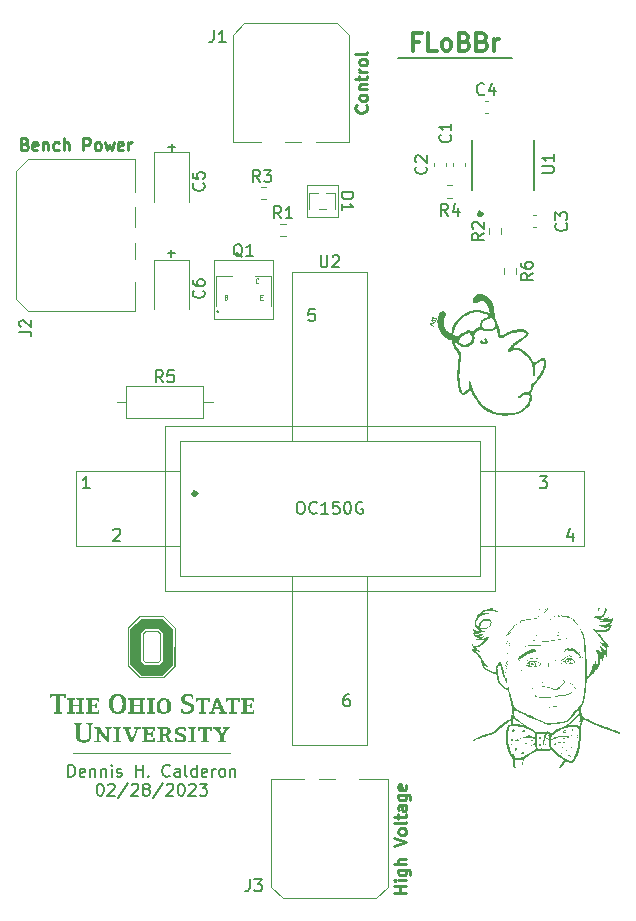
<source format=gbr>
%TF.GenerationSoftware,KiCad,Pcbnew,6.0.9-8da3e8f707~117~ubuntu20.04.1*%
%TF.CreationDate,2023-03-07T09:55:03-05:00*%
%TF.ProjectId,DCT_HV_Widget,4443545f-4856-45f5-9769-646765742e6b,rev?*%
%TF.SameCoordinates,Original*%
%TF.FileFunction,Legend,Top*%
%TF.FilePolarity,Positive*%
%FSLAX46Y46*%
G04 Gerber Fmt 4.6, Leading zero omitted, Abs format (unit mm)*
G04 Created by KiCad (PCBNEW 6.0.9-8da3e8f707~117~ubuntu20.04.1) date 2023-03-07 09:55:03*
%MOMM*%
%LPD*%
G01*
G04 APERTURE LIST*
%ADD10C,0.325000*%
%ADD11C,0.150000*%
%ADD12C,0.152400*%
%ADD13C,0.250000*%
%ADD14C,0.300000*%
%ADD15C,0.080000*%
%ADD16C,0.120000*%
%ADD17C,0.100000*%
%ADD18C,0.131623*%
%ADD19C,0.101600*%
%ADD20C,0.354000*%
G04 APERTURE END LIST*
D10*
X173242500Y-85852000D02*
G75*
G03*
X173242500Y-85852000I-162500J0D01*
G01*
D11*
X166116000Y-72644000D02*
X175768000Y-72644000D01*
D12*
X147215285Y-89204428D02*
X146634714Y-89204428D01*
X146925000Y-89494714D02*
X146925000Y-88914142D01*
D13*
X163425142Y-76654762D02*
X163472761Y-76702381D01*
X163520380Y-76845239D01*
X163520380Y-76940477D01*
X163472761Y-77083334D01*
X163377523Y-77178572D01*
X163282285Y-77226191D01*
X163091809Y-77273810D01*
X162948952Y-77273810D01*
X162758476Y-77226191D01*
X162663238Y-77178572D01*
X162568000Y-77083334D01*
X162520380Y-76940477D01*
X162520380Y-76845239D01*
X162568000Y-76702381D01*
X162615619Y-76654762D01*
X163520380Y-76083334D02*
X163472761Y-76178572D01*
X163425142Y-76226191D01*
X163329904Y-76273810D01*
X163044190Y-76273810D01*
X162948952Y-76226191D01*
X162901333Y-76178572D01*
X162853714Y-76083334D01*
X162853714Y-75940477D01*
X162901333Y-75845239D01*
X162948952Y-75797620D01*
X163044190Y-75750001D01*
X163329904Y-75750001D01*
X163425142Y-75797620D01*
X163472761Y-75845239D01*
X163520380Y-75940477D01*
X163520380Y-76083334D01*
X162853714Y-75321429D02*
X163520380Y-75321429D01*
X162948952Y-75321429D02*
X162901333Y-75273810D01*
X162853714Y-75178572D01*
X162853714Y-75035715D01*
X162901333Y-74940477D01*
X162996571Y-74892858D01*
X163520380Y-74892858D01*
X162853714Y-74559524D02*
X162853714Y-74178572D01*
X162520380Y-74416667D02*
X163377523Y-74416667D01*
X163472761Y-74369048D01*
X163520380Y-74273810D01*
X163520380Y-74178572D01*
X163520380Y-73845239D02*
X162853714Y-73845239D01*
X163044190Y-73845239D02*
X162948952Y-73797620D01*
X162901333Y-73750001D01*
X162853714Y-73654762D01*
X162853714Y-73559524D01*
X163520380Y-73083334D02*
X163472761Y-73178572D01*
X163425142Y-73226191D01*
X163329904Y-73273810D01*
X163044190Y-73273810D01*
X162948952Y-73226191D01*
X162901333Y-73178572D01*
X162853714Y-73083334D01*
X162853714Y-72940477D01*
X162901333Y-72845239D01*
X162948952Y-72797620D01*
X163044190Y-72750001D01*
X163329904Y-72750001D01*
X163425142Y-72797620D01*
X163472761Y-72845239D01*
X163520380Y-72940477D01*
X163520380Y-73083334D01*
X163520380Y-72178572D02*
X163472761Y-72273810D01*
X163377523Y-72321429D01*
X162520380Y-72321429D01*
X166822380Y-143321428D02*
X165822380Y-143321428D01*
X166298571Y-143321428D02*
X166298571Y-142750000D01*
X166822380Y-142750000D02*
X165822380Y-142750000D01*
X166822380Y-142273809D02*
X166155714Y-142273809D01*
X165822380Y-142273809D02*
X165870000Y-142321428D01*
X165917619Y-142273809D01*
X165870000Y-142226190D01*
X165822380Y-142273809D01*
X165917619Y-142273809D01*
X166155714Y-141369047D02*
X166965238Y-141369047D01*
X167060476Y-141416666D01*
X167108095Y-141464285D01*
X167155714Y-141559523D01*
X167155714Y-141702380D01*
X167108095Y-141797619D01*
X166774761Y-141369047D02*
X166822380Y-141464285D01*
X166822380Y-141654761D01*
X166774761Y-141750000D01*
X166727142Y-141797619D01*
X166631904Y-141845238D01*
X166346190Y-141845238D01*
X166250952Y-141797619D01*
X166203333Y-141750000D01*
X166155714Y-141654761D01*
X166155714Y-141464285D01*
X166203333Y-141369047D01*
X166822380Y-140892857D02*
X165822380Y-140892857D01*
X166822380Y-140464285D02*
X166298571Y-140464285D01*
X166203333Y-140511904D01*
X166155714Y-140607142D01*
X166155714Y-140750000D01*
X166203333Y-140845238D01*
X166250952Y-140892857D01*
X165822380Y-139369047D02*
X166822380Y-139035714D01*
X165822380Y-138702380D01*
X166822380Y-138226190D02*
X166774761Y-138321428D01*
X166727142Y-138369047D01*
X166631904Y-138416666D01*
X166346190Y-138416666D01*
X166250952Y-138369047D01*
X166203333Y-138321428D01*
X166155714Y-138226190D01*
X166155714Y-138083333D01*
X166203333Y-137988095D01*
X166250952Y-137940476D01*
X166346190Y-137892857D01*
X166631904Y-137892857D01*
X166727142Y-137940476D01*
X166774761Y-137988095D01*
X166822380Y-138083333D01*
X166822380Y-138226190D01*
X166822380Y-137321428D02*
X166774761Y-137416666D01*
X166679523Y-137464285D01*
X165822380Y-137464285D01*
X166155714Y-137083333D02*
X166155714Y-136702380D01*
X165822380Y-136940476D02*
X166679523Y-136940476D01*
X166774761Y-136892857D01*
X166822380Y-136797619D01*
X166822380Y-136702380D01*
X166822380Y-135940476D02*
X166298571Y-135940476D01*
X166203333Y-135988095D01*
X166155714Y-136083333D01*
X166155714Y-136273809D01*
X166203333Y-136369047D01*
X166774761Y-135940476D02*
X166822380Y-136035714D01*
X166822380Y-136273809D01*
X166774761Y-136369047D01*
X166679523Y-136416666D01*
X166584285Y-136416666D01*
X166489047Y-136369047D01*
X166441428Y-136273809D01*
X166441428Y-136035714D01*
X166393809Y-135940476D01*
X166155714Y-135035714D02*
X166965238Y-135035714D01*
X167060476Y-135083333D01*
X167108095Y-135130952D01*
X167155714Y-135226190D01*
X167155714Y-135369047D01*
X167108095Y-135464285D01*
X166774761Y-135035714D02*
X166822380Y-135130952D01*
X166822380Y-135321428D01*
X166774761Y-135416666D01*
X166727142Y-135464285D01*
X166631904Y-135511904D01*
X166346190Y-135511904D01*
X166250952Y-135464285D01*
X166203333Y-135416666D01*
X166155714Y-135321428D01*
X166155714Y-135130952D01*
X166203333Y-135035714D01*
X166774761Y-134178571D02*
X166822380Y-134273809D01*
X166822380Y-134464285D01*
X166774761Y-134559523D01*
X166679523Y-134607142D01*
X166298571Y-134607142D01*
X166203333Y-134559523D01*
X166155714Y-134464285D01*
X166155714Y-134273809D01*
X166203333Y-134178571D01*
X166298571Y-134130952D01*
X166393809Y-134130952D01*
X166489047Y-134607142D01*
X134544285Y-79938571D02*
X134687142Y-79986190D01*
X134734761Y-80033809D01*
X134782380Y-80129047D01*
X134782380Y-80271904D01*
X134734761Y-80367142D01*
X134687142Y-80414761D01*
X134591904Y-80462380D01*
X134210952Y-80462380D01*
X134210952Y-79462380D01*
X134544285Y-79462380D01*
X134639523Y-79510000D01*
X134687142Y-79557619D01*
X134734761Y-79652857D01*
X134734761Y-79748095D01*
X134687142Y-79843333D01*
X134639523Y-79890952D01*
X134544285Y-79938571D01*
X134210952Y-79938571D01*
X135591904Y-80414761D02*
X135496666Y-80462380D01*
X135306190Y-80462380D01*
X135210952Y-80414761D01*
X135163333Y-80319523D01*
X135163333Y-79938571D01*
X135210952Y-79843333D01*
X135306190Y-79795714D01*
X135496666Y-79795714D01*
X135591904Y-79843333D01*
X135639523Y-79938571D01*
X135639523Y-80033809D01*
X135163333Y-80129047D01*
X136068095Y-79795714D02*
X136068095Y-80462380D01*
X136068095Y-79890952D02*
X136115714Y-79843333D01*
X136210952Y-79795714D01*
X136353809Y-79795714D01*
X136449047Y-79843333D01*
X136496666Y-79938571D01*
X136496666Y-80462380D01*
X137401428Y-80414761D02*
X137306190Y-80462380D01*
X137115714Y-80462380D01*
X137020476Y-80414761D01*
X136972857Y-80367142D01*
X136925238Y-80271904D01*
X136925238Y-79986190D01*
X136972857Y-79890952D01*
X137020476Y-79843333D01*
X137115714Y-79795714D01*
X137306190Y-79795714D01*
X137401428Y-79843333D01*
X137830000Y-80462380D02*
X137830000Y-79462380D01*
X138258571Y-80462380D02*
X138258571Y-79938571D01*
X138210952Y-79843333D01*
X138115714Y-79795714D01*
X137972857Y-79795714D01*
X137877619Y-79843333D01*
X137830000Y-79890952D01*
X139496666Y-80462380D02*
X139496666Y-79462380D01*
X139877619Y-79462380D01*
X139972857Y-79510000D01*
X140020476Y-79557619D01*
X140068095Y-79652857D01*
X140068095Y-79795714D01*
X140020476Y-79890952D01*
X139972857Y-79938571D01*
X139877619Y-79986190D01*
X139496666Y-79986190D01*
X140639523Y-80462380D02*
X140544285Y-80414761D01*
X140496666Y-80367142D01*
X140449047Y-80271904D01*
X140449047Y-79986190D01*
X140496666Y-79890952D01*
X140544285Y-79843333D01*
X140639523Y-79795714D01*
X140782380Y-79795714D01*
X140877619Y-79843333D01*
X140925238Y-79890952D01*
X140972857Y-79986190D01*
X140972857Y-80271904D01*
X140925238Y-80367142D01*
X140877619Y-80414761D01*
X140782380Y-80462380D01*
X140639523Y-80462380D01*
X141306190Y-79795714D02*
X141496666Y-80462380D01*
X141687142Y-79986190D01*
X141877619Y-80462380D01*
X142068095Y-79795714D01*
X142830000Y-80414761D02*
X142734761Y-80462380D01*
X142544285Y-80462380D01*
X142449047Y-80414761D01*
X142401428Y-80319523D01*
X142401428Y-79938571D01*
X142449047Y-79843333D01*
X142544285Y-79795714D01*
X142734761Y-79795714D01*
X142830000Y-79843333D01*
X142877619Y-79938571D01*
X142877619Y-80033809D01*
X142401428Y-80129047D01*
X143306190Y-80462380D02*
X143306190Y-79795714D01*
X143306190Y-79986190D02*
X143353809Y-79890952D01*
X143401428Y-79843333D01*
X143496666Y-79795714D01*
X143591904Y-79795714D01*
D12*
X147240285Y-80204428D02*
X146659714Y-80204428D01*
X146950000Y-80494714D02*
X146950000Y-79914142D01*
D11*
X138216570Y-133505380D02*
X138216570Y-132505380D01*
X138454665Y-132505380D01*
X138597522Y-132553000D01*
X138692760Y-132648238D01*
X138740379Y-132743476D01*
X138787999Y-132933952D01*
X138787999Y-133076809D01*
X138740379Y-133267285D01*
X138692760Y-133362523D01*
X138597522Y-133457761D01*
X138454665Y-133505380D01*
X138216570Y-133505380D01*
X139597522Y-133457761D02*
X139502284Y-133505380D01*
X139311808Y-133505380D01*
X139216570Y-133457761D01*
X139168951Y-133362523D01*
X139168951Y-132981571D01*
X139216570Y-132886333D01*
X139311808Y-132838714D01*
X139502284Y-132838714D01*
X139597522Y-132886333D01*
X139645141Y-132981571D01*
X139645141Y-133076809D01*
X139168951Y-133172047D01*
X140073713Y-132838714D02*
X140073713Y-133505380D01*
X140073713Y-132933952D02*
X140121332Y-132886333D01*
X140216570Y-132838714D01*
X140359427Y-132838714D01*
X140454665Y-132886333D01*
X140502284Y-132981571D01*
X140502284Y-133505380D01*
X140978475Y-132838714D02*
X140978475Y-133505380D01*
X140978475Y-132933952D02*
X141026094Y-132886333D01*
X141121332Y-132838714D01*
X141264189Y-132838714D01*
X141359427Y-132886333D01*
X141407046Y-132981571D01*
X141407046Y-133505380D01*
X141883237Y-133505380D02*
X141883237Y-132838714D01*
X141883237Y-132505380D02*
X141835618Y-132553000D01*
X141883237Y-132600619D01*
X141930856Y-132553000D01*
X141883237Y-132505380D01*
X141883237Y-132600619D01*
X142311808Y-133457761D02*
X142407046Y-133505380D01*
X142597522Y-133505380D01*
X142692760Y-133457761D01*
X142740379Y-133362523D01*
X142740379Y-133314904D01*
X142692760Y-133219666D01*
X142597522Y-133172047D01*
X142454665Y-133172047D01*
X142359427Y-133124428D01*
X142311808Y-133029190D01*
X142311808Y-132981571D01*
X142359427Y-132886333D01*
X142454665Y-132838714D01*
X142597522Y-132838714D01*
X142692760Y-132886333D01*
X143930856Y-133505380D02*
X143930856Y-132505380D01*
X143930856Y-132981571D02*
X144502284Y-132981571D01*
X144502284Y-133505380D02*
X144502284Y-132505380D01*
X144978475Y-133410142D02*
X145026094Y-133457761D01*
X144978475Y-133505380D01*
X144930856Y-133457761D01*
X144978475Y-133410142D01*
X144978475Y-133505380D01*
X146787999Y-133410142D02*
X146740379Y-133457761D01*
X146597522Y-133505380D01*
X146502284Y-133505380D01*
X146359427Y-133457761D01*
X146264189Y-133362523D01*
X146216570Y-133267285D01*
X146168951Y-133076809D01*
X146168951Y-132933952D01*
X146216570Y-132743476D01*
X146264189Y-132648238D01*
X146359427Y-132553000D01*
X146502284Y-132505380D01*
X146597522Y-132505380D01*
X146740379Y-132553000D01*
X146787999Y-132600619D01*
X147645141Y-133505380D02*
X147645141Y-132981571D01*
X147597522Y-132886333D01*
X147502284Y-132838714D01*
X147311808Y-132838714D01*
X147216570Y-132886333D01*
X147645141Y-133457761D02*
X147549903Y-133505380D01*
X147311808Y-133505380D01*
X147216570Y-133457761D01*
X147168951Y-133362523D01*
X147168951Y-133267285D01*
X147216570Y-133172047D01*
X147311808Y-133124428D01*
X147549903Y-133124428D01*
X147645141Y-133076809D01*
X148264189Y-133505380D02*
X148168951Y-133457761D01*
X148121332Y-133362523D01*
X148121332Y-132505380D01*
X149073713Y-133505380D02*
X149073713Y-132505380D01*
X149073713Y-133457761D02*
X148978475Y-133505380D01*
X148787999Y-133505380D01*
X148692760Y-133457761D01*
X148645141Y-133410142D01*
X148597522Y-133314904D01*
X148597522Y-133029190D01*
X148645141Y-132933952D01*
X148692760Y-132886333D01*
X148787999Y-132838714D01*
X148978475Y-132838714D01*
X149073713Y-132886333D01*
X149930856Y-133457761D02*
X149835618Y-133505380D01*
X149645141Y-133505380D01*
X149549903Y-133457761D01*
X149502284Y-133362523D01*
X149502284Y-132981571D01*
X149549903Y-132886333D01*
X149645141Y-132838714D01*
X149835618Y-132838714D01*
X149930856Y-132886333D01*
X149978475Y-132981571D01*
X149978475Y-133076809D01*
X149502284Y-133172047D01*
X150407046Y-133505380D02*
X150407046Y-132838714D01*
X150407046Y-133029190D02*
X150454665Y-132933952D01*
X150502284Y-132886333D01*
X150597522Y-132838714D01*
X150692760Y-132838714D01*
X151168951Y-133505380D02*
X151073713Y-133457761D01*
X151026094Y-133410142D01*
X150978475Y-133314904D01*
X150978475Y-133029190D01*
X151026094Y-132933952D01*
X151073713Y-132886333D01*
X151168951Y-132838714D01*
X151311808Y-132838714D01*
X151407046Y-132886333D01*
X151454665Y-132933952D01*
X151502284Y-133029190D01*
X151502284Y-133314904D01*
X151454665Y-133410142D01*
X151407046Y-133457761D01*
X151311808Y-133505380D01*
X151168951Y-133505380D01*
X151930856Y-132838714D02*
X151930856Y-133505380D01*
X151930856Y-132933952D02*
X151978475Y-132886333D01*
X152073713Y-132838714D01*
X152216570Y-132838714D01*
X152311808Y-132886333D01*
X152359427Y-132981571D01*
X152359427Y-133505380D01*
X140859427Y-134115380D02*
X140954665Y-134115380D01*
X141049903Y-134163000D01*
X141097522Y-134210619D01*
X141145141Y-134305857D01*
X141192760Y-134496333D01*
X141192760Y-134734428D01*
X141145141Y-134924904D01*
X141097522Y-135020142D01*
X141049903Y-135067761D01*
X140954665Y-135115380D01*
X140859427Y-135115380D01*
X140764189Y-135067761D01*
X140716570Y-135020142D01*
X140668951Y-134924904D01*
X140621332Y-134734428D01*
X140621332Y-134496333D01*
X140668951Y-134305857D01*
X140716570Y-134210619D01*
X140764189Y-134163000D01*
X140859427Y-134115380D01*
X141573713Y-134210619D02*
X141621332Y-134163000D01*
X141716570Y-134115380D01*
X141954665Y-134115380D01*
X142049903Y-134163000D01*
X142097522Y-134210619D01*
X142145141Y-134305857D01*
X142145141Y-134401095D01*
X142097522Y-134543952D01*
X141526094Y-135115380D01*
X142145141Y-135115380D01*
X143287999Y-134067761D02*
X142430856Y-135353476D01*
X143573713Y-134210619D02*
X143621332Y-134163000D01*
X143716570Y-134115380D01*
X143954665Y-134115380D01*
X144049903Y-134163000D01*
X144097522Y-134210619D01*
X144145141Y-134305857D01*
X144145141Y-134401095D01*
X144097522Y-134543952D01*
X143526094Y-135115380D01*
X144145141Y-135115380D01*
X144716570Y-134543952D02*
X144621332Y-134496333D01*
X144573713Y-134448714D01*
X144526094Y-134353476D01*
X144526094Y-134305857D01*
X144573713Y-134210619D01*
X144621332Y-134163000D01*
X144716570Y-134115380D01*
X144907046Y-134115380D01*
X145002284Y-134163000D01*
X145049903Y-134210619D01*
X145097522Y-134305857D01*
X145097522Y-134353476D01*
X145049903Y-134448714D01*
X145002284Y-134496333D01*
X144907046Y-134543952D01*
X144716570Y-134543952D01*
X144621332Y-134591571D01*
X144573713Y-134639190D01*
X144526094Y-134734428D01*
X144526094Y-134924904D01*
X144573713Y-135020142D01*
X144621332Y-135067761D01*
X144716570Y-135115380D01*
X144907046Y-135115380D01*
X145002284Y-135067761D01*
X145049903Y-135020142D01*
X145097522Y-134924904D01*
X145097522Y-134734428D01*
X145049903Y-134639190D01*
X145002284Y-134591571D01*
X144907046Y-134543952D01*
X146240379Y-134067761D02*
X145383237Y-135353476D01*
X146526094Y-134210619D02*
X146573713Y-134163000D01*
X146668951Y-134115380D01*
X146907046Y-134115380D01*
X147002284Y-134163000D01*
X147049903Y-134210619D01*
X147097522Y-134305857D01*
X147097522Y-134401095D01*
X147049903Y-134543952D01*
X146478475Y-135115380D01*
X147097522Y-135115380D01*
X147716570Y-134115380D02*
X147811808Y-134115380D01*
X147907046Y-134163000D01*
X147954665Y-134210619D01*
X148002284Y-134305857D01*
X148049903Y-134496333D01*
X148049903Y-134734428D01*
X148002284Y-134924904D01*
X147954665Y-135020142D01*
X147907046Y-135067761D01*
X147811808Y-135115380D01*
X147716570Y-135115380D01*
X147621332Y-135067761D01*
X147573713Y-135020142D01*
X147526094Y-134924904D01*
X147478475Y-134734428D01*
X147478475Y-134496333D01*
X147526094Y-134305857D01*
X147573713Y-134210619D01*
X147621332Y-134163000D01*
X147716570Y-134115380D01*
X148430856Y-134210619D02*
X148478475Y-134163000D01*
X148573713Y-134115380D01*
X148811808Y-134115380D01*
X148907046Y-134163000D01*
X148954665Y-134210619D01*
X149002284Y-134305857D01*
X149002284Y-134401095D01*
X148954665Y-134543952D01*
X148383237Y-135115380D01*
X149002284Y-135115380D01*
X149335618Y-134115380D02*
X149954665Y-134115380D01*
X149621332Y-134496333D01*
X149764189Y-134496333D01*
X149859427Y-134543952D01*
X149907046Y-134591571D01*
X149954665Y-134686809D01*
X149954665Y-134924904D01*
X149907046Y-135020142D01*
X149859427Y-135067761D01*
X149764189Y-135115380D01*
X149478475Y-135115380D01*
X149383237Y-135067761D01*
X149335618Y-135020142D01*
D14*
X167906285Y-71266857D02*
X167406285Y-71266857D01*
X167406285Y-72052571D02*
X167406285Y-70552571D01*
X168120571Y-70552571D01*
X169406285Y-72052571D02*
X168692000Y-72052571D01*
X168692000Y-70552571D01*
X170120571Y-72052571D02*
X169977714Y-71981142D01*
X169906285Y-71909714D01*
X169834857Y-71766857D01*
X169834857Y-71338285D01*
X169906285Y-71195428D01*
X169977714Y-71124000D01*
X170120571Y-71052571D01*
X170334857Y-71052571D01*
X170477714Y-71124000D01*
X170549142Y-71195428D01*
X170620571Y-71338285D01*
X170620571Y-71766857D01*
X170549142Y-71909714D01*
X170477714Y-71981142D01*
X170334857Y-72052571D01*
X170120571Y-72052571D01*
X171763428Y-71266857D02*
X171977714Y-71338285D01*
X172049142Y-71409714D01*
X172120571Y-71552571D01*
X172120571Y-71766857D01*
X172049142Y-71909714D01*
X171977714Y-71981142D01*
X171834857Y-72052571D01*
X171263428Y-72052571D01*
X171263428Y-70552571D01*
X171763428Y-70552571D01*
X171906285Y-70624000D01*
X171977714Y-70695428D01*
X172049142Y-70838285D01*
X172049142Y-70981142D01*
X171977714Y-71124000D01*
X171906285Y-71195428D01*
X171763428Y-71266857D01*
X171263428Y-71266857D01*
X173263428Y-71266857D02*
X173477714Y-71338285D01*
X173549142Y-71409714D01*
X173620571Y-71552571D01*
X173620571Y-71766857D01*
X173549142Y-71909714D01*
X173477714Y-71981142D01*
X173334857Y-72052571D01*
X172763428Y-72052571D01*
X172763428Y-70552571D01*
X173263428Y-70552571D01*
X173406285Y-70624000D01*
X173477714Y-70695428D01*
X173549142Y-70838285D01*
X173549142Y-70981142D01*
X173477714Y-71124000D01*
X173406285Y-71195428D01*
X173263428Y-71266857D01*
X172763428Y-71266857D01*
X174263428Y-72052571D02*
X174263428Y-71052571D01*
X174263428Y-71338285D02*
X174334857Y-71195428D01*
X174406285Y-71124000D01*
X174549142Y-71052571D01*
X174692000Y-71052571D01*
D11*
%TO.C,C4*%
X173423333Y-75707142D02*
X173375714Y-75754761D01*
X173232857Y-75802380D01*
X173137619Y-75802380D01*
X172994761Y-75754761D01*
X172899523Y-75659523D01*
X172851904Y-75564285D01*
X172804285Y-75373809D01*
X172804285Y-75230952D01*
X172851904Y-75040476D01*
X172899523Y-74945238D01*
X172994761Y-74850000D01*
X173137619Y-74802380D01*
X173232857Y-74802380D01*
X173375714Y-74850000D01*
X173423333Y-74897619D01*
X174280476Y-75135714D02*
X174280476Y-75802380D01*
X174042380Y-74754761D02*
X173804285Y-75469047D01*
X174423333Y-75469047D01*
%TO.C,R1*%
X156233333Y-86222380D02*
X155900000Y-85746190D01*
X155661904Y-86222380D02*
X155661904Y-85222380D01*
X156042857Y-85222380D01*
X156138095Y-85270000D01*
X156185714Y-85317619D01*
X156233333Y-85412857D01*
X156233333Y-85555714D01*
X156185714Y-85650952D01*
X156138095Y-85698571D01*
X156042857Y-85746190D01*
X155661904Y-85746190D01*
X157185714Y-86222380D02*
X156614285Y-86222380D01*
X156900000Y-86222380D02*
X156900000Y-85222380D01*
X156804761Y-85365238D01*
X156709523Y-85460476D01*
X156614285Y-85508095D01*
%TO.C,R4*%
X170358333Y-86002380D02*
X170025000Y-85526190D01*
X169786904Y-86002380D02*
X169786904Y-85002380D01*
X170167857Y-85002380D01*
X170263095Y-85050000D01*
X170310714Y-85097619D01*
X170358333Y-85192857D01*
X170358333Y-85335714D01*
X170310714Y-85430952D01*
X170263095Y-85478571D01*
X170167857Y-85526190D01*
X169786904Y-85526190D01*
X171215476Y-85335714D02*
X171215476Y-86002380D01*
X170977380Y-84954761D02*
X170739285Y-85669047D01*
X171358333Y-85669047D01*
%TO.C,C6*%
X149657142Y-92354166D02*
X149704761Y-92401785D01*
X149752380Y-92544642D01*
X149752380Y-92639880D01*
X149704761Y-92782738D01*
X149609523Y-92877976D01*
X149514285Y-92925595D01*
X149323809Y-92973214D01*
X149180952Y-92973214D01*
X148990476Y-92925595D01*
X148895238Y-92877976D01*
X148800000Y-92782738D01*
X148752380Y-92639880D01*
X148752380Y-92544642D01*
X148800000Y-92401785D01*
X148847619Y-92354166D01*
X148752380Y-91497023D02*
X148752380Y-91687500D01*
X148800000Y-91782738D01*
X148847619Y-91830357D01*
X148990476Y-91925595D01*
X149180952Y-91973214D01*
X149561904Y-91973214D01*
X149657142Y-91925595D01*
X149704761Y-91877976D01*
X149752380Y-91782738D01*
X149752380Y-91592261D01*
X149704761Y-91497023D01*
X149657142Y-91449404D01*
X149561904Y-91401785D01*
X149323809Y-91401785D01*
X149228571Y-91449404D01*
X149180952Y-91497023D01*
X149133333Y-91592261D01*
X149133333Y-91782738D01*
X149180952Y-91877976D01*
X149228571Y-91925595D01*
X149323809Y-91973214D01*
%TO.C,U1*%
X178337380Y-82386904D02*
X179146904Y-82386904D01*
X179242142Y-82339285D01*
X179289761Y-82291666D01*
X179337380Y-82196428D01*
X179337380Y-82005952D01*
X179289761Y-81910714D01*
X179242142Y-81863095D01*
X179146904Y-81815476D01*
X178337380Y-81815476D01*
X179337380Y-80815476D02*
X179337380Y-81386904D01*
X179337380Y-81101190D02*
X178337380Y-81101190D01*
X178480238Y-81196428D01*
X178575476Y-81291666D01*
X178623095Y-81386904D01*
%TO.C,Q1*%
X152944761Y-89510119D02*
X152849523Y-89462500D01*
X152754285Y-89367261D01*
X152611428Y-89224404D01*
X152516190Y-89176785D01*
X152420952Y-89176785D01*
X152468571Y-89414880D02*
X152373333Y-89367261D01*
X152278095Y-89272023D01*
X152230476Y-89081547D01*
X152230476Y-88748214D01*
X152278095Y-88557738D01*
X152373333Y-88462500D01*
X152468571Y-88414880D01*
X152659047Y-88414880D01*
X152754285Y-88462500D01*
X152849523Y-88557738D01*
X152897142Y-88748214D01*
X152897142Y-89081547D01*
X152849523Y-89272023D01*
X152754285Y-89367261D01*
X152659047Y-89414880D01*
X152468571Y-89414880D01*
X153849523Y-89414880D02*
X153278095Y-89414880D01*
X153563809Y-89414880D02*
X153563809Y-88414880D01*
X153468571Y-88557738D01*
X153373333Y-88652976D01*
X153278095Y-88700595D01*
D15*
X151578571Y-92913928D02*
X151635714Y-92932976D01*
X151654761Y-92952023D01*
X151673809Y-92990119D01*
X151673809Y-93047261D01*
X151654761Y-93085357D01*
X151635714Y-93104404D01*
X151597619Y-93123452D01*
X151445238Y-93123452D01*
X151445238Y-92723452D01*
X151578571Y-92723452D01*
X151616666Y-92742500D01*
X151635714Y-92761547D01*
X151654761Y-92799642D01*
X151654761Y-92837738D01*
X151635714Y-92875833D01*
X151616666Y-92894880D01*
X151578571Y-92913928D01*
X151445238Y-92913928D01*
X154313809Y-91685357D02*
X154294761Y-91704404D01*
X154237619Y-91723452D01*
X154199523Y-91723452D01*
X154142380Y-91704404D01*
X154104285Y-91666309D01*
X154085238Y-91628214D01*
X154066190Y-91552023D01*
X154066190Y-91494880D01*
X154085238Y-91418690D01*
X154104285Y-91380595D01*
X154142380Y-91342500D01*
X154199523Y-91323452D01*
X154237619Y-91323452D01*
X154294761Y-91342500D01*
X154313809Y-91361547D01*
X154464285Y-92913928D02*
X154597619Y-92913928D01*
X154654761Y-93123452D02*
X154464285Y-93123452D01*
X154464285Y-92723452D01*
X154654761Y-92723452D01*
D11*
%TO.C,C1*%
X170537142Y-79160666D02*
X170584761Y-79208285D01*
X170632380Y-79351142D01*
X170632380Y-79446380D01*
X170584761Y-79589238D01*
X170489523Y-79684476D01*
X170394285Y-79732095D01*
X170203809Y-79779714D01*
X170060952Y-79779714D01*
X169870476Y-79732095D01*
X169775238Y-79684476D01*
X169680000Y-79589238D01*
X169632380Y-79446380D01*
X169632380Y-79351142D01*
X169680000Y-79208285D01*
X169727619Y-79160666D01*
X170632380Y-78208285D02*
X170632380Y-78779714D01*
X170632380Y-78494000D02*
X169632380Y-78494000D01*
X169775238Y-78589238D01*
X169870476Y-78684476D01*
X169918095Y-78779714D01*
%TO.C,R3*%
X154433333Y-83152380D02*
X154100000Y-82676190D01*
X153861904Y-83152380D02*
X153861904Y-82152380D01*
X154242857Y-82152380D01*
X154338095Y-82200000D01*
X154385714Y-82247619D01*
X154433333Y-82342857D01*
X154433333Y-82485714D01*
X154385714Y-82580952D01*
X154338095Y-82628571D01*
X154242857Y-82676190D01*
X153861904Y-82676190D01*
X154766666Y-82152380D02*
X155385714Y-82152380D01*
X155052380Y-82533333D01*
X155195238Y-82533333D01*
X155290476Y-82580952D01*
X155338095Y-82628571D01*
X155385714Y-82723809D01*
X155385714Y-82961904D01*
X155338095Y-83057142D01*
X155290476Y-83104761D01*
X155195238Y-83152380D01*
X154909523Y-83152380D01*
X154814285Y-83104761D01*
X154766666Y-83057142D01*
%TO.C,R5*%
X146218333Y-100102380D02*
X145885000Y-99626190D01*
X145646904Y-100102380D02*
X145646904Y-99102380D01*
X146027857Y-99102380D01*
X146123095Y-99150000D01*
X146170714Y-99197619D01*
X146218333Y-99292857D01*
X146218333Y-99435714D01*
X146170714Y-99530952D01*
X146123095Y-99578571D01*
X146027857Y-99626190D01*
X145646904Y-99626190D01*
X147123095Y-99102380D02*
X146646904Y-99102380D01*
X146599285Y-99578571D01*
X146646904Y-99530952D01*
X146742142Y-99483333D01*
X146980238Y-99483333D01*
X147075476Y-99530952D01*
X147123095Y-99578571D01*
X147170714Y-99673809D01*
X147170714Y-99911904D01*
X147123095Y-100007142D01*
X147075476Y-100054761D01*
X146980238Y-100102380D01*
X146742142Y-100102380D01*
X146646904Y-100054761D01*
X146599285Y-100007142D01*
%TO.C,J3*%
X153590666Y-142200380D02*
X153590666Y-142914666D01*
X153543047Y-143057523D01*
X153447809Y-143152761D01*
X153304952Y-143200380D01*
X153209714Y-143200380D01*
X153971619Y-142200380D02*
X154590666Y-142200380D01*
X154257333Y-142581333D01*
X154400190Y-142581333D01*
X154495428Y-142628952D01*
X154543047Y-142676571D01*
X154590666Y-142771809D01*
X154590666Y-143009904D01*
X154543047Y-143105142D01*
X154495428Y-143152761D01*
X154400190Y-143200380D01*
X154114476Y-143200380D01*
X154019238Y-143152761D01*
X153971619Y-143105142D01*
%TO.C,J2*%
X134072380Y-95837333D02*
X134786666Y-95837333D01*
X134929523Y-95884952D01*
X135024761Y-95980190D01*
X135072380Y-96123047D01*
X135072380Y-96218285D01*
X134167619Y-95408761D02*
X134120000Y-95361142D01*
X134072380Y-95265904D01*
X134072380Y-95027809D01*
X134120000Y-94932571D01*
X134167619Y-94884952D01*
X134262857Y-94837333D01*
X134358095Y-94837333D01*
X134500952Y-94884952D01*
X135072380Y-95456380D01*
X135072380Y-94837333D01*
%TO.C,J1*%
X150542666Y-70318380D02*
X150542666Y-71032666D01*
X150495047Y-71175523D01*
X150399809Y-71270761D01*
X150256952Y-71318380D01*
X150161714Y-71318380D01*
X151542666Y-71318380D02*
X150971238Y-71318380D01*
X151256952Y-71318380D02*
X151256952Y-70318380D01*
X151161714Y-70461238D01*
X151066476Y-70556476D01*
X150971238Y-70604095D01*
%TO.C,D1*%
X161352619Y-84041904D02*
X162352619Y-84041904D01*
X162352619Y-84280000D01*
X162305000Y-84422857D01*
X162209761Y-84518095D01*
X162114523Y-84565714D01*
X161924047Y-84613333D01*
X161781190Y-84613333D01*
X161590714Y-84565714D01*
X161495476Y-84518095D01*
X161400238Y-84422857D01*
X161352619Y-84280000D01*
X161352619Y-84041904D01*
X161352619Y-85565714D02*
X161352619Y-84994285D01*
X161352619Y-85280000D02*
X162352619Y-85280000D01*
X162209761Y-85184761D01*
X162114523Y-85089523D01*
X162066904Y-84994285D01*
%TO.C,R6*%
X177517380Y-90866666D02*
X177041190Y-91200000D01*
X177517380Y-91438095D02*
X176517380Y-91438095D01*
X176517380Y-91057142D01*
X176565000Y-90961904D01*
X176612619Y-90914285D01*
X176707857Y-90866666D01*
X176850714Y-90866666D01*
X176945952Y-90914285D01*
X176993571Y-90961904D01*
X177041190Y-91057142D01*
X177041190Y-91438095D01*
X176517380Y-90009523D02*
X176517380Y-90200000D01*
X176565000Y-90295238D01*
X176612619Y-90342857D01*
X176755476Y-90438095D01*
X176945952Y-90485714D01*
X177326904Y-90485714D01*
X177422142Y-90438095D01*
X177469761Y-90390476D01*
X177517380Y-90295238D01*
X177517380Y-90104761D01*
X177469761Y-90009523D01*
X177422142Y-89961904D01*
X177326904Y-89914285D01*
X177088809Y-89914285D01*
X176993571Y-89961904D01*
X176945952Y-90009523D01*
X176898333Y-90104761D01*
X176898333Y-90295238D01*
X176945952Y-90390476D01*
X176993571Y-90438095D01*
X177088809Y-90485714D01*
%TO.C,C5*%
X149657142Y-83279166D02*
X149704761Y-83326785D01*
X149752380Y-83469642D01*
X149752380Y-83564880D01*
X149704761Y-83707738D01*
X149609523Y-83802976D01*
X149514285Y-83850595D01*
X149323809Y-83898214D01*
X149180952Y-83898214D01*
X148990476Y-83850595D01*
X148895238Y-83802976D01*
X148800000Y-83707738D01*
X148752380Y-83564880D01*
X148752380Y-83469642D01*
X148800000Y-83326785D01*
X148847619Y-83279166D01*
X148752380Y-82374404D02*
X148752380Y-82850595D01*
X149228571Y-82898214D01*
X149180952Y-82850595D01*
X149133333Y-82755357D01*
X149133333Y-82517261D01*
X149180952Y-82422023D01*
X149228571Y-82374404D01*
X149323809Y-82326785D01*
X149561904Y-82326785D01*
X149657142Y-82374404D01*
X149704761Y-82422023D01*
X149752380Y-82517261D01*
X149752380Y-82755357D01*
X149704761Y-82850595D01*
X149657142Y-82898214D01*
%TO.C,R2*%
X173387380Y-87491666D02*
X172911190Y-87825000D01*
X173387380Y-88063095D02*
X172387380Y-88063095D01*
X172387380Y-87682142D01*
X172435000Y-87586904D01*
X172482619Y-87539285D01*
X172577857Y-87491666D01*
X172720714Y-87491666D01*
X172815952Y-87539285D01*
X172863571Y-87586904D01*
X172911190Y-87682142D01*
X172911190Y-88063095D01*
X172482619Y-87110714D02*
X172435000Y-87063095D01*
X172387380Y-86967857D01*
X172387380Y-86729761D01*
X172435000Y-86634523D01*
X172482619Y-86586904D01*
X172577857Y-86539285D01*
X172673095Y-86539285D01*
X172815952Y-86586904D01*
X173387380Y-87158333D01*
X173387380Y-86539285D01*
%TO.C,U2*%
X159583095Y-89372380D02*
X159583095Y-90181904D01*
X159630714Y-90277142D01*
X159678333Y-90324761D01*
X159773571Y-90372380D01*
X159964047Y-90372380D01*
X160059285Y-90324761D01*
X160106904Y-90277142D01*
X160154523Y-90181904D01*
X160154523Y-89372380D01*
X160583095Y-89467619D02*
X160630714Y-89420000D01*
X160725952Y-89372380D01*
X160964047Y-89372380D01*
X161059285Y-89420000D01*
X161106904Y-89467619D01*
X161154523Y-89562857D01*
X161154523Y-89658095D01*
X161106904Y-89800952D01*
X160535476Y-90372380D01*
X161154523Y-90372380D01*
D12*
X178106333Y-108073619D02*
X178735285Y-108073619D01*
X178396619Y-108460666D01*
X178541761Y-108460666D01*
X178638523Y-108509047D01*
X178686904Y-108557428D01*
X178735285Y-108654190D01*
X178735285Y-108896095D01*
X178686904Y-108992857D01*
X178638523Y-109041238D01*
X178541761Y-109089619D01*
X178251476Y-109089619D01*
X178154714Y-109041238D01*
X178106333Y-108992857D01*
X140035285Y-109089619D02*
X139454714Y-109089619D01*
X139745000Y-109089619D02*
X139745000Y-108073619D01*
X139648238Y-108218761D01*
X139551476Y-108315523D01*
X139454714Y-108363904D01*
X157790809Y-110243619D02*
X157984333Y-110243619D01*
X158081095Y-110292000D01*
X158177857Y-110388761D01*
X158226238Y-110582285D01*
X158226238Y-110920952D01*
X158177857Y-111114476D01*
X158081095Y-111211238D01*
X157984333Y-111259619D01*
X157790809Y-111259619D01*
X157694047Y-111211238D01*
X157597285Y-111114476D01*
X157548904Y-110920952D01*
X157548904Y-110582285D01*
X157597285Y-110388761D01*
X157694047Y-110292000D01*
X157790809Y-110243619D01*
X159242238Y-111162857D02*
X159193857Y-111211238D01*
X159048714Y-111259619D01*
X158951952Y-111259619D01*
X158806809Y-111211238D01*
X158710047Y-111114476D01*
X158661666Y-111017714D01*
X158613285Y-110824190D01*
X158613285Y-110679047D01*
X158661666Y-110485523D01*
X158710047Y-110388761D01*
X158806809Y-110292000D01*
X158951952Y-110243619D01*
X159048714Y-110243619D01*
X159193857Y-110292000D01*
X159242238Y-110340380D01*
X160209857Y-111259619D02*
X159629285Y-111259619D01*
X159919571Y-111259619D02*
X159919571Y-110243619D01*
X159822809Y-110388761D01*
X159726047Y-110485523D01*
X159629285Y-110533904D01*
X161129095Y-110243619D02*
X160645285Y-110243619D01*
X160596904Y-110727428D01*
X160645285Y-110679047D01*
X160742047Y-110630666D01*
X160983952Y-110630666D01*
X161080714Y-110679047D01*
X161129095Y-110727428D01*
X161177476Y-110824190D01*
X161177476Y-111066095D01*
X161129095Y-111162857D01*
X161080714Y-111211238D01*
X160983952Y-111259619D01*
X160742047Y-111259619D01*
X160645285Y-111211238D01*
X160596904Y-111162857D01*
X161806428Y-110243619D02*
X161903190Y-110243619D01*
X161999952Y-110292000D01*
X162048333Y-110340380D01*
X162096714Y-110437142D01*
X162145095Y-110630666D01*
X162145095Y-110872571D01*
X162096714Y-111066095D01*
X162048333Y-111162857D01*
X161999952Y-111211238D01*
X161903190Y-111259619D01*
X161806428Y-111259619D01*
X161709666Y-111211238D01*
X161661285Y-111162857D01*
X161612904Y-111066095D01*
X161564523Y-110872571D01*
X161564523Y-110630666D01*
X161612904Y-110437142D01*
X161661285Y-110340380D01*
X161709666Y-110292000D01*
X161806428Y-110243619D01*
X163112714Y-110292000D02*
X163015952Y-110243619D01*
X162870809Y-110243619D01*
X162725666Y-110292000D01*
X162628904Y-110388761D01*
X162580523Y-110485523D01*
X162532142Y-110679047D01*
X162532142Y-110824190D01*
X162580523Y-111017714D01*
X162628904Y-111114476D01*
X162725666Y-111211238D01*
X162870809Y-111259619D01*
X162967571Y-111259619D01*
X163112714Y-111211238D01*
X163161095Y-111162857D01*
X163161095Y-110824190D01*
X162967571Y-110824190D01*
X159066904Y-93913619D02*
X158583095Y-93913619D01*
X158534714Y-94397428D01*
X158583095Y-94349047D01*
X158679857Y-94300666D01*
X158921761Y-94300666D01*
X159018523Y-94349047D01*
X159066904Y-94397428D01*
X159115285Y-94494190D01*
X159115285Y-94736095D01*
X159066904Y-94832857D01*
X159018523Y-94881238D01*
X158921761Y-94929619D01*
X158679857Y-94929619D01*
X158583095Y-94881238D01*
X158534714Y-94832857D01*
X142014714Y-112610380D02*
X142063095Y-112562000D01*
X142159857Y-112513619D01*
X142401761Y-112513619D01*
X142498523Y-112562000D01*
X142546904Y-112610380D01*
X142595285Y-112707142D01*
X142595285Y-112803904D01*
X142546904Y-112949047D01*
X141966333Y-113529619D01*
X142595285Y-113529619D01*
X161993523Y-126538619D02*
X161800000Y-126538619D01*
X161703238Y-126587000D01*
X161654857Y-126635380D01*
X161558095Y-126780523D01*
X161509714Y-126974047D01*
X161509714Y-127361095D01*
X161558095Y-127457857D01*
X161606476Y-127506238D01*
X161703238Y-127554619D01*
X161896761Y-127554619D01*
X161993523Y-127506238D01*
X162041904Y-127457857D01*
X162090285Y-127361095D01*
X162090285Y-127119190D01*
X162041904Y-127022428D01*
X161993523Y-126974047D01*
X161896761Y-126925666D01*
X161703238Y-126925666D01*
X161606476Y-126974047D01*
X161558095Y-127022428D01*
X161509714Y-127119190D01*
X180908523Y-112852285D02*
X180908523Y-113529619D01*
X180666619Y-112465238D02*
X180424714Y-113190952D01*
X181053666Y-113190952D01*
D11*
%TO.C,C2*%
X168479142Y-81866666D02*
X168526761Y-81914285D01*
X168574380Y-82057142D01*
X168574380Y-82152380D01*
X168526761Y-82295238D01*
X168431523Y-82390476D01*
X168336285Y-82438095D01*
X168145809Y-82485714D01*
X168002952Y-82485714D01*
X167812476Y-82438095D01*
X167717238Y-82390476D01*
X167622000Y-82295238D01*
X167574380Y-82152380D01*
X167574380Y-82057142D01*
X167622000Y-81914285D01*
X167669619Y-81866666D01*
X167669619Y-81485714D02*
X167622000Y-81438095D01*
X167574380Y-81342857D01*
X167574380Y-81104761D01*
X167622000Y-81009523D01*
X167669619Y-80961904D01*
X167764857Y-80914285D01*
X167860095Y-80914285D01*
X168002952Y-80961904D01*
X168574380Y-81533333D01*
X168574380Y-80914285D01*
%TO.C,C3*%
X180357142Y-86666666D02*
X180404761Y-86714285D01*
X180452380Y-86857142D01*
X180452380Y-86952380D01*
X180404761Y-87095238D01*
X180309523Y-87190476D01*
X180214285Y-87238095D01*
X180023809Y-87285714D01*
X179880952Y-87285714D01*
X179690476Y-87238095D01*
X179595238Y-87190476D01*
X179500000Y-87095238D01*
X179452380Y-86952380D01*
X179452380Y-86857142D01*
X179500000Y-86714285D01*
X179547619Y-86666666D01*
X179452380Y-86333333D02*
X179452380Y-85714285D01*
X179833333Y-86047619D01*
X179833333Y-85904761D01*
X179880952Y-85809523D01*
X179928571Y-85761904D01*
X180023809Y-85714285D01*
X180261904Y-85714285D01*
X180357142Y-85761904D01*
X180404761Y-85809523D01*
X180452380Y-85904761D01*
X180452380Y-86190476D01*
X180404761Y-86285714D01*
X180357142Y-86333333D01*
D16*
%TO.C,C4*%
X173730580Y-76290000D02*
X173449420Y-76290000D01*
X173730580Y-77310000D02*
X173449420Y-77310000D01*
%TO.C,R1*%
X156162742Y-86677500D02*
X156637258Y-86677500D01*
X156162742Y-87722500D02*
X156637258Y-87722500D01*
%TO.C,R4*%
X170259742Y-84497500D02*
X170734258Y-84497500D01*
X170259742Y-83452500D02*
X170734258Y-83452500D01*
%TO.C,C6*%
X148460000Y-93937500D02*
X148460000Y-89727500D01*
X145440000Y-89727500D02*
X145440000Y-93937500D01*
X148460000Y-89727500D02*
X145440000Y-89727500D01*
%TO.C,G\u002A\u002A\u002A*%
G36*
X168796409Y-95147409D02*
G01*
X168804698Y-95123154D01*
X168835745Y-95104702D01*
X168898815Y-95088456D01*
X168987603Y-95073216D01*
X169051986Y-95059934D01*
X169076294Y-95042899D01*
X169070029Y-95015593D01*
X169043607Y-94956223D01*
X169035329Y-94932570D01*
X169031760Y-94928812D01*
X169091697Y-94928812D01*
X169100523Y-94964890D01*
X169125111Y-94999677D01*
X169135975Y-95007581D01*
X169185483Y-95020443D01*
X169228247Y-95010729D01*
X169242893Y-94987919D01*
X169223412Y-94967780D01*
X169179094Y-94940794D01*
X169131130Y-94918626D01*
X169105300Y-94912178D01*
X169091697Y-94928812D01*
X169031760Y-94928812D01*
X169003581Y-94899137D01*
X168954816Y-94882961D01*
X168901110Y-94865951D01*
X168875905Y-94841070D01*
X168880633Y-94819637D01*
X168920204Y-94813742D01*
X168962109Y-94816454D01*
X169059459Y-94825737D01*
X169025424Y-94757514D01*
X169005261Y-94678690D01*
X169008761Y-94665664D01*
X169073063Y-94665664D01*
X169076332Y-94727879D01*
X169106296Y-94792502D01*
X169114354Y-94802910D01*
X169177731Y-94859450D01*
X169235074Y-94867791D01*
X169289041Y-94827433D01*
X169330356Y-94762100D01*
X169351577Y-94703707D01*
X169342524Y-94677908D01*
X169307273Y-94689953D01*
X169287034Y-94706286D01*
X169253832Y-94731190D01*
X169227501Y-94726274D01*
X169191164Y-94686843D01*
X169183707Y-94677535D01*
X169137609Y-94633226D01*
X169101420Y-94622850D01*
X169098170Y-94624386D01*
X169073063Y-94665664D01*
X169008761Y-94665664D01*
X169022115Y-94615970D01*
X169065996Y-94577400D01*
X169126913Y-94571025D01*
X169194877Y-94604889D01*
X169204442Y-94613353D01*
X169252595Y-94647128D01*
X169278947Y-94641191D01*
X169318211Y-94615812D01*
X169367052Y-94623276D01*
X169402259Y-94659197D01*
X169404364Y-94664889D01*
X169400795Y-94726179D01*
X169362353Y-94813935D01*
X169355177Y-94826467D01*
X169320869Y-94893730D01*
X169303965Y-94944904D01*
X169304803Y-94961622D01*
X169306200Y-95003420D01*
X169281180Y-95051456D01*
X169243546Y-95082927D01*
X169229618Y-95085810D01*
X169197173Y-95099483D01*
X169193284Y-95110615D01*
X169172791Y-95131836D01*
X169149875Y-95135800D01*
X169080691Y-95154823D01*
X169038763Y-95213615D01*
X169034364Y-95226425D01*
X169032250Y-95269916D01*
X169064364Y-95306320D01*
X169093032Y-95324790D01*
X169143244Y-95359417D01*
X169167948Y-95386194D01*
X169168479Y-95388815D01*
X169157407Y-95405715D01*
X169119346Y-95397019D01*
X169056858Y-95366563D01*
X168975475Y-95317107D01*
X168898202Y-95260112D01*
X168836231Y-95204995D01*
X168804414Y-95165697D01*
X168906394Y-95165697D01*
X168913593Y-95188858D01*
X168920205Y-95197158D01*
X168958349Y-95220717D01*
X168988536Y-95207636D01*
X168994846Y-95183565D01*
X168973933Y-95164973D01*
X168942200Y-95160224D01*
X168906394Y-95165697D01*
X168804414Y-95165697D01*
X168800751Y-95161173D01*
X168796409Y-95147409D01*
G37*
G36*
X170681565Y-96698728D02*
G01*
X170696186Y-96653559D01*
X170712571Y-96639729D01*
X170717216Y-96631462D01*
X171268295Y-96631462D01*
X171302091Y-96712707D01*
X171380034Y-96788966D01*
X171434052Y-96825677D01*
X171561528Y-96894874D01*
X171673175Y-96928649D01*
X171783809Y-96927821D01*
X171908248Y-96893204D01*
X171995541Y-96856629D01*
X172102194Y-96803484D01*
X172178297Y-96750263D01*
X172240800Y-96682581D01*
X172297623Y-96600241D01*
X172349744Y-96481966D01*
X172369139Y-96351011D01*
X172357805Y-96219425D01*
X172317737Y-96099260D01*
X172250933Y-96002566D01*
X172190931Y-95956190D01*
X172161638Y-95942413D01*
X172130796Y-95938065D01*
X172089498Y-95945602D01*
X172028837Y-95967478D01*
X171939906Y-96006146D01*
X171834886Y-96054305D01*
X171700929Y-96118511D01*
X171602196Y-96172290D01*
X171527528Y-96222808D01*
X171465763Y-96277233D01*
X171431573Y-96313281D01*
X171333057Y-96436202D01*
X171278624Y-96540778D01*
X171268295Y-96631462D01*
X170717216Y-96631462D01*
X170723884Y-96619595D01*
X170702349Y-96592655D01*
X170661884Y-96568649D01*
X170616410Y-96557318D01*
X170597383Y-96559112D01*
X170534535Y-96554250D01*
X170445735Y-96518874D01*
X170339074Y-96458551D01*
X170222644Y-96378853D01*
X170104536Y-96285349D01*
X169992841Y-96183608D01*
X169916399Y-96101488D01*
X170786798Y-96101488D01*
X170926418Y-96152267D01*
X171011047Y-96183798D01*
X171082804Y-96211834D01*
X171115647Y-96225659D01*
X171152652Y-96241556D01*
X171181083Y-96244449D01*
X171213717Y-96229433D01*
X171263330Y-96191604D01*
X171314539Y-96149308D01*
X171541666Y-95977437D01*
X171756409Y-95848939D01*
X171920766Y-95775998D01*
X172054484Y-95730828D01*
X172155589Y-95710131D01*
X172234684Y-95714016D01*
X172302371Y-95742588D01*
X172352138Y-95780383D01*
X172436938Y-95854838D01*
X172476375Y-95794650D01*
X172560808Y-95697659D01*
X172681719Y-95601431D01*
X172826538Y-95514187D01*
X172982698Y-95444150D01*
X173044211Y-95423197D01*
X173071589Y-95402661D01*
X173084755Y-95355062D01*
X173087620Y-95286247D01*
X173091638Y-95227930D01*
X173260274Y-95227930D01*
X173276959Y-95343911D01*
X173322631Y-95446746D01*
X173394903Y-95522774D01*
X173414954Y-95534988D01*
X173493785Y-95562378D01*
X173606400Y-95582952D01*
X173737316Y-95595724D01*
X173871053Y-95599712D01*
X173992129Y-95593931D01*
X174084600Y-95577538D01*
X174194981Y-95520348D01*
X174277267Y-95428114D01*
X174327303Y-95309239D01*
X174340933Y-95172130D01*
X174329418Y-95082298D01*
X174289303Y-94943060D01*
X174232960Y-94838251D01*
X174153209Y-94753902D01*
X174094271Y-94713524D01*
X174031716Y-94694495D01*
X173955237Y-94697081D01*
X173854525Y-94721551D01*
X173728032Y-94764935D01*
X173590757Y-94818286D01*
X173490794Y-94865165D01*
X173417557Y-94912015D01*
X173360458Y-94965278D01*
X173323417Y-95011189D01*
X173274964Y-95112469D01*
X173260274Y-95227930D01*
X173091638Y-95227930D01*
X173098830Y-95123566D01*
X173130733Y-94985331D01*
X173180738Y-94881022D01*
X173207135Y-94848985D01*
X173255506Y-94811632D01*
X173337057Y-94760066D01*
X173440124Y-94701281D01*
X173545648Y-94645971D01*
X173817641Y-94509529D01*
X173756724Y-94460202D01*
X173614302Y-94369932D01*
X173435839Y-94295836D01*
X173232905Y-94240153D01*
X173017072Y-94205121D01*
X172799909Y-94192979D01*
X172592988Y-94205966D01*
X172512132Y-94219410D01*
X172269329Y-94284297D01*
X172026153Y-94378292D01*
X171796859Y-94494625D01*
X171595702Y-94626528D01*
X171512562Y-94694056D01*
X171332145Y-94880213D01*
X171167275Y-95103524D01*
X171024446Y-95352370D01*
X170910150Y-95615129D01*
X170830881Y-95880179D01*
X170819357Y-95934714D01*
X170786798Y-96101488D01*
X169916399Y-96101488D01*
X169895652Y-96079200D01*
X169889579Y-96071908D01*
X169794434Y-95940596D01*
X169699023Y-95780960D01*
X169612083Y-95609961D01*
X169542350Y-95444559D01*
X169503488Y-95322445D01*
X169472441Y-95142848D01*
X169463880Y-94950561D01*
X169476379Y-94757556D01*
X169508512Y-94575804D01*
X169558853Y-94417277D01*
X169625975Y-94293945D01*
X169626014Y-94293893D01*
X169707404Y-94206781D01*
X169804157Y-94138255D01*
X169904535Y-94093724D01*
X169996799Y-94078596D01*
X170061087Y-94093430D01*
X170126838Y-94154505D01*
X170168245Y-94245414D01*
X170182687Y-94351394D01*
X170167544Y-94457676D01*
X170137664Y-94524789D01*
X170092387Y-94620264D01*
X170050388Y-94747909D01*
X170015993Y-94890294D01*
X169993525Y-95029993D01*
X169987034Y-95131877D01*
X170011677Y-95313011D01*
X170084963Y-95492235D01*
X170205924Y-95667577D01*
X170298785Y-95767939D01*
X170417525Y-95880135D01*
X170515232Y-95962874D01*
X170588168Y-96013214D01*
X170629678Y-96028388D01*
X170645183Y-96004721D01*
X170654463Y-95937710D01*
X170656760Y-95859967D01*
X170668202Y-95684913D01*
X170705488Y-95521048D01*
X170773056Y-95354192D01*
X170869931Y-95179018D01*
X171037437Y-94927420D01*
X171207605Y-94717278D01*
X171377235Y-94552532D01*
X171382628Y-94548046D01*
X171478088Y-94477677D01*
X171604556Y-94396388D01*
X171747346Y-94312580D01*
X171891773Y-94234652D01*
X172023153Y-94171005D01*
X172091995Y-94142256D01*
X172206616Y-94105601D01*
X172350418Y-94069595D01*
X172506870Y-94037431D01*
X172659442Y-94012301D01*
X172791603Y-93997400D01*
X172855872Y-93994698D01*
X172955412Y-94001961D01*
X173085010Y-94021429D01*
X173231888Y-94050112D01*
X173383271Y-94085020D01*
X173526379Y-94123161D01*
X173648437Y-94161545D01*
X173736666Y-94197181D01*
X173749311Y-94203818D01*
X173816182Y-94238270D01*
X173852977Y-94247395D01*
X173870865Y-94233434D01*
X173872956Y-94228598D01*
X173879210Y-94208039D01*
X173879625Y-94183980D01*
X173871811Y-94147369D01*
X173853380Y-94089151D01*
X173821940Y-94000274D01*
X173788218Y-93907588D01*
X173710321Y-93710350D01*
X173634144Y-93554208D01*
X173554441Y-93431143D01*
X173465968Y-93333131D01*
X173363478Y-93252152D01*
X173356606Y-93247552D01*
X173272957Y-93199669D01*
X173200639Y-93180919D01*
X173127562Y-93192862D01*
X173041637Y-93237056D01*
X172951194Y-93299873D01*
X172832889Y-93377785D01*
X172736785Y-93417610D01*
X172655109Y-93420793D01*
X172580091Y-93388782D01*
X172558262Y-93372957D01*
X172496261Y-93296151D01*
X172460389Y-93194291D01*
X172456264Y-93087492D01*
X172466209Y-93043342D01*
X172530689Y-92920867D01*
X172633653Y-92810820D01*
X172764179Y-92721160D01*
X172911345Y-92659845D01*
X173023258Y-92637529D01*
X173209038Y-92641813D01*
X173407497Y-92692139D01*
X173588538Y-92771952D01*
X173773393Y-92894962D01*
X173933282Y-93056052D01*
X174064629Y-93248538D01*
X174163857Y-93465737D01*
X174227386Y-93700966D01*
X174251641Y-93947543D01*
X174251161Y-94009762D01*
X174250793Y-94110269D01*
X174258883Y-94177074D01*
X174278487Y-94225790D01*
X174299309Y-94255732D01*
X174332851Y-94318949D01*
X174350538Y-94392942D01*
X174350295Y-94459748D01*
X174330048Y-94501406D01*
X174327854Y-94502900D01*
X174304488Y-94543623D01*
X174313652Y-94608076D01*
X174353260Y-94684453D01*
X174362133Y-94696792D01*
X174452108Y-94839227D01*
X174513286Y-94993697D01*
X174540484Y-95102554D01*
X174568983Y-95206539D01*
X174607793Y-95309087D01*
X174635362Y-95364475D01*
X174669183Y-95435889D01*
X174696462Y-95527688D01*
X174720007Y-95650876D01*
X174734754Y-95753861D01*
X174758287Y-95909100D01*
X174786078Y-96020029D01*
X174823933Y-96089189D01*
X174877659Y-96119126D01*
X174953066Y-96112380D01*
X175055959Y-96071497D01*
X175192146Y-95999019D01*
X175236633Y-95973641D01*
X175384789Y-95890372D01*
X175505066Y-95828334D01*
X175611113Y-95781621D01*
X175716579Y-95744326D01*
X175835114Y-95710541D01*
X175858761Y-95704410D01*
X175987793Y-95675786D01*
X176138001Y-95649407D01*
X176294191Y-95627283D01*
X176441170Y-95611426D01*
X176563743Y-95603850D01*
X176616922Y-95604011D01*
X176736375Y-95622691D01*
X176858369Y-95664763D01*
X176973228Y-95724044D01*
X177071279Y-95794351D01*
X177142849Y-95869500D01*
X177178265Y-95943309D01*
X177180393Y-95964167D01*
X177171395Y-96032496D01*
X177141541Y-96102304D01*
X177086541Y-96178731D01*
X177002105Y-96266919D01*
X176883943Y-96372011D01*
X176746311Y-96484424D01*
X176579444Y-96615296D01*
X176438566Y-96721001D01*
X176312657Y-96809407D01*
X176190696Y-96888385D01*
X176122103Y-96930181D01*
X176036661Y-96988308D01*
X175962690Y-97050948D01*
X175918340Y-97101705D01*
X175867496Y-97181806D01*
X176120868Y-97196159D01*
X176327402Y-97220700D01*
X176511433Y-97272992D01*
X176690084Y-97359023D01*
X176816633Y-97439440D01*
X176944395Y-97541835D01*
X177084240Y-97678483D01*
X177227257Y-97838691D01*
X177364534Y-98011763D01*
X177487160Y-98187003D01*
X177586225Y-98353719D01*
X177599165Y-98378633D01*
X177634739Y-98440497D01*
X177664568Y-98478419D01*
X177674421Y-98484053D01*
X177702079Y-98466866D01*
X177748388Y-98423060D01*
X177777528Y-98391371D01*
X177892947Y-98282628D01*
X178030553Y-98188448D01*
X178176696Y-98115990D01*
X178317729Y-98072408D01*
X178403932Y-98062918D01*
X178486756Y-98068321D01*
X178545265Y-98091776D01*
X178599627Y-98138337D01*
X178675591Y-98214302D01*
X178661890Y-98541413D01*
X178651119Y-98720535D01*
X178634975Y-98859032D01*
X178612279Y-98965708D01*
X178599873Y-99004951D01*
X178509047Y-99222928D01*
X178396357Y-99432559D01*
X178271978Y-99615438D01*
X178241349Y-99653505D01*
X178159612Y-99753648D01*
X178072370Y-99864081D01*
X177999264Y-99959895D01*
X177923007Y-100056098D01*
X177831235Y-100162664D01*
X177747943Y-100252205D01*
X177674603Y-100330362D01*
X177628979Y-100391648D01*
X177601794Y-100452249D01*
X177583774Y-100528351D01*
X177581059Y-100543401D01*
X177551080Y-100673086D01*
X177511538Y-100786217D01*
X177466824Y-100873147D01*
X177421327Y-100924228D01*
X177404051Y-100932421D01*
X177367935Y-100943983D01*
X177357691Y-100962216D01*
X177372092Y-101001243D01*
X177394267Y-101044803D01*
X177416254Y-101110494D01*
X177434650Y-101208042D01*
X177446131Y-101319697D01*
X177446307Y-101322624D01*
X177450293Y-101429058D01*
X177445275Y-101512115D01*
X177427925Y-101592745D01*
X177394918Y-101691895D01*
X177382197Y-101726419D01*
X177322673Y-101879430D01*
X177269328Y-101997171D01*
X177214685Y-102092066D01*
X177151270Y-102176536D01*
X177071607Y-102263007D01*
X177040794Y-102293787D01*
X176817043Y-102492060D01*
X176594365Y-102644022D01*
X176384180Y-102746510D01*
X176280651Y-102784894D01*
X176177719Y-102816267D01*
X176065350Y-102842683D01*
X175933508Y-102866197D01*
X175772158Y-102888860D01*
X175572952Y-102912539D01*
X175449745Y-102926437D01*
X175356777Y-102936099D01*
X175282016Y-102941464D01*
X175213426Y-102942471D01*
X175138975Y-102939060D01*
X175046628Y-102931170D01*
X174924352Y-102918739D01*
X174828692Y-102908773D01*
X174664544Y-102888945D01*
X174520987Y-102864147D01*
X174378443Y-102830105D01*
X174217334Y-102782543D01*
X174146563Y-102759837D01*
X174014336Y-102715687D01*
X173891856Y-102672853D01*
X173790320Y-102635388D01*
X173720925Y-102607345D01*
X173706134Y-102600421D01*
X173622392Y-102548744D01*
X173515689Y-102469311D01*
X173396380Y-102371124D01*
X173274821Y-102263184D01*
X173161368Y-102154493D01*
X173066377Y-102054052D01*
X173034753Y-102016832D01*
X172932063Y-101882728D01*
X172816054Y-101718410D01*
X172695873Y-101537900D01*
X172580665Y-101355216D01*
X172479573Y-101184379D01*
X172417724Y-101070919D01*
X172365697Y-100975455D01*
X172316252Y-100893478D01*
X172277292Y-100837772D01*
X172265712Y-100825061D01*
X172242649Y-100807819D01*
X172218978Y-100805362D01*
X172186552Y-100822430D01*
X172137225Y-100863763D01*
X172062849Y-100934104D01*
X172039436Y-100956728D01*
X171912614Y-101069036D01*
X171803131Y-101141492D01*
X171704040Y-101177500D01*
X171608394Y-101180469D01*
X171589286Y-101177439D01*
X171503249Y-101143830D01*
X171429012Y-101075492D01*
X171364739Y-100969070D01*
X171308594Y-100821207D01*
X171258741Y-100628547D01*
X171240503Y-100540006D01*
X171179956Y-100167386D01*
X171148578Y-99815208D01*
X171145038Y-99464792D01*
X171152176Y-99302607D01*
X171161068Y-99151384D01*
X171169997Y-98996445D01*
X171177995Y-98854799D01*
X171184093Y-98743454D01*
X171184695Y-98732099D01*
X171194141Y-98610620D01*
X171209963Y-98464713D01*
X171229390Y-98318707D01*
X171238348Y-98260810D01*
X171263467Y-98090262D01*
X171274584Y-97956336D01*
X171269746Y-97847532D01*
X171246998Y-97752348D01*
X171204386Y-97659283D01*
X171139956Y-97556834D01*
X171111916Y-97516670D01*
X171047196Y-97419424D01*
X170976230Y-97302848D01*
X170903704Y-97175847D01*
X170834305Y-97047326D01*
X170772717Y-96926191D01*
X170723626Y-96821348D01*
X170721679Y-96816488D01*
X170929763Y-96816488D01*
X170940082Y-96840111D01*
X170967769Y-96897422D01*
X171007700Y-96977890D01*
X171026317Y-97014925D01*
X171088700Y-97123772D01*
X171170781Y-97247023D01*
X171257974Y-97363226D01*
X171286766Y-97397988D01*
X171450510Y-97589365D01*
X171450510Y-97876599D01*
X171446987Y-98024131D01*
X171437520Y-98184772D01*
X171423768Y-98334107D01*
X171414684Y-98404558D01*
X171385675Y-98629685D01*
X171362288Y-98872365D01*
X171344918Y-99122334D01*
X171333957Y-99369327D01*
X171329797Y-99603081D01*
X171332833Y-99813330D01*
X171343458Y-99989811D01*
X171351318Y-100059150D01*
X171378812Y-100239845D01*
X171410441Y-100415467D01*
X171444189Y-100577004D01*
X171478041Y-100715444D01*
X171509979Y-100821775D01*
X171535550Y-100882799D01*
X171577863Y-100946699D01*
X171621586Y-100981139D01*
X171672967Y-100984647D01*
X171738256Y-100955746D01*
X171823703Y-100892963D01*
X171935557Y-100794824D01*
X171944964Y-100786200D01*
X172169367Y-100580049D01*
X172151495Y-100456025D01*
X172134897Y-100300925D01*
X172133356Y-100175835D01*
X172146532Y-100086506D01*
X172174089Y-100038690D01*
X172176047Y-100037358D01*
X172232659Y-100022936D01*
X172280181Y-100057096D01*
X172318406Y-100139613D01*
X172336468Y-100210674D01*
X172373841Y-100387975D01*
X172405392Y-100526489D01*
X172434269Y-100636221D01*
X172463624Y-100727174D01*
X172496605Y-100809354D01*
X172536361Y-100892764D01*
X172573785Y-100964521D01*
X172674006Y-101143041D01*
X172789206Y-101332707D01*
X172911505Y-101521592D01*
X173033019Y-101697773D01*
X173145865Y-101849323D01*
X173212716Y-101931165D01*
X173430111Y-102146731D01*
X173684404Y-102333375D01*
X173970409Y-102488441D01*
X174282938Y-102609275D01*
X174616808Y-102693223D01*
X174742439Y-102714078D01*
X174934006Y-102732585D01*
X175157170Y-102739485D01*
X175395415Y-102735272D01*
X175632228Y-102720440D01*
X175851095Y-102695483D01*
X175957211Y-102677740D01*
X176215078Y-102611965D01*
X176441651Y-102517000D01*
X176649445Y-102386932D01*
X176760277Y-102298278D01*
X176896392Y-102175214D01*
X176999402Y-102066121D01*
X177078469Y-101959003D01*
X177142756Y-101841860D01*
X177187085Y-101739457D01*
X177231825Y-101614044D01*
X177255383Y-101508076D01*
X177262588Y-101398754D01*
X177262575Y-101383013D01*
X177259545Y-101294604D01*
X177252726Y-101224898D01*
X177244267Y-101190777D01*
X177211630Y-101175659D01*
X177144590Y-101165622D01*
X177078886Y-101162959D01*
X176947194Y-101177213D01*
X176812524Y-101222504D01*
X176665659Y-101302622D01*
X176554522Y-101378639D01*
X176456669Y-101437798D01*
X176382308Y-101454475D01*
X176329299Y-101428659D01*
X176300856Y-101377491D01*
X176289378Y-101327954D01*
X176302824Y-101289278D01*
X176348470Y-101242111D01*
X176353440Y-101237651D01*
X176451307Y-101162739D01*
X176577048Y-101083794D01*
X176711275Y-101011859D01*
X176834599Y-100957974D01*
X176860424Y-100948953D01*
X177028774Y-100918640D01*
X177113610Y-100920923D01*
X177242405Y-100933579D01*
X177315297Y-100788745D01*
X177359154Y-100687361D01*
X177385886Y-100583979D01*
X177401039Y-100456271D01*
X177402336Y-100438347D01*
X177412555Y-100318954D01*
X177425825Y-100240838D01*
X177445545Y-100195668D01*
X177475118Y-100175113D01*
X177511556Y-100170771D01*
X177555411Y-100157805D01*
X177611949Y-100116965D01*
X177683840Y-100045343D01*
X177773755Y-99940027D01*
X177884365Y-99798108D01*
X178012094Y-99625284D01*
X178149049Y-99430235D01*
X178255775Y-99261592D01*
X178336392Y-99109967D01*
X178395021Y-98965974D01*
X178435784Y-98820225D01*
X178462801Y-98663335D01*
X178472578Y-98576394D01*
X178482611Y-98433827D01*
X178479849Y-98334090D01*
X178463160Y-98271797D01*
X178431410Y-98241559D01*
X178401151Y-98236550D01*
X178315358Y-98257147D01*
X178205717Y-98315044D01*
X178077221Y-98407174D01*
X177959111Y-98508095D01*
X177763303Y-98686590D01*
X177762376Y-99075214D01*
X177760862Y-99211732D01*
X177757294Y-99332708D01*
X177752127Y-99428531D01*
X177745816Y-99489592D01*
X177742057Y-99504802D01*
X177697846Y-99550163D01*
X177636808Y-99557090D01*
X177575400Y-99523934D01*
X177573140Y-99521721D01*
X177546410Y-99488473D01*
X177533778Y-99447974D01*
X177532932Y-99385449D01*
X177539499Y-99306521D01*
X177544876Y-99184044D01*
X177540737Y-99039889D01*
X177528566Y-98888129D01*
X177509848Y-98742836D01*
X177486068Y-98618084D01*
X177458711Y-98527946D01*
X177456910Y-98523770D01*
X177396787Y-98408629D01*
X177310653Y-98270959D01*
X177207572Y-98123317D01*
X177096607Y-97978259D01*
X176986821Y-97848344D01*
X176914187Y-97771815D01*
X176723250Y-97608838D01*
X176525750Y-97487779D01*
X176325760Y-97409464D01*
X176127353Y-97374720D01*
X175934602Y-97384374D01*
X175751579Y-97439253D01*
X175624172Y-97509892D01*
X175543107Y-97550877D01*
X175476460Y-97558177D01*
X175433179Y-97531950D01*
X175423103Y-97506352D01*
X175426580Y-97431604D01*
X175454659Y-97338045D01*
X175500084Y-97244895D01*
X175545630Y-97181806D01*
X175601086Y-97119397D01*
X175669259Y-97041330D01*
X175708289Y-96996080D01*
X175767201Y-96929306D01*
X175821271Y-96874435D01*
X175879746Y-96824276D01*
X175951874Y-96771636D01*
X176046902Y-96709322D01*
X176174077Y-96630141D01*
X176196347Y-96616457D01*
X176431732Y-96467845D01*
X176622505Y-96338134D01*
X176769535Y-96226413D01*
X176873693Y-96131772D01*
X176935847Y-96053303D01*
X176956868Y-95990094D01*
X176937627Y-95941235D01*
X176878991Y-95905818D01*
X176876536Y-95904918D01*
X176726308Y-95869936D01*
X176539413Y-95860710D01*
X176313903Y-95877264D01*
X176070917Y-95915237D01*
X175893803Y-95949630D01*
X175752863Y-95980946D01*
X175635235Y-96013628D01*
X175528057Y-96052117D01*
X175418467Y-96100855D01*
X175293602Y-96164285D01*
X175192287Y-96218683D01*
X175081056Y-96277283D01*
X174982346Y-96325926D01*
X174905834Y-96360079D01*
X174861199Y-96375208D01*
X174857423Y-96375561D01*
X174790159Y-96357601D01*
X174711776Y-96312084D01*
X174640815Y-96251221D01*
X174609359Y-96212183D01*
X174586876Y-96161880D01*
X174569729Y-96083825D01*
X174556552Y-95970062D01*
X174548514Y-95857532D01*
X174539136Y-95709241D01*
X174529503Y-95605792D01*
X174516518Y-95542497D01*
X174497080Y-95514671D01*
X174468093Y-95517627D01*
X174426457Y-95546679D01*
X174373635Y-95593038D01*
X174235744Y-95696088D01*
X174086996Y-95762805D01*
X173915900Y-95797158D01*
X173762617Y-95804058D01*
X173571971Y-95792129D01*
X173425033Y-95758563D01*
X173322302Y-95703481D01*
X173313468Y-95695884D01*
X173239492Y-95660243D01*
X173142314Y-95657644D01*
X173031413Y-95683807D01*
X172916270Y-95734452D01*
X172806364Y-95805298D01*
X172711175Y-95892065D01*
X172640182Y-95990472D01*
X172633777Y-96002784D01*
X172597903Y-96082802D01*
X172584706Y-96143453D01*
X172590451Y-96207361D01*
X172595802Y-96232737D01*
X172607948Y-96388448D01*
X172581205Y-96552548D01*
X172520268Y-96709727D01*
X172429832Y-96844680D01*
X172397757Y-96878441D01*
X172329205Y-96934852D01*
X172235783Y-96999501D01*
X172137174Y-97058811D01*
X172132826Y-97061193D01*
X172037906Y-97110331D01*
X171964062Y-97138792D01*
X171890255Y-97152118D01*
X171795444Y-97155850D01*
X171773158Y-97155932D01*
X171583171Y-97135807D01*
X171417913Y-97076337D01*
X171281665Y-96979424D01*
X171220178Y-96910233D01*
X171169202Y-96847773D01*
X171126934Y-96816761D01*
X171075112Y-96807009D01*
X171035183Y-96807035D01*
X170970777Y-96810106D01*
X170933477Y-96814628D01*
X170929763Y-96816488D01*
X170721679Y-96816488D01*
X170691718Y-96741703D01*
X170681565Y-96698728D01*
G37*
G36*
X173591580Y-96382513D02*
G01*
X173644229Y-96430991D01*
X173686456Y-96500934D01*
X173712208Y-96585793D01*
X173715433Y-96679020D01*
X173706260Y-96728405D01*
X173658193Y-96820710D01*
X173577146Y-96882808D01*
X173472088Y-96910978D01*
X173351985Y-96901498D01*
X173314707Y-96890871D01*
X173227414Y-96847304D01*
X173153873Y-96784846D01*
X173105297Y-96715451D01*
X173092486Y-96653966D01*
X173117008Y-96588858D01*
X173163169Y-96555206D01*
X173218157Y-96560970D01*
X173230247Y-96568375D01*
X173339635Y-96643051D01*
X173416625Y-96686542D01*
X173454267Y-96698022D01*
X173491448Y-96680542D01*
X173497544Y-96635190D01*
X173472172Y-96573060D01*
X173459226Y-96553964D01*
X173424557Y-96496137D01*
X173422758Y-96452021D01*
X173431635Y-96431337D01*
X173479230Y-96376138D01*
X173534563Y-96362046D01*
X173591580Y-96382513D01*
G37*
D12*
%TO.C,U1*%
X172371100Y-79579100D02*
X172371100Y-83820900D01*
X177628900Y-83820900D02*
X177628900Y-79579100D01*
%TO.C,G\u002A\u002A\u002A*%
G36*
X151175739Y-129424347D02*
G01*
X151085302Y-129435646D01*
X151029236Y-129445917D01*
X151003363Y-129458714D01*
X151002209Y-129465899D01*
X151013248Y-129485864D01*
X151038469Y-129527555D01*
X151074460Y-129585444D01*
X151117809Y-129654004D01*
X151132147Y-129676463D01*
X151180655Y-129751895D01*
X151214995Y-129803314D01*
X151238380Y-129834097D01*
X151254022Y-129847622D01*
X151265136Y-129847265D01*
X151274934Y-129836404D01*
X151278773Y-129830550D01*
X151296595Y-129802417D01*
X151327286Y-129753664D01*
X151366521Y-129691173D01*
X151409413Y-129622721D01*
X151516021Y-129452414D01*
X151426979Y-129437624D01*
X151337936Y-129422834D01*
X151337936Y-129298327D01*
X151905624Y-129298327D01*
X151905624Y-129424347D01*
X151728710Y-129446451D01*
X151541432Y-129737162D01*
X151354155Y-130027874D01*
X151354155Y-130447936D01*
X151431199Y-130458250D01*
X151491677Y-130467302D01*
X151526799Y-130477388D01*
X151543441Y-130493207D01*
X151548477Y-130519459D01*
X151548791Y-130538623D01*
X151548791Y-130595901D01*
X150865607Y-130595901D01*
X150870641Y-130535077D01*
X150874754Y-130500817D01*
X150885259Y-130481314D01*
X150910254Y-130470402D01*
X150957834Y-130461919D01*
X150968938Y-130460247D01*
X151062201Y-130446241D01*
X151062201Y-130044559D01*
X150866557Y-129745473D01*
X150670913Y-129446386D01*
X150582713Y-129435367D01*
X150494513Y-129424347D01*
X150494513Y-129298327D01*
X151175739Y-129298327D01*
X151175739Y-129424347D01*
G37*
G36*
X145563734Y-126990944D02*
G01*
X145466416Y-127001955D01*
X145369098Y-127012965D01*
X145369098Y-127505902D01*
X145369613Y-127650417D01*
X145371110Y-127773705D01*
X145373517Y-127873476D01*
X145376762Y-127947437D01*
X145380772Y-127993297D01*
X145384931Y-128008625D01*
X145409262Y-128016088D01*
X145453607Y-128024195D01*
X145482249Y-128028061D01*
X145563734Y-128037712D01*
X145563734Y-128162950D01*
X144880550Y-128162950D01*
X144885584Y-128102127D01*
X144889697Y-128067867D01*
X144900202Y-128048364D01*
X144925196Y-128037452D01*
X144972777Y-128028969D01*
X144983881Y-128027297D01*
X145077144Y-128013291D01*
X145077144Y-127015036D01*
X144983881Y-127001030D01*
X144931577Y-126992342D01*
X144903259Y-126982291D01*
X144890829Y-126964713D01*
X144886190Y-126933443D01*
X144885584Y-126926201D01*
X144880550Y-126865377D01*
X145563734Y-126865377D01*
X145563734Y-126990944D01*
G37*
G36*
X144331039Y-129422834D02*
G01*
X144239204Y-129437624D01*
X144147370Y-129452414D01*
X143934580Y-130020102D01*
X143721790Y-130587791D01*
X143580109Y-130592481D01*
X143510782Y-130593983D01*
X143467136Y-130592193D01*
X143442488Y-130586048D01*
X143430155Y-130574485D01*
X143427191Y-130568152D01*
X143419009Y-130546656D01*
X143400746Y-130498453D01*
X143373778Y-130427184D01*
X143339483Y-130336489D01*
X143299236Y-130230009D01*
X143254416Y-130111385D01*
X143210747Y-129995773D01*
X143005539Y-129452414D01*
X142914075Y-129437624D01*
X142822610Y-129422834D01*
X142822610Y-129298327D01*
X143487616Y-129298327D01*
X143487616Y-129424347D01*
X143398408Y-129435493D01*
X143349642Y-129443241D01*
X143317240Y-129451560D01*
X143309200Y-129456747D01*
X143314678Y-129478442D01*
X143329932Y-129524355D01*
X143353189Y-129589868D01*
X143382677Y-129670362D01*
X143416624Y-129761220D01*
X143453257Y-129857825D01*
X143490805Y-129955558D01*
X143527495Y-130049803D01*
X143561555Y-130135941D01*
X143591213Y-130209355D01*
X143614696Y-130265427D01*
X143630233Y-130299539D01*
X143635841Y-130307851D01*
X143643693Y-130290707D01*
X143660798Y-130247908D01*
X143685361Y-130184299D01*
X143715584Y-130104723D01*
X143749670Y-130014025D01*
X143785823Y-129917049D01*
X143822246Y-129818638D01*
X143857142Y-129723639D01*
X143888715Y-129636893D01*
X143915167Y-129563246D01*
X143934702Y-129507542D01*
X143945523Y-129474625D01*
X143947006Y-129468940D01*
X143934150Y-129457481D01*
X143897945Y-129444437D01*
X143860669Y-129435628D01*
X143809968Y-129424728D01*
X143783391Y-129413258D01*
X143773151Y-129394819D01*
X143771461Y-129363012D01*
X143771461Y-129306437D01*
X144331039Y-129297561D01*
X144331039Y-129422834D01*
G37*
G36*
X145547514Y-129638940D02*
G01*
X145420091Y-129638940D01*
X145397799Y-129460524D01*
X144913918Y-129460524D01*
X144918487Y-129651105D01*
X144923057Y-129841686D01*
X145214782Y-129841686D01*
X145231893Y-129760588D01*
X145243800Y-129712352D01*
X145257674Y-129687446D01*
X145280500Y-129677152D01*
X145300941Y-129674407D01*
X145352878Y-129669324D01*
X145352878Y-130157970D01*
X145298199Y-130157970D01*
X145265668Y-130156183D01*
X145248071Y-130145299D01*
X145238722Y-130117033D01*
X145232762Y-130076871D01*
X145222004Y-129995773D01*
X144914947Y-129995773D01*
X144914947Y-130433704D01*
X145397799Y-130433704D01*
X145420091Y-130255288D01*
X145547514Y-130255288D01*
X145547514Y-130595901D01*
X144428357Y-130595901D01*
X144428357Y-130538623D01*
X144430094Y-130505151D01*
X144439890Y-130484536D01*
X144464620Y-130472080D01*
X144511158Y-130463081D01*
X144545950Y-130458250D01*
X144622993Y-130447936D01*
X144622993Y-129447987D01*
X144529730Y-129433981D01*
X144477496Y-129425340D01*
X144449664Y-129415655D01*
X144438550Y-129399095D01*
X144436474Y-129369829D01*
X144436467Y-129363206D01*
X144436467Y-129306437D01*
X144991991Y-129302169D01*
X145547514Y-129297901D01*
X145547514Y-129638940D01*
G37*
G36*
X140036882Y-128945184D02*
G01*
X140332891Y-128949604D01*
X140337808Y-129008461D01*
X140338784Y-129047049D01*
X140327252Y-129065877D01*
X140294552Y-129075546D01*
X140281039Y-129077950D01*
X140227235Y-129087522D01*
X140179069Y-129096554D01*
X140175680Y-129097220D01*
X140132006Y-129105860D01*
X140126950Y-129684629D01*
X140125433Y-129848412D01*
X140123570Y-129983269D01*
X140120694Y-130092715D01*
X140116137Y-130180260D01*
X140109232Y-130249419D01*
X140099311Y-130303702D01*
X140085705Y-130346624D01*
X140067748Y-130381696D01*
X140044771Y-130412432D01*
X140016107Y-130442344D01*
X139981089Y-130474944D01*
X139975797Y-130479780D01*
X139904687Y-130536272D01*
X139833976Y-130572222D01*
X139795075Y-130584882D01*
X139707253Y-130603208D01*
X139603314Y-130615398D01*
X139496002Y-130620700D01*
X139398056Y-130618365D01*
X139341005Y-130611626D01*
X139197560Y-130574333D01*
X139079566Y-130518793D01*
X138987713Y-130445520D01*
X138922693Y-130355025D01*
X138892613Y-130278543D01*
X138884847Y-130246702D01*
X138878647Y-130209953D01*
X138873846Y-130164463D01*
X138870279Y-130106395D01*
X138867779Y-130031915D01*
X138866180Y-129937188D01*
X138865315Y-129818378D01*
X138865017Y-129671650D01*
X138865011Y-129642240D01*
X138865011Y-129104309D01*
X138828517Y-129096825D01*
X138787548Y-129089142D01*
X138736368Y-129080398D01*
X138731199Y-129079561D01*
X138691995Y-129070967D01*
X138674747Y-129055006D01*
X138670471Y-129020759D01*
X138670375Y-129005638D01*
X138670375Y-128941495D01*
X139367821Y-128941495D01*
X139367821Y-129005638D01*
X139365649Y-129047331D01*
X139353143Y-129067531D01*
X139321321Y-129077157D01*
X139306997Y-129079561D01*
X139256018Y-129088189D01*
X139212914Y-129096171D01*
X139209679Y-129096825D01*
X139173185Y-129104309D01*
X139173275Y-129627085D01*
X139173859Y-129779805D01*
X139175497Y-129914338D01*
X139178105Y-130027798D01*
X139181597Y-130117304D01*
X139185888Y-130179970D01*
X139190574Y-130211832D01*
X139221451Y-130278447D01*
X139272004Y-130342971D01*
X139332551Y-130394827D01*
X139381055Y-130419871D01*
X139427591Y-130430042D01*
X139492614Y-130437225D01*
X139562209Y-130439893D01*
X139563522Y-130439890D01*
X139675984Y-130430766D01*
X139764677Y-130402969D01*
X139833577Y-130354637D01*
X139883024Y-130290224D01*
X139927399Y-130214738D01*
X139937441Y-129104794D01*
X139899981Y-129097067D01*
X139858253Y-129089201D01*
X139806666Y-129080366D01*
X139801697Y-129079561D01*
X139762574Y-129071006D01*
X139745303Y-129055138D01*
X139740978Y-129021079D01*
X139740873Y-129005272D01*
X139740873Y-128940763D01*
X140036882Y-128945184D01*
G37*
G36*
X150713730Y-126873487D02*
G01*
X150993814Y-126864165D01*
X151090464Y-127112121D01*
X151128029Y-127208656D01*
X151173341Y-127325349D01*
X151222477Y-127452088D01*
X151271519Y-127578762D01*
X151313358Y-127687007D01*
X151439603Y-128013937D01*
X151530692Y-128027620D01*
X151582239Y-128036260D01*
X151609903Y-128046524D01*
X151621894Y-128064776D01*
X151626418Y-128097377D01*
X151626814Y-128102127D01*
X151631848Y-128162950D01*
X150946705Y-128162950D01*
X150951739Y-128102507D01*
X150956038Y-128068209D01*
X150967074Y-128048454D01*
X150992980Y-128036761D01*
X151041892Y-128026649D01*
X151048421Y-128025464D01*
X151140069Y-128008864D01*
X151049643Y-127781788D01*
X150556422Y-127781788D01*
X150517358Y-127877807D01*
X150496948Y-127930990D01*
X150482811Y-127973594D01*
X150478293Y-127994162D01*
X150493306Y-128008721D01*
X150533604Y-128022159D01*
X150563446Y-128027968D01*
X150612883Y-128036905D01*
X150638753Y-128048130D01*
X150649586Y-128068663D01*
X150653634Y-128102193D01*
X150658668Y-128162950D01*
X150089021Y-128162950D01*
X150089021Y-128038444D01*
X150181789Y-128023654D01*
X150274556Y-128008864D01*
X150426610Y-127615766D01*
X150624270Y-127615766D01*
X150639397Y-127620562D01*
X150680413Y-127624438D01*
X150740773Y-127626956D01*
X150802687Y-127627701D01*
X150874381Y-127626690D01*
X150932321Y-127623946D01*
X150969960Y-127619908D01*
X150981103Y-127615766D01*
X150975750Y-127593685D01*
X150961279Y-127549219D01*
X150940070Y-127488701D01*
X150914502Y-127418464D01*
X150886956Y-127344839D01*
X150859813Y-127274159D01*
X150835452Y-127212756D01*
X150816254Y-127166962D01*
X150804598Y-127143108D01*
X150802687Y-127141111D01*
X150794386Y-127155351D01*
X150777672Y-127193850D01*
X150754925Y-127250275D01*
X150728523Y-127318295D01*
X150700849Y-127391577D01*
X150674281Y-127463788D01*
X150651200Y-127528598D01*
X150633987Y-127579673D01*
X150625021Y-127610682D01*
X150624270Y-127615766D01*
X150426610Y-127615766D01*
X150494143Y-127441175D01*
X150713730Y-126873487D01*
G37*
G36*
X140827591Y-127205990D02*
G01*
X140700168Y-127205990D01*
X140677876Y-127027574D01*
X140193994Y-127027574D01*
X140203134Y-127408736D01*
X140494858Y-127408736D01*
X140511970Y-127327638D01*
X140523877Y-127279402D01*
X140537750Y-127254496D01*
X140560576Y-127244202D01*
X140581018Y-127241457D01*
X140632955Y-127236374D01*
X140632955Y-127725019D01*
X140577708Y-127725019D01*
X140544845Y-127723258D01*
X140527038Y-127712455D01*
X140517509Y-127684334D01*
X140511307Y-127643921D01*
X140500153Y-127562823D01*
X140195024Y-127562823D01*
X140195024Y-128000754D01*
X140677876Y-128000754D01*
X140689022Y-127911546D01*
X140700168Y-127822337D01*
X140827591Y-127822337D01*
X140827591Y-128162950D01*
X139706476Y-128162950D01*
X139711510Y-128102127D01*
X139715623Y-128067867D01*
X139726128Y-128048364D01*
X139751122Y-128037452D01*
X139798702Y-128028969D01*
X139809807Y-128027297D01*
X139903070Y-128013291D01*
X139903070Y-127015036D01*
X139809807Y-127001030D01*
X139757503Y-126992342D01*
X139729185Y-126982291D01*
X139716755Y-126964713D01*
X139712116Y-126933443D01*
X139711510Y-126926201D01*
X139706476Y-126865377D01*
X140827591Y-126865377D01*
X140827591Y-127205990D01*
G37*
G36*
X143913491Y-120559871D02*
G01*
X144355586Y-120117995D01*
X146220856Y-120117995D01*
X146654619Y-120551982D01*
X147088383Y-120985969D01*
X147088383Y-124084504D01*
X146219247Y-124951456D01*
X144355147Y-124951456D01*
X143913272Y-124509362D01*
X143471397Y-124067267D01*
X143471397Y-123693902D01*
X144363478Y-123693902D01*
X144537563Y-123868529D01*
X144711648Y-124043155D01*
X145863244Y-124043155D01*
X146029772Y-123877193D01*
X146196301Y-123711231D01*
X146196301Y-121359329D01*
X145848131Y-121010077D01*
X144728929Y-121010077D01*
X144546203Y-121192284D01*
X144363478Y-121374490D01*
X144363478Y-123693902D01*
X143471397Y-123693902D01*
X143471397Y-121001746D01*
X143913491Y-120559871D01*
G37*
G36*
X143938691Y-126926201D02*
G01*
X143934578Y-126960460D01*
X143924073Y-126979964D01*
X143899079Y-126990875D01*
X143851498Y-126999358D01*
X143840394Y-127001030D01*
X143747131Y-127015036D01*
X143747131Y-127400626D01*
X144250970Y-127400626D01*
X144246401Y-127210045D01*
X144241831Y-127019464D01*
X144152623Y-127002461D01*
X144101798Y-126991713D01*
X144074660Y-126979911D01*
X144062959Y-126960309D01*
X144058443Y-126926165D01*
X144058381Y-126925417D01*
X144053347Y-126865377D01*
X144738489Y-126865377D01*
X144733455Y-126926201D01*
X144729342Y-126960460D01*
X144718837Y-126979964D01*
X144693842Y-126990875D01*
X144646262Y-126999358D01*
X144635158Y-127001030D01*
X144541895Y-127015036D01*
X144541895Y-128013291D01*
X144635158Y-128027297D01*
X144687461Y-128035985D01*
X144715780Y-128046036D01*
X144728210Y-128063615D01*
X144732849Y-128094884D01*
X144733455Y-128102127D01*
X144738489Y-128162950D01*
X144055305Y-128162950D01*
X144055305Y-128037712D01*
X144136789Y-128028061D01*
X144186930Y-128020651D01*
X144223851Y-128012528D01*
X144234107Y-128008625D01*
X144240205Y-127989295D01*
X144245132Y-127943139D01*
X144248500Y-127875763D01*
X144249920Y-127792772D01*
X144249941Y-127780831D01*
X144249941Y-127562823D01*
X143747131Y-127562823D01*
X143747131Y-128013291D01*
X143840394Y-128027297D01*
X143892698Y-128035985D01*
X143921016Y-128046036D01*
X143933446Y-128063615D01*
X143938085Y-128094884D01*
X143938691Y-128102127D01*
X143943725Y-128162950D01*
X143260541Y-128162950D01*
X143260541Y-128037383D01*
X143455177Y-128015363D01*
X143455177Y-127015036D01*
X143361914Y-127001030D01*
X143309611Y-126992342D01*
X143281292Y-126982291D01*
X143268862Y-126964713D01*
X143264223Y-126933443D01*
X143263617Y-126926201D01*
X143258583Y-126865377D01*
X143943725Y-126865377D01*
X143938691Y-126926201D01*
G37*
G36*
X138005369Y-126881597D02*
G01*
X137941225Y-126881597D01*
X137899532Y-126879425D01*
X137879332Y-126866919D01*
X137869706Y-126835097D01*
X137867302Y-126820773D01*
X137858579Y-126763756D01*
X137850231Y-126725634D01*
X137836320Y-126702641D01*
X137810912Y-126691014D01*
X137768070Y-126686987D01*
X137701859Y-126686795D01*
X137656337Y-126686961D01*
X137470120Y-126686961D01*
X137470120Y-127342764D01*
X137469936Y-127507282D01*
X137469748Y-127642329D01*
X137470103Y-127750870D01*
X137471546Y-127835871D01*
X137474623Y-127900295D01*
X137479880Y-127947108D01*
X137487864Y-127979273D01*
X137499119Y-127999756D01*
X137514193Y-128011520D01*
X137533630Y-128017531D01*
X137557978Y-128020753D01*
X137587782Y-128024151D01*
X137595822Y-128025324D01*
X137638907Y-128033714D01*
X137658802Y-128047371D01*
X137664464Y-128075931D01*
X137664756Y-128099497D01*
X137664756Y-128162950D01*
X136967310Y-128162950D01*
X136967310Y-128099497D01*
X136969145Y-128059553D01*
X136980620Y-128039455D01*
X137010690Y-128029567D01*
X137036243Y-128025324D01*
X137067440Y-128021442D01*
X137093050Y-128018449D01*
X137113618Y-128013379D01*
X137129691Y-128003268D01*
X137141815Y-127985153D01*
X137150535Y-127956067D01*
X137156398Y-127913047D01*
X137159950Y-127853128D01*
X137161736Y-127773346D01*
X137162302Y-127670735D01*
X137162195Y-127542331D01*
X137161960Y-127385171D01*
X137161946Y-127342764D01*
X137161946Y-126686961D01*
X136790363Y-126686961D01*
X136780584Y-126747784D01*
X136769765Y-126812988D01*
X136760236Y-126852600D01*
X136747745Y-126872992D01*
X136728039Y-126880536D01*
X136696865Y-126881602D01*
X136691266Y-126881597D01*
X136626697Y-126881597D01*
X136626697Y-126508544D01*
X138005369Y-126508544D01*
X138005369Y-126881597D01*
G37*
G36*
X144643606Y-121289508D02*
G01*
X144777758Y-121156054D01*
X145801275Y-121156054D01*
X145933909Y-121291939D01*
X146066544Y-121427825D01*
X146066544Y-123641627D01*
X145933909Y-123777512D01*
X145801275Y-123913397D01*
X144776364Y-123913397D01*
X144642910Y-123779246D01*
X144509455Y-123645095D01*
X144509455Y-123612461D01*
X144606773Y-123612461D01*
X144707678Y-123714270D01*
X144808582Y-123816079D01*
X145765607Y-123816079D01*
X145867416Y-123715175D01*
X145969226Y-123614271D01*
X145969226Y-121456932D01*
X145751130Y-121237152D01*
X144826553Y-121237152D01*
X144606773Y-121455248D01*
X144606773Y-123612461D01*
X144509455Y-123612461D01*
X144509455Y-121422962D01*
X144643606Y-121289508D01*
G37*
G36*
X141696979Y-126998486D02*
G01*
X141739387Y-126863038D01*
X141800019Y-126749974D01*
X141865390Y-126671000D01*
X141963643Y-126594496D01*
X142082009Y-126537635D01*
X142214505Y-126500795D01*
X142355148Y-126484352D01*
X142497954Y-126488681D01*
X142636939Y-126514158D01*
X142766121Y-126561161D01*
X142850508Y-126609086D01*
X142941236Y-126689779D01*
X143014850Y-126796447D01*
X143070671Y-126927092D01*
X143108017Y-127079720D01*
X143126209Y-127252335D01*
X143125942Y-127416846D01*
X143107222Y-127598751D01*
X143068750Y-127755111D01*
X143010066Y-127886461D01*
X142930709Y-127993335D01*
X142830220Y-128076269D01*
X142708138Y-128135797D01*
X142564002Y-128172455D01*
X142465777Y-128183762D01*
X142386349Y-128185987D01*
X142301396Y-128183156D01*
X142238702Y-128177045D01*
X142093930Y-128142519D01*
X141970402Y-128084012D01*
X141867982Y-128001327D01*
X141786534Y-127894267D01*
X141725923Y-127762635D01*
X141686012Y-127606235D01*
X141666667Y-127424869D01*
X141664651Y-127343857D01*
X141665315Y-127327638D01*
X141987952Y-127327638D01*
X141993672Y-127496517D01*
X142012483Y-127637894D01*
X142045151Y-127754275D01*
X142092440Y-127848166D01*
X142155117Y-127922070D01*
X142174761Y-127938910D01*
X142254666Y-127983465D01*
X142348968Y-128005012D01*
X142448537Y-128002876D01*
X142544245Y-127976382D01*
X142563095Y-127967612D01*
X142643313Y-127909951D01*
X142707098Y-127825677D01*
X142754873Y-127714080D01*
X142783375Y-127596279D01*
X142799085Y-127468358D01*
X142803679Y-127331104D01*
X142797741Y-127193341D01*
X142781855Y-127063897D01*
X142756605Y-126951598D01*
X142736967Y-126895553D01*
X142699193Y-126828966D01*
X142646344Y-126765422D01*
X142587373Y-126714181D01*
X142533695Y-126685287D01*
X142451158Y-126668895D01*
X142360681Y-126668071D01*
X142276187Y-126682146D01*
X142229272Y-126699877D01*
X142151282Y-126752846D01*
X142089583Y-126824667D01*
X142043290Y-126917650D01*
X142011512Y-127034104D01*
X141993364Y-127176338D01*
X141987952Y-127327638D01*
X141665315Y-127327638D01*
X141672249Y-127158148D01*
X141696979Y-126998486D01*
G37*
G36*
X144258247Y-119890920D02*
G01*
X146321494Y-119890920D01*
X147299238Y-120879982D01*
X147299238Y-124164999D01*
X146800387Y-124663655D01*
X146301536Y-125162312D01*
X144253666Y-125162312D01*
X143765823Y-124663557D01*
X143277979Y-124164802D01*
X143277961Y-124115941D01*
X143357859Y-124115941D01*
X143832181Y-124590467D01*
X144306503Y-125064994D01*
X146269499Y-125064994D01*
X146735544Y-124598678D01*
X147201589Y-124132363D01*
X147223501Y-120926439D01*
X146754610Y-120457338D01*
X146285719Y-119988238D01*
X144290696Y-119988238D01*
X143824278Y-120454448D01*
X143357859Y-120920659D01*
X143357859Y-124115941D01*
X143277961Y-124115941D01*
X143276761Y-120872010D01*
X144258247Y-119890920D01*
G37*
G36*
X153949302Y-127205990D02*
G01*
X153822019Y-127205990D01*
X153794947Y-127035684D01*
X153555841Y-127031195D01*
X153316735Y-127026707D01*
X153316735Y-127418063D01*
X153466767Y-127413399D01*
X153616799Y-127408736D01*
X153631245Y-127323583D01*
X153640748Y-127274255D01*
X153651865Y-127248972D01*
X153671093Y-127239707D01*
X153700179Y-127238429D01*
X153754666Y-127238429D01*
X153754666Y-127725019D01*
X153698456Y-127725019D01*
X153665046Y-127723340D01*
X153647042Y-127712781D01*
X153637604Y-127685059D01*
X153631488Y-127643921D01*
X153620730Y-127562823D01*
X153316735Y-127562823D01*
X153316735Y-128001621D01*
X153555841Y-127997132D01*
X153794947Y-127992644D01*
X153808483Y-127907491D01*
X153822019Y-127822337D01*
X153949302Y-127822337D01*
X153949302Y-128162950D01*
X152830145Y-128162950D01*
X152830145Y-128037383D01*
X153024781Y-128015363D01*
X153024781Y-127015036D01*
X152931518Y-127001030D01*
X152879215Y-126992342D01*
X152850896Y-126982291D01*
X152838466Y-126964713D01*
X152833827Y-126933443D01*
X152833221Y-126926201D01*
X152828187Y-126865377D01*
X153949302Y-126865377D01*
X153949302Y-127205990D01*
G37*
G36*
X147887682Y-129296888D02*
G01*
X147923696Y-129303107D01*
X148010746Y-129319888D01*
X148071043Y-129334350D01*
X148109487Y-129351277D01*
X148130978Y-129375451D01*
X148140415Y-129411658D01*
X148142697Y-129464679D01*
X148142661Y-129516891D01*
X148142661Y-129671380D01*
X148078875Y-129671380D01*
X148043128Y-129669870D01*
X148020620Y-129660926D01*
X148006583Y-129637928D01*
X147996250Y-129594253D01*
X147988325Y-129545626D01*
X147981756Y-129510494D01*
X147970950Y-129487486D01*
X147949497Y-129473125D01*
X147910988Y-129463931D01*
X147849012Y-129456425D01*
X147818268Y-129453321D01*
X147716003Y-129452473D01*
X147633146Y-129471161D01*
X147572274Y-129507943D01*
X147535960Y-129561378D01*
X147526314Y-129616763D01*
X147534357Y-129666817D01*
X147560794Y-129709204D01*
X147609086Y-129746590D01*
X147682693Y-129781643D01*
X147785078Y-129817028D01*
X147787071Y-129817643D01*
X147863369Y-129842226D01*
X147934213Y-129866967D01*
X147990013Y-129888417D01*
X148014439Y-129899350D01*
X148097501Y-129958699D01*
X148157820Y-130038337D01*
X148193422Y-130133632D01*
X148202331Y-130239956D01*
X148192152Y-130316111D01*
X148155324Y-130410797D01*
X148091847Y-130490588D01*
X148005561Y-130551669D01*
X147921780Y-130584754D01*
X147824267Y-130603100D01*
X147707810Y-130611003D01*
X147584139Y-130608580D01*
X147464981Y-130595949D01*
X147383775Y-130579364D01*
X147324597Y-130563161D01*
X147277437Y-130548961D01*
X147251390Y-130539524D01*
X147249962Y-130538750D01*
X147243373Y-130519412D01*
X147238160Y-130475062D01*
X147234997Y-130413119D01*
X147234360Y-130366935D01*
X147234360Y-130204763D01*
X147303293Y-130209751D01*
X147372227Y-130214738D01*
X147386470Y-130314763D01*
X147394282Y-130363233D01*
X147405197Y-130396265D01*
X147424861Y-130416830D01*
X147458919Y-130427902D01*
X147513016Y-130432450D01*
X147592798Y-130433448D01*
X147611988Y-130433483D01*
X147725215Y-130427422D01*
X147810271Y-130408088D01*
X147869070Y-130374351D01*
X147903521Y-130325079D01*
X147915536Y-130259142D01*
X147915586Y-130253866D01*
X147909708Y-130202165D01*
X147889247Y-130160813D01*
X147849956Y-130126242D01*
X147787593Y-130094883D01*
X147697912Y-130063168D01*
X147683389Y-130058636D01*
X147555128Y-130015787D01*
X147455113Y-129974026D01*
X147379388Y-129930550D01*
X147323995Y-129882552D01*
X147284975Y-129827227D01*
X147258371Y-129761770D01*
X147256707Y-129756171D01*
X147242407Y-129660246D01*
X147251727Y-129563144D01*
X147282509Y-129474001D01*
X147332594Y-129401953D01*
X147342709Y-129392210D01*
X147416849Y-129344189D01*
X147514656Y-129309689D01*
X147629890Y-129289668D01*
X147756312Y-129285082D01*
X147887682Y-129296888D01*
G37*
G36*
X138780837Y-126926201D02*
G01*
X138776724Y-126960460D01*
X138766218Y-126979964D01*
X138741224Y-126990875D01*
X138693644Y-126999358D01*
X138682540Y-127001030D01*
X138589277Y-127015036D01*
X138589277Y-127400626D01*
X139092086Y-127400626D01*
X139092086Y-127015036D01*
X138998823Y-127001030D01*
X138946520Y-126992342D01*
X138918202Y-126982291D01*
X138905771Y-126964713D01*
X138901132Y-126933443D01*
X138900526Y-126926201D01*
X138895492Y-126865377D01*
X139580635Y-126865377D01*
X139575601Y-126926201D01*
X139571487Y-126960460D01*
X139560982Y-126979964D01*
X139535988Y-126990875D01*
X139488408Y-126999358D01*
X139477303Y-127001030D01*
X139384040Y-127015036D01*
X139384040Y-128013291D01*
X139477303Y-128027297D01*
X139529607Y-128035985D01*
X139557925Y-128046036D01*
X139570355Y-128063615D01*
X139574994Y-128094884D01*
X139575601Y-128102127D01*
X139580635Y-128162950D01*
X138897450Y-128162950D01*
X138897450Y-128037712D01*
X138978935Y-128028061D01*
X139029076Y-128020651D01*
X139065997Y-128012528D01*
X139076253Y-128008625D01*
X139082350Y-127989295D01*
X139087278Y-127943139D01*
X139090646Y-127875763D01*
X139092065Y-127792772D01*
X139092086Y-127780831D01*
X139092086Y-127562823D01*
X138589277Y-127562823D01*
X138589277Y-128013291D01*
X138682540Y-128027297D01*
X138734843Y-128035985D01*
X138763161Y-128046036D01*
X138775591Y-128063615D01*
X138780230Y-128094884D01*
X138780837Y-128102127D01*
X138785871Y-128162950D01*
X138102687Y-128162950D01*
X138102687Y-128037383D01*
X138297323Y-128015363D01*
X138297323Y-127015036D01*
X138204060Y-127001030D01*
X138151756Y-126992342D01*
X138123438Y-126982291D01*
X138111008Y-126964713D01*
X138106369Y-126933443D01*
X138105762Y-126926201D01*
X138100728Y-126865377D01*
X138785871Y-126865377D01*
X138780837Y-126926201D01*
G37*
G36*
X145688269Y-127347868D02*
G01*
X145692732Y-127295016D01*
X145700541Y-127252576D01*
X145712542Y-127213210D01*
X145724119Y-127182977D01*
X145786386Y-127069032D01*
X145872412Y-126977148D01*
X145981688Y-126907860D01*
X145989541Y-126904170D01*
X146035678Y-126884037D01*
X146075835Y-126870679D01*
X146118732Y-126862717D01*
X146173091Y-126858771D01*
X146247633Y-126857463D01*
X146285509Y-126857369D01*
X146405163Y-126860196D01*
X146499838Y-126870380D01*
X146576603Y-126890263D01*
X146642528Y-126922187D01*
X146704684Y-126968496D01*
X146750428Y-127011417D01*
X146817061Y-127089893D01*
X146865056Y-127176064D01*
X146896381Y-127275874D01*
X146913008Y-127395268D01*
X146917057Y-127514164D01*
X146906599Y-127680382D01*
X146875006Y-127822059D01*
X146821946Y-127939546D01*
X146747090Y-128033190D01*
X146650107Y-128103339D01*
X146530668Y-128150343D01*
X146388440Y-128174551D01*
X146287855Y-128178259D01*
X146156974Y-128170457D01*
X146047557Y-128148107D01*
X146036766Y-128144804D01*
X145930486Y-128094869D01*
X145836992Y-128019032D01*
X145762405Y-127923136D01*
X145724510Y-127846667D01*
X145709137Y-127803751D01*
X145698490Y-127762385D01*
X145691709Y-127715143D01*
X145687933Y-127654602D01*
X145686303Y-127573336D01*
X145686003Y-127514164D01*
X145993555Y-127514164D01*
X145994677Y-127622210D01*
X145998933Y-127704607D01*
X146007657Y-127768095D01*
X146022185Y-127819415D01*
X146043851Y-127865305D01*
X146071826Y-127909381D01*
X146117908Y-127954104D01*
X146183098Y-127990818D01*
X146254098Y-128012991D01*
X146290085Y-128016617D01*
X146341620Y-128010287D01*
X146397233Y-127994338D01*
X146403401Y-127991870D01*
X146474993Y-127951556D01*
X146529473Y-127895746D01*
X146568336Y-127821051D01*
X146593078Y-127724081D01*
X146605194Y-127601444D01*
X146606978Y-127530383D01*
X146602015Y-127385286D01*
X146584315Y-127267881D01*
X146552798Y-127175583D01*
X146506380Y-127105811D01*
X146443977Y-127055981D01*
X146399266Y-127034905D01*
X146304488Y-127014053D01*
X146215407Y-127023911D01*
X146136062Y-127062792D01*
X146070493Y-127129011D01*
X146037067Y-127186141D01*
X146019894Y-127224750D01*
X146007944Y-127259540D01*
X146000277Y-127297607D01*
X145995951Y-127346046D01*
X145994025Y-127411952D01*
X145993558Y-127502419D01*
X145993555Y-127514164D01*
X145686003Y-127514164D01*
X145686308Y-127418471D01*
X145688269Y-127347868D01*
G37*
G36*
X150170120Y-127222210D02*
G01*
X150042350Y-127222210D01*
X150032035Y-127145166D01*
X150024183Y-127089514D01*
X150014221Y-127054921D01*
X149995291Y-127036391D01*
X149960534Y-127028931D01*
X149903091Y-127027546D01*
X149870565Y-127027574D01*
X149732189Y-127027574D01*
X149732189Y-128014639D01*
X149910605Y-128036931D01*
X149910605Y-128162950D01*
X149245598Y-128162950D01*
X149245598Y-128036931D01*
X149334807Y-128025785D01*
X149424015Y-128014639D01*
X149424015Y-127027574D01*
X149286457Y-127027574D01*
X149218980Y-127027442D01*
X149176745Y-127030962D01*
X149152631Y-127044003D01*
X149139515Y-127072439D01*
X149130275Y-127122139D01*
X149124151Y-127161386D01*
X149115557Y-127200590D01*
X149099595Y-127217838D01*
X149065348Y-127222114D01*
X149050228Y-127222210D01*
X148986084Y-127222210D01*
X148986084Y-126865377D01*
X150170120Y-126865377D01*
X150170120Y-127222210D01*
G37*
G36*
X141098223Y-129631933D02*
G01*
X141168877Y-129730300D01*
X141237826Y-129826312D01*
X141301360Y-129914799D01*
X141355770Y-129990596D01*
X141397345Y-130048533D01*
X141415554Y-130073924D01*
X141492597Y-130181407D01*
X141492597Y-129447489D01*
X141297961Y-129424899D01*
X141297961Y-129298327D01*
X141881869Y-129298327D01*
X141881869Y-129424899D01*
X141687233Y-129447489D01*
X141687233Y-130595901D01*
X141569641Y-130595202D01*
X141452048Y-130594504D01*
X141161811Y-130182990D01*
X141088182Y-130078828D01*
X141018971Y-129981357D01*
X140956817Y-129894262D01*
X140904362Y-129821226D01*
X140864246Y-129765935D01*
X140839108Y-129732072D01*
X140833946Y-129725483D01*
X140796318Y-129679489D01*
X140795735Y-130062865D01*
X140795151Y-130446241D01*
X140888415Y-130460247D01*
X140940718Y-130468935D01*
X140969036Y-130478986D01*
X140981466Y-130496565D01*
X140986105Y-130527834D01*
X140986712Y-130535077D01*
X140991746Y-130595901D01*
X140405879Y-130595901D01*
X140405879Y-130538623D01*
X140407617Y-130505151D01*
X140417412Y-130484536D01*
X140442142Y-130472080D01*
X140488681Y-130463081D01*
X140523472Y-130458250D01*
X140600515Y-130447936D01*
X140600515Y-129447987D01*
X140507252Y-129433981D01*
X140455018Y-129425340D01*
X140427186Y-129415655D01*
X140416073Y-129399095D01*
X140413996Y-129369829D01*
X140413989Y-129363206D01*
X140413989Y-129306437D01*
X140635963Y-129301931D01*
X140857936Y-129297425D01*
X141098223Y-129631933D01*
G37*
G36*
X152002942Y-131585300D02*
G01*
X138573057Y-131585300D01*
X138573057Y-131487982D01*
X152002942Y-131487982D01*
X152002942Y-131585300D01*
G37*
G36*
X149050962Y-129422834D02*
G01*
X148864436Y-129452414D01*
X148860150Y-129949293D01*
X148855863Y-130446173D01*
X148949358Y-130460213D01*
X149001741Y-130468906D01*
X149030129Y-130478936D01*
X149042606Y-130496446D01*
X149047259Y-130527579D01*
X149047887Y-130535077D01*
X149052921Y-130595901D01*
X148369736Y-130595901D01*
X148369736Y-130538623D01*
X148371474Y-130505151D01*
X148381269Y-130484536D01*
X148405999Y-130472080D01*
X148452537Y-130463081D01*
X148487329Y-130458250D01*
X148564372Y-130447936D01*
X148564372Y-129447987D01*
X148471109Y-129433981D01*
X148418875Y-129425340D01*
X148391043Y-129415655D01*
X148379930Y-129399095D01*
X148377853Y-129369829D01*
X148377846Y-129363206D01*
X148377846Y-129306437D01*
X149050962Y-129297669D01*
X149050962Y-129422834D01*
G37*
G36*
X142709072Y-129424899D02*
G01*
X142514436Y-129447489D01*
X142514436Y-130446241D01*
X142607699Y-130460247D01*
X142660003Y-130468935D01*
X142688321Y-130478986D01*
X142700751Y-130496565D01*
X142705390Y-130527834D01*
X142705996Y-130535077D01*
X142711031Y-130595901D01*
X142027846Y-130595901D01*
X142027846Y-130538623D01*
X142029584Y-130505151D01*
X142039379Y-130484536D01*
X142064109Y-130472080D01*
X142110647Y-130463081D01*
X142145439Y-130458250D01*
X142222482Y-130447936D01*
X142222482Y-129447489D01*
X142027846Y-129424899D01*
X142027846Y-129298327D01*
X142709072Y-129298327D01*
X142709072Y-129424899D01*
G37*
G36*
X145843523Y-129433981D02*
G01*
X145791289Y-129425340D01*
X145763457Y-129415655D01*
X145752344Y-129399095D01*
X145750267Y-129369829D01*
X145750260Y-129363206D01*
X145750260Y-129306437D01*
X146163862Y-129306943D01*
X146308831Y-129307548D01*
X146425463Y-129309452D01*
X146517858Y-129313380D01*
X146590111Y-129320059D01*
X146646321Y-129330212D01*
X146690587Y-129344566D01*
X146727005Y-129363846D01*
X146759673Y-129388777D01*
X146790453Y-129417841D01*
X146852920Y-129500976D01*
X146885118Y-129592887D01*
X146886676Y-129689762D01*
X146857224Y-129787791D01*
X146831085Y-129835525D01*
X146792364Y-129884455D01*
X146746897Y-129925589D01*
X146728366Y-129937544D01*
X146670733Y-129968523D01*
X146732506Y-130064099D01*
X146767823Y-130124628D01*
X146807467Y-130201624D01*
X146844387Y-130281177D01*
X146854147Y-130304109D01*
X146914014Y-130448543D01*
X146989034Y-130458554D01*
X147048881Y-130467545D01*
X147083425Y-130477774D01*
X147099601Y-130494074D01*
X147104348Y-130521281D01*
X147104602Y-130539094D01*
X147104602Y-130596842D01*
X146891570Y-130592317D01*
X146678537Y-130587791D01*
X146584324Y-130361914D01*
X146534874Y-130248552D01*
X146491538Y-130162592D01*
X146451294Y-130100310D01*
X146411120Y-130057981D01*
X146367993Y-130031883D01*
X146318890Y-130018290D01*
X146303749Y-130016228D01*
X146228740Y-130007774D01*
X146228740Y-130446241D01*
X146322003Y-130460247D01*
X146374307Y-130468935D01*
X146402625Y-130478986D01*
X146415055Y-130496565D01*
X146419694Y-130527834D01*
X146420300Y-130535077D01*
X146425334Y-130595901D01*
X145742150Y-130595901D01*
X145742150Y-130538623D01*
X145743888Y-130505151D01*
X145753683Y-130484536D01*
X145778413Y-130472080D01*
X145824951Y-130463081D01*
X145859743Y-130458250D01*
X145936786Y-130447936D01*
X145936786Y-129869450D01*
X146228740Y-129869450D01*
X146357259Y-129863614D01*
X146425879Y-129859067D01*
X146471313Y-129851353D01*
X146502807Y-129838012D01*
X146527838Y-129818264D01*
X146572356Y-129757221D01*
X146593900Y-129685154D01*
X146592515Y-129610782D01*
X146568244Y-129542821D01*
X146526226Y-129493833D01*
X146497243Y-129476030D01*
X146460547Y-129465767D01*
X146406947Y-129461242D01*
X146356310Y-129460524D01*
X146228740Y-129460524D01*
X146228740Y-129869450D01*
X145936786Y-129869450D01*
X145936786Y-129447987D01*
X145843523Y-129433981D01*
G37*
G36*
X148439876Y-126491729D02*
G01*
X148605935Y-126519303D01*
X148754954Y-126559374D01*
X148807667Y-126575939D01*
X148807667Y-126897816D01*
X148735414Y-126897816D01*
X148690564Y-126896304D01*
X148668023Y-126886769D01*
X148657662Y-126861719D01*
X148653222Y-126836993D01*
X148641875Y-126768082D01*
X148632255Y-126724561D01*
X148619935Y-126699965D01*
X148600493Y-126687832D01*
X148569502Y-126681701D01*
X148544607Y-126678363D01*
X148432289Y-126667404D01*
X148330666Y-126666102D01*
X148246098Y-126674145D01*
X148184945Y-126691222D01*
X148174686Y-126696496D01*
X148105777Y-126750686D01*
X148066060Y-126816951D01*
X148053453Y-126897816D01*
X148061939Y-126966088D01*
X148089367Y-127023949D01*
X148138687Y-127073939D01*
X148212850Y-127118597D01*
X148314810Y-127160463D01*
X148385956Y-127183884D01*
X148525606Y-127231768D01*
X148636172Y-127281167D01*
X148720996Y-127334505D01*
X148783421Y-127394204D01*
X148826789Y-127462689D01*
X148848148Y-127518993D01*
X148872578Y-127647695D01*
X148869502Y-127770226D01*
X148840655Y-127882794D01*
X148787772Y-127981606D01*
X148712589Y-128062872D01*
X148616841Y-128122800D01*
X148562378Y-128143399D01*
X148432894Y-128172027D01*
X148288938Y-128185282D01*
X148145162Y-128182080D01*
X148102112Y-128177471D01*
X148024504Y-128164431D01*
X147937161Y-128145448D01*
X147870982Y-128128007D01*
X147753389Y-128093346D01*
X147753389Y-127741239D01*
X147895587Y-127741239D01*
X147906891Y-127846795D01*
X147914249Y-127900851D01*
X147926207Y-127939475D01*
X147947715Y-127965268D01*
X147983723Y-127980836D01*
X148039181Y-127988781D01*
X148119040Y-127991709D01*
X148183210Y-127992147D01*
X148267860Y-127991810D01*
X148327784Y-127989518D01*
X148370686Y-127984110D01*
X148404271Y-127974426D01*
X148436243Y-127959308D01*
X148449222Y-127952095D01*
X148520631Y-127894702D01*
X148564921Y-127820209D01*
X148580580Y-127731187D01*
X148580592Y-127728522D01*
X148568050Y-127643719D01*
X148532023Y-127576109D01*
X148493611Y-127541444D01*
X148462743Y-127525911D01*
X148408833Y-127503339D01*
X148339647Y-127476835D01*
X148267858Y-127451191D01*
X148147206Y-127407763D01*
X148052953Y-127369188D01*
X147979947Y-127332784D01*
X147923035Y-127295872D01*
X147877064Y-127255771D01*
X147862491Y-127240360D01*
X147805981Y-127155224D01*
X147770332Y-127052772D01*
X147756763Y-126941508D01*
X147766494Y-126829934D01*
X147791650Y-126746704D01*
X147846229Y-126656494D01*
X147925395Y-126584747D01*
X148026746Y-126531930D01*
X148147878Y-126498509D01*
X148286389Y-126484953D01*
X148439876Y-126491729D01*
G37*
G36*
X152716607Y-127222210D02*
G01*
X152591040Y-127222210D01*
X152569020Y-127027574D01*
X152278676Y-127027574D01*
X152278676Y-128015363D01*
X152473312Y-128037383D01*
X152473312Y-128162950D01*
X151792086Y-128162950D01*
X151792086Y-128037383D01*
X151986722Y-128015363D01*
X151986722Y-127027574D01*
X151696379Y-127027574D01*
X151674359Y-127222210D01*
X151548791Y-127222210D01*
X151548791Y-126865377D01*
X152716607Y-126865377D01*
X152716607Y-127222210D01*
G37*
G36*
X150364756Y-129655160D02*
G01*
X150239188Y-129655160D01*
X150217168Y-129460524D01*
X149926825Y-129460524D01*
X149926825Y-130446241D01*
X150020088Y-130460247D01*
X150072391Y-130468935D01*
X150100709Y-130478986D01*
X150113139Y-130496565D01*
X150117778Y-130527834D01*
X150118385Y-130535077D01*
X150123419Y-130595901D01*
X149438276Y-130595901D01*
X149443310Y-130535077D01*
X149447423Y-130500817D01*
X149457929Y-130481314D01*
X149482923Y-130470402D01*
X149530503Y-130461919D01*
X149541607Y-130460247D01*
X149634871Y-130446241D01*
X149634871Y-129460524D01*
X149346102Y-129460524D01*
X149323512Y-129655160D01*
X149196939Y-129655160D01*
X149196939Y-129298327D01*
X150364756Y-129298327D01*
X150364756Y-129655160D01*
G37*
G36*
X175573764Y-122400452D02*
G01*
X175562091Y-122412125D01*
X175550419Y-122400452D01*
X175562091Y-122388779D01*
X175573764Y-122400452D01*
G37*
G36*
X180520508Y-131221455D02*
G01*
X180577117Y-131241098D01*
X180612271Y-131269449D01*
X180616411Y-131282602D01*
X180596159Y-131324486D01*
X180547365Y-131358771D01*
X180487973Y-131373478D01*
X180480507Y-131373333D01*
X180417974Y-131369835D01*
X180480466Y-131360274D01*
X180537880Y-131341201D01*
X180570549Y-131317468D01*
X180582136Y-131290699D01*
X180557528Y-131269714D01*
X180533242Y-131259548D01*
X180456530Y-131241478D01*
X180410392Y-131256395D01*
X180396564Y-131302455D01*
X180391989Y-131337050D01*
X180373744Y-131330266D01*
X180361982Y-131292718D01*
X180384820Y-131253108D01*
X180432547Y-131224094D01*
X180460029Y-131217809D01*
X180520508Y-131221455D01*
G37*
G36*
X175620455Y-121606702D02*
G01*
X175608783Y-121618375D01*
X175597110Y-121606702D01*
X175608783Y-121595029D01*
X175620455Y-121606702D01*
G37*
G36*
X179476891Y-123594681D02*
G01*
X179436913Y-123676924D01*
X179428333Y-123770439D01*
X179450063Y-123887656D01*
X179450964Y-123890922D01*
X179466493Y-123961017D01*
X179464470Y-123988486D01*
X179447928Y-123972614D01*
X179419898Y-123912684D01*
X179414747Y-123899477D01*
X179391790Y-123787715D01*
X179405079Y-123680501D01*
X179452189Y-123590892D01*
X179476793Y-123565602D01*
X179527996Y-123521040D01*
X179476891Y-123594681D01*
G37*
G36*
X175565982Y-121906304D02*
G01*
X175568776Y-121934009D01*
X175565982Y-121937431D01*
X175552103Y-121934226D01*
X175550419Y-121921867D01*
X175558960Y-121902651D01*
X175565982Y-121906304D01*
G37*
G36*
X180146956Y-129585230D02*
G01*
X180204187Y-129544492D01*
X180261558Y-129532529D01*
X180333855Y-129549357D01*
X180374956Y-129592424D01*
X180381664Y-129650605D01*
X180350782Y-129712775D01*
X180321443Y-129740945D01*
X180247002Y-129780876D01*
X180177101Y-129785667D01*
X180130823Y-129761316D01*
X180103246Y-129705940D01*
X180105558Y-129687134D01*
X180149500Y-129687134D01*
X180160693Y-129730463D01*
X180201400Y-129742285D01*
X180202027Y-129742282D01*
X180259761Y-129732794D01*
X180288114Y-129720690D01*
X180314114Y-129683519D01*
X180326385Y-129631396D01*
X180325108Y-129584076D01*
X180303612Y-129570439D01*
X180269480Y-129574412D01*
X180193144Y-129600202D01*
X180155641Y-129645916D01*
X180149500Y-129687134D01*
X180105558Y-129687134D01*
X180110967Y-129643145D01*
X180146956Y-129585230D01*
G37*
G36*
X179495823Y-124034643D02*
G01*
X179484150Y-124046316D01*
X179472477Y-124034643D01*
X179484150Y-124022970D01*
X179495823Y-124034643D01*
G37*
G36*
X178439707Y-121602334D02*
G01*
X178445165Y-121608645D01*
X178411639Y-121612186D01*
X178386908Y-121612487D01*
X178341697Y-121610189D01*
X178334838Y-121604916D01*
X178346325Y-121601863D01*
X178407155Y-121598105D01*
X178439707Y-121602334D01*
G37*
G36*
X175707228Y-130325020D02*
G01*
X175750697Y-130275422D01*
X175810790Y-130260240D01*
X175815966Y-130260836D01*
X175859903Y-130283661D01*
X175874516Y-130326981D01*
X175863955Y-130378742D01*
X175832369Y-130426887D01*
X175783907Y-130459360D01*
X175745238Y-130466353D01*
X175705573Y-130457740D01*
X175691447Y-130422781D01*
X175690608Y-130400985D01*
X175713838Y-130400985D01*
X175722069Y-130436217D01*
X175750820Y-130437004D01*
X175802026Y-130406665D01*
X175842544Y-130365264D01*
X175851700Y-130327309D01*
X175828343Y-130304881D01*
X175811889Y-130302934D01*
X175752380Y-130323282D01*
X175717541Y-130374423D01*
X175713838Y-130400985D01*
X175690608Y-130400985D01*
X175690492Y-130397983D01*
X175707228Y-130325020D01*
G37*
G36*
X177301338Y-130921592D02*
G01*
X177289665Y-130933264D01*
X177277992Y-130921592D01*
X177289665Y-130909919D01*
X177301338Y-130921592D01*
G37*
G36*
X177779985Y-123429111D02*
G01*
X177888687Y-123461247D01*
X177980537Y-123499487D01*
X178034653Y-123529131D01*
X178050050Y-123547612D01*
X178025747Y-123552364D01*
X177960760Y-123540819D01*
X177914493Y-123528641D01*
X177767403Y-123499238D01*
X177621628Y-123497274D01*
X177468290Y-123524198D01*
X177298513Y-123581461D01*
X177131694Y-123656514D01*
X177041592Y-123698556D01*
X176984809Y-123720424D01*
X176964280Y-123721113D01*
X176969377Y-123712239D01*
X177005456Y-123684776D01*
X177073315Y-123643377D01*
X177162543Y-123594111D01*
X177243148Y-123552695D01*
X177405984Y-123479000D01*
X177543333Y-123434744D01*
X177664798Y-123418568D01*
X177779985Y-123429111D01*
G37*
G36*
X180095482Y-122751230D02*
G01*
X180082441Y-122768145D01*
X180048365Y-122804440D01*
X180033155Y-122804282D01*
X180032772Y-122800185D01*
X180048725Y-122780698D01*
X180073626Y-122759331D01*
X180101279Y-122739140D01*
X180095482Y-122751230D01*
G37*
G36*
X180818621Y-129980182D02*
G01*
X180869178Y-129995893D01*
X180888081Y-130035343D01*
X180889196Y-130046132D01*
X180888817Y-130076073D01*
X180882031Y-130065629D01*
X180850339Y-130021422D01*
X180792908Y-130016148D01*
X180762321Y-130025102D01*
X180717315Y-130058570D01*
X180715954Y-130104179D01*
X180737808Y-130134845D01*
X180756511Y-130158930D01*
X180738274Y-130155976D01*
X180703957Y-130137644D01*
X180670107Y-130104568D01*
X180663102Y-130083609D01*
X180683638Y-130035890D01*
X180734071Y-129997531D01*
X180797643Y-129979677D01*
X180818621Y-129980182D01*
G37*
G36*
X178958875Y-119202106D02*
G01*
X178947202Y-119213779D01*
X178935529Y-119202106D01*
X178947202Y-119190434D01*
X178958875Y-119202106D01*
G37*
G36*
X176034759Y-131055499D02*
G01*
X176083816Y-131027520D01*
X176095192Y-131026647D01*
X176161017Y-131043988D01*
X176196871Y-131089684D01*
X176200127Y-131154240D01*
X176168156Y-131228163D01*
X176155709Y-131245281D01*
X176103523Y-131291835D01*
X176052898Y-131305205D01*
X176015226Y-131283494D01*
X176008155Y-131269866D01*
X175992427Y-131189252D01*
X175994715Y-131172557D01*
X176045103Y-131172557D01*
X176047196Y-131236487D01*
X176066188Y-131257626D01*
X176100041Y-131235019D01*
X176121062Y-131208217D01*
X176153512Y-131144756D01*
X176154450Y-131098376D01*
X176124882Y-131077181D01*
X176104876Y-131077551D01*
X176068147Y-131092467D01*
X176050245Y-131132327D01*
X176045103Y-131172557D01*
X175994715Y-131172557D01*
X176002795Y-131113603D01*
X176034759Y-131055499D01*
G37*
G36*
X175643801Y-121560011D02*
G01*
X175632128Y-121571684D01*
X175620455Y-121560011D01*
X175632128Y-121548338D01*
X175643801Y-121560011D01*
G37*
G36*
X181508472Y-122989499D02*
G01*
X181542410Y-123031662D01*
X181550235Y-123042456D01*
X181579569Y-123087521D01*
X181589716Y-123111363D01*
X181588433Y-123112492D01*
X181568652Y-123095412D01*
X181534714Y-123053249D01*
X181526889Y-123042456D01*
X181497555Y-122997390D01*
X181487408Y-122973549D01*
X181488691Y-122972419D01*
X181508472Y-122989499D01*
G37*
G36*
X176670436Y-129570956D02*
G01*
X176728496Y-129539187D01*
X176777386Y-129532529D01*
X176833144Y-129537942D01*
X176855361Y-129558975D01*
X176857772Y-129579220D01*
X176838162Y-129637065D01*
X176790875Y-129689058D01*
X176733221Y-129717784D01*
X176718519Y-129719294D01*
X176670656Y-129700521D01*
X176649593Y-129676212D01*
X176642774Y-129630708D01*
X176677303Y-129630708D01*
X176680491Y-129645715D01*
X176717355Y-129671047D01*
X176768652Y-129652529D01*
X176791733Y-129633966D01*
X176829097Y-129589582D01*
X176825337Y-129562879D01*
X176792197Y-129555875D01*
X176740463Y-129568093D01*
X176697312Y-129596941D01*
X176677303Y-129630708D01*
X176642774Y-129630708D01*
X176641165Y-129619970D01*
X176670436Y-129570956D01*
G37*
G36*
X176994020Y-124017403D02*
G01*
X177029470Y-123948934D01*
X177072709Y-123878144D01*
X177115419Y-123817282D01*
X177148754Y-123779196D01*
X177713614Y-123779196D01*
X177736893Y-123819483D01*
X177743209Y-123827681D01*
X177781346Y-123908334D01*
X177789885Y-124002566D01*
X177767943Y-124089548D01*
X177755253Y-124111158D01*
X177731636Y-124148796D01*
X177727670Y-124163044D01*
X177752995Y-124156944D01*
X177809277Y-124141189D01*
X177863231Y-124125422D01*
X177952768Y-124094998D01*
X178042928Y-124058019D01*
X178123080Y-124019660D01*
X178182597Y-123985094D01*
X178210850Y-123959497D01*
X178211816Y-123955728D01*
X178191214Y-123934074D01*
X178136653Y-123903579D01*
X178058997Y-123868479D01*
X177969108Y-123833006D01*
X177877851Y-123801394D01*
X177796090Y-123777876D01*
X177734688Y-123766686D01*
X177725700Y-123766299D01*
X177713614Y-123779196D01*
X177148754Y-123779196D01*
X177149279Y-123778596D01*
X177161264Y-123771185D01*
X177189082Y-123762451D01*
X177240362Y-123743698D01*
X177242974Y-123742702D01*
X177438943Y-123692017D01*
X177641275Y-123684148D01*
X177840969Y-123717911D01*
X178029028Y-123792128D01*
X178139121Y-123860310D01*
X178198611Y-123900261D01*
X178244235Y-123925294D01*
X178258305Y-123929588D01*
X178279340Y-123948431D01*
X178281852Y-123963729D01*
X178261347Y-123990868D01*
X178206189Y-124028430D01*
X178125915Y-124071761D01*
X178030062Y-124116206D01*
X177928167Y-124157111D01*
X177829767Y-124189819D01*
X177804199Y-124196860D01*
X177607081Y-124226804D01*
X177390804Y-124220572D01*
X177359702Y-124216796D01*
X177296489Y-124204982D01*
X177212618Y-124185105D01*
X177164364Y-124172155D01*
X177089393Y-124154566D01*
X177030135Y-124147012D01*
X177007529Y-124148904D01*
X176971551Y-124149264D01*
X176962704Y-124114391D01*
X176980518Y-124050065D01*
X177079337Y-124050065D01*
X177119252Y-124088255D01*
X177161264Y-124106673D01*
X177229823Y-124129818D01*
X177261457Y-124132690D01*
X177262740Y-124111983D01*
X177241302Y-124066428D01*
X177218978Y-123994201D01*
X177278347Y-123994201D01*
X177278350Y-123994887D01*
X177287959Y-124063576D01*
X177322458Y-124109838D01*
X177391783Y-124145637D01*
X177408727Y-124151893D01*
X177525111Y-124181389D01*
X177613848Y-124176089D01*
X177674867Y-124139698D01*
X177717777Y-124066564D01*
X177726723Y-123978007D01*
X177702039Y-123890283D01*
X177668710Y-123842042D01*
X177604956Y-123803893D01*
X177513494Y-123788185D01*
X177408547Y-123796818D01*
X177380057Y-123803485D01*
X177328251Y-123839493D01*
X177291901Y-123907669D01*
X177278347Y-123994201D01*
X177218978Y-123994201D01*
X177215748Y-123983752D01*
X177216773Y-123926355D01*
X177220233Y-123874617D01*
X177201816Y-123864013D01*
X177161711Y-123894529D01*
X177127209Y-123932701D01*
X177082343Y-124000024D01*
X177079337Y-124050065D01*
X176980518Y-124050065D01*
X176981293Y-124047266D01*
X176994020Y-124017403D01*
G37*
G36*
X179788260Y-119801926D02*
G01*
X179773925Y-119816039D01*
X179728807Y-119844422D01*
X179681223Y-119870907D01*
X179621694Y-119900440D01*
X179585306Y-119914118D01*
X179579398Y-119911129D01*
X179605286Y-119889557D01*
X179654428Y-119859758D01*
X179711439Y-119829776D01*
X179760933Y-119807656D01*
X179787526Y-119801441D01*
X179788260Y-119801926D01*
G37*
G36*
X175503727Y-123591077D02*
G01*
X175492055Y-123602750D01*
X175480382Y-123591077D01*
X175492055Y-123579404D01*
X175503727Y-123591077D01*
G37*
G36*
X177908323Y-119879128D02*
G01*
X177896650Y-119890801D01*
X177884977Y-119879128D01*
X177896650Y-119867456D01*
X177908323Y-119879128D01*
G37*
G36*
X176832127Y-124429916D02*
G01*
X176822753Y-124433974D01*
X176749696Y-124457032D01*
X176653768Y-124491374D01*
X176554848Y-124529515D01*
X176472818Y-124563972D01*
X176453159Y-124573105D01*
X176406727Y-124594812D01*
X176397720Y-124595302D01*
X176421793Y-124574223D01*
X176425878Y-124570894D01*
X176547731Y-124494486D01*
X176685296Y-124444445D01*
X176758478Y-124431811D01*
X176812547Y-124428115D01*
X176832127Y-124429916D01*
G37*
G36*
X176764389Y-122540525D02*
G01*
X176752716Y-122552198D01*
X176741044Y-122540525D01*
X176752716Y-122528853D01*
X176764389Y-122540525D01*
G37*
G36*
X175293617Y-121840158D02*
G01*
X175281944Y-121851831D01*
X175270272Y-121840158D01*
X175281944Y-121828485D01*
X175293617Y-121840158D01*
G37*
G36*
X178095088Y-120205967D02*
G01*
X178083415Y-120217639D01*
X178071742Y-120205967D01*
X178083415Y-120194294D01*
X178095088Y-120205967D01*
G37*
G36*
X180149500Y-131668650D02*
G01*
X180137827Y-131680323D01*
X180126154Y-131668650D01*
X180137827Y-131656978D01*
X180149500Y-131668650D01*
G37*
G36*
X177200174Y-122046377D02*
G01*
X177196969Y-122060256D01*
X177184610Y-122061941D01*
X177165394Y-122053399D01*
X177169046Y-122046377D01*
X177196752Y-122043583D01*
X177200174Y-122046377D01*
G37*
G36*
X175824729Y-130740572D02*
G01*
X175853255Y-130758952D01*
X175841222Y-130775254D01*
X175794499Y-130782461D01*
X175789711Y-130782438D01*
X175739435Y-130791648D01*
X175719079Y-130827758D01*
X175718050Y-130834046D01*
X175722559Y-130875291D01*
X175757745Y-130886573D01*
X175807999Y-130868028D01*
X175828696Y-130845718D01*
X175847639Y-130823022D01*
X175853201Y-130829377D01*
X175835820Y-130871980D01*
X175793059Y-130900628D01*
X175743108Y-130908631D01*
X175704156Y-130889295D01*
X175701345Y-130885246D01*
X175690427Y-130830824D01*
X175713581Y-130779257D01*
X175759394Y-130743930D01*
X175816448Y-130738229D01*
X175824729Y-130740572D01*
G37*
G36*
X176826644Y-122513289D02*
G01*
X176823439Y-122527168D01*
X176811080Y-122528853D01*
X176791864Y-122520311D01*
X176795517Y-122513289D01*
X176823222Y-122510495D01*
X176826644Y-122513289D01*
G37*
G36*
X176616534Y-120412186D02*
G01*
X176613329Y-120426065D01*
X176600970Y-120427750D01*
X176581754Y-120419208D01*
X176585406Y-120412186D01*
X176613112Y-120409392D01*
X176616534Y-120412186D01*
G37*
G36*
X180008768Y-131538734D02*
G01*
X180069252Y-131569421D01*
X180104893Y-131601125D01*
X180122057Y-131623066D01*
X180118993Y-131627814D01*
X180088464Y-131613652D01*
X180032772Y-131583985D01*
X179971934Y-131558826D01*
X179923630Y-131551566D01*
X179916044Y-131553210D01*
X179894091Y-131557579D01*
X179908908Y-131538263D01*
X179949509Y-131526484D01*
X180008768Y-131538734D01*
G37*
G36*
X176805244Y-124380407D02*
G01*
X176812510Y-124387174D01*
X176780229Y-124390858D01*
X176764389Y-124391083D01*
X176721916Y-124388649D01*
X176716911Y-124382590D01*
X176723534Y-124380407D01*
X176782744Y-124376776D01*
X176805244Y-124380407D01*
G37*
G36*
X180861540Y-129447116D02*
G01*
X180918274Y-129466720D01*
X180941196Y-129508515D01*
X180925902Y-129558423D01*
X180903521Y-129581263D01*
X180875046Y-129602220D01*
X180879735Y-129591360D01*
X180893334Y-129573681D01*
X180914386Y-129519735D01*
X180892729Y-129476064D01*
X180845458Y-129454763D01*
X180820006Y-129447678D01*
X180839642Y-129446185D01*
X180861540Y-129447116D01*
G37*
G36*
X175503727Y-122540525D02*
G01*
X175492055Y-122552198D01*
X175480382Y-122540525D01*
X175492055Y-122528853D01*
X175503727Y-122540525D01*
G37*
G36*
X179874563Y-130970184D02*
G01*
X179921204Y-130959699D01*
X179970072Y-130961177D01*
X180034317Y-130970249D01*
X180065255Y-130990070D01*
X180075245Y-131020773D01*
X180067465Y-131066590D01*
X180021902Y-131096377D01*
X180021198Y-131096646D01*
X179947171Y-131117526D01*
X179895581Y-131110446D01*
X179859393Y-131083389D01*
X179835500Y-131041972D01*
X179840374Y-131025168D01*
X179869352Y-131025168D01*
X179877745Y-131057979D01*
X179911363Y-131071468D01*
X179952774Y-131073338D01*
X180008710Y-131068777D01*
X180029000Y-131051322D01*
X180028456Y-131032483D01*
X179999056Y-130997722D01*
X179945034Y-130984313D01*
X179892359Y-130984141D01*
X179871779Y-131002504D01*
X179869352Y-131025168D01*
X179840374Y-131025168D01*
X179847554Y-131000411D01*
X179874563Y-130970184D01*
G37*
G36*
X178468617Y-119482253D02*
G01*
X178456944Y-119493926D01*
X178445272Y-119482253D01*
X178456944Y-119470581D01*
X178468617Y-119482253D01*
G37*
G36*
X181596423Y-123202625D02*
G01*
X181630116Y-123251751D01*
X181643617Y-123290171D01*
X181640015Y-123318411D01*
X181627156Y-123310343D01*
X181601963Y-123262857D01*
X181589074Y-123235057D01*
X181549228Y-123147511D01*
X181596423Y-123202625D01*
G37*
G36*
X180096486Y-131689564D02*
G01*
X180089523Y-131700175D01*
X180065844Y-131701826D01*
X180040934Y-131696124D01*
X180051740Y-131687721D01*
X180088226Y-131684938D01*
X180096486Y-131689564D01*
G37*
G36*
X180515145Y-131767869D02*
G01*
X180518228Y-131815666D01*
X180515145Y-131826233D01*
X180506624Y-131829166D01*
X180503369Y-131797051D01*
X180507038Y-131763909D01*
X180515145Y-131767869D01*
G37*
G36*
X175548764Y-121980231D02*
G01*
X175538045Y-122016089D01*
X175515400Y-122061941D01*
X175492172Y-122095948D01*
X175482051Y-122097636D01*
X175482036Y-122096959D01*
X175492756Y-122061101D01*
X175515400Y-122015250D01*
X175538629Y-121981242D01*
X175548749Y-121979554D01*
X175548764Y-121980231D01*
G37*
G36*
X175457036Y-123567731D02*
G01*
X175445363Y-123579404D01*
X175433691Y-123567731D01*
X175445363Y-123556059D01*
X175457036Y-123567731D01*
G37*
G36*
X177969088Y-119900812D02*
G01*
X178020684Y-119923923D01*
X178077287Y-119953002D01*
X178122964Y-119979862D01*
X178141779Y-119996316D01*
X178141779Y-119996331D01*
X178140283Y-120004201D01*
X178129139Y-120002806D01*
X178098362Y-119988111D01*
X178037968Y-119956081D01*
X178025051Y-119949165D01*
X177969528Y-119917557D01*
X177939532Y-119896673D01*
X177938435Y-119891856D01*
X177969088Y-119900812D01*
G37*
G36*
X178894627Y-123753295D02*
G01*
X178897700Y-123758452D01*
X178917593Y-123826481D01*
X178921776Y-123921355D01*
X178911312Y-124026347D01*
X178887263Y-124124728D01*
X178871985Y-124163044D01*
X178843953Y-124218095D01*
X178825288Y-124245747D01*
X178820944Y-124244753D01*
X178823512Y-124210626D01*
X178831998Y-124145882D01*
X178841920Y-124081165D01*
X178855650Y-123981103D01*
X178865848Y-123878685D01*
X178868945Y-123828320D01*
X178873196Y-123764249D01*
X178880973Y-123741144D01*
X178894627Y-123753295D01*
G37*
G36*
X180639757Y-125528761D02*
G01*
X180628084Y-125540434D01*
X180616411Y-125528761D01*
X180628084Y-125517088D01*
X180639757Y-125528761D01*
G37*
G36*
X180882241Y-120232529D02*
G01*
X180924848Y-120248953D01*
X180928261Y-120250354D01*
X181083651Y-120335954D01*
X181244244Y-120466704D01*
X181408721Y-120641519D01*
X181420338Y-120655369D01*
X181451336Y-120696057D01*
X181452631Y-120706327D01*
X181428060Y-120688243D01*
X181381461Y-120643867D01*
X181362213Y-120624127D01*
X181307763Y-120573848D01*
X181227777Y-120507795D01*
X181135287Y-120436510D01*
X181083323Y-120398543D01*
X180978192Y-120322986D01*
X180908428Y-120271387D01*
X180871121Y-120240965D01*
X180863362Y-120228939D01*
X180882241Y-120232529D01*
G37*
G36*
X177550357Y-120202076D02*
G01*
X177547153Y-120215955D01*
X177534794Y-120217639D01*
X177515578Y-120209098D01*
X177519230Y-120202076D01*
X177546936Y-120199282D01*
X177550357Y-120202076D01*
G37*
G36*
X175550419Y-122447143D02*
G01*
X175538746Y-122458816D01*
X175527073Y-122447143D01*
X175538746Y-122435470D01*
X175550419Y-122447143D01*
G37*
G36*
X180570338Y-130459908D02*
G01*
X180628542Y-130443031D01*
X180630943Y-130443007D01*
X180674083Y-130458805D01*
X180687192Y-130495599D01*
X180668848Y-130537486D01*
X180641292Y-130558914D01*
X180579835Y-130581393D01*
X180542512Y-130567591D01*
X180531357Y-130547765D01*
X180532389Y-130527214D01*
X180546375Y-130527214D01*
X180558998Y-130555885D01*
X180600666Y-130554216D01*
X180626175Y-130545564D01*
X180654325Y-130520717D01*
X180663058Y-130487802D01*
X180648387Y-130467206D01*
X180641666Y-130466353D01*
X180586813Y-130479270D01*
X180551168Y-130510051D01*
X180546375Y-130527214D01*
X180532389Y-130527214D01*
X180533797Y-130499181D01*
X180570338Y-130459908D01*
G37*
G36*
X179861571Y-119781855D02*
G01*
X179858366Y-119795734D01*
X179846007Y-119797419D01*
X179826791Y-119788877D01*
X179830443Y-119781855D01*
X179858149Y-119779061D01*
X179861571Y-119781855D01*
G37*
G36*
X178864433Y-119280355D02*
G01*
X178813233Y-119320280D01*
X178803957Y-119327032D01*
X178672034Y-119441755D01*
X178579422Y-119569984D01*
X178520735Y-119721121D01*
X178494293Y-119867456D01*
X178477113Y-120019202D01*
X178458565Y-119908466D01*
X178453288Y-119750883D01*
X178488119Y-119602379D01*
X178558915Y-119470909D01*
X178661532Y-119364426D01*
X178777196Y-119296727D01*
X178847123Y-119269381D01*
X178875966Y-119263656D01*
X178864433Y-119280355D01*
G37*
G36*
X178725419Y-130881217D02*
G01*
X178704699Y-130910130D01*
X178652402Y-130927771D01*
X178600945Y-130930085D01*
X178570152Y-130926754D01*
X178582855Y-130921222D01*
X178608691Y-130916175D01*
X178665547Y-130898639D01*
X178696237Y-130881478D01*
X178721720Y-130870290D01*
X178725419Y-130881217D01*
G37*
G36*
X175480382Y-122797327D02*
G01*
X175468709Y-122809000D01*
X175457036Y-122797327D01*
X175468709Y-122785654D01*
X175480382Y-122797327D01*
G37*
G36*
X181023492Y-130879057D02*
G01*
X181050126Y-130905554D01*
X181056064Y-130929713D01*
X181046164Y-130993014D01*
X181006348Y-131046649D01*
X180949275Y-131082798D01*
X180887603Y-131093637D01*
X180833990Y-131071345D01*
X180831191Y-131068669D01*
X180808737Y-131023208D01*
X180805503Y-130992796D01*
X180808973Y-130965110D01*
X180817124Y-130979904D01*
X180823935Y-131003301D01*
X180857103Y-131052933D01*
X180910879Y-131069907D01*
X180970758Y-131052342D01*
X181001850Y-131026385D01*
X181031184Y-130981041D01*
X181023896Y-130941565D01*
X181021593Y-130937734D01*
X180973287Y-130899314D01*
X180908821Y-130891739D01*
X180854419Y-130913963D01*
X180827956Y-130933175D01*
X180833922Y-130920966D01*
X180847869Y-130902902D01*
X180895209Y-130871774D01*
X180964597Y-130867884D01*
X181023492Y-130879057D01*
G37*
G36*
X180585741Y-131695403D02*
G01*
X180581393Y-131703669D01*
X180559396Y-131725964D01*
X180555292Y-131727014D01*
X180553699Y-131711934D01*
X180558047Y-131703669D01*
X180580044Y-131681374D01*
X180584148Y-131680323D01*
X180585741Y-131695403D01*
G37*
G36*
X175672070Y-121235352D02*
G01*
X175655023Y-121269627D01*
X175617788Y-121331536D01*
X175563515Y-121415670D01*
X175536686Y-121455903D01*
X175451230Y-121582167D01*
X175389644Y-121671115D01*
X175350391Y-121724608D01*
X175331937Y-121744505D01*
X175332744Y-121732665D01*
X175351279Y-121690947D01*
X175363929Y-121665066D01*
X175411491Y-121579670D01*
X175474163Y-121481210D01*
X175542764Y-121382794D01*
X175608113Y-121297528D01*
X175661030Y-121238521D01*
X175665782Y-121234120D01*
X175672070Y-121235352D01*
G37*
G36*
X178881056Y-119221561D02*
G01*
X178877851Y-119235440D01*
X178865492Y-119237125D01*
X178846276Y-119228583D01*
X178849928Y-119221561D01*
X178877634Y-119218767D01*
X178881056Y-119221561D01*
G37*
G36*
X180002027Y-123811592D02*
G01*
X180068936Y-123745544D01*
X180150184Y-123675921D01*
X180237487Y-123609989D01*
X180322562Y-123555018D01*
X180371352Y-123529254D01*
X180377522Y-123526913D01*
X180674775Y-123526913D01*
X180727303Y-123583845D01*
X180770989Y-123663464D01*
X180775547Y-123758358D01*
X180740795Y-123858054D01*
X180732246Y-123872670D01*
X180684661Y-123949663D01*
X180773100Y-123925339D01*
X180856614Y-123896984D01*
X180940392Y-123860845D01*
X180946207Y-123857932D01*
X181019436Y-123808103D01*
X181049612Y-123756476D01*
X181035067Y-123706034D01*
X181032665Y-123703025D01*
X180992736Y-123671021D01*
X180924630Y-123630351D01*
X180843727Y-123589153D01*
X180765410Y-123555569D01*
X180733139Y-123544509D01*
X180674775Y-123526913D01*
X180377522Y-123526913D01*
X180536497Y-123466597D01*
X180681590Y-123444411D01*
X180811034Y-123463393D01*
X180929234Y-123524238D01*
X181040593Y-123627643D01*
X181048074Y-123636291D01*
X181100800Y-123701563D01*
X181138570Y-123755104D01*
X181153354Y-123785511D01*
X181153360Y-123785802D01*
X181133230Y-123811647D01*
X181080633Y-123846653D01*
X181007255Y-123884801D01*
X180924784Y-123920072D01*
X180844908Y-123946449D01*
X180837803Y-123948292D01*
X180747448Y-123964071D01*
X180626184Y-123975775D01*
X180488149Y-123983029D01*
X180347479Y-123985456D01*
X180218313Y-123982679D01*
X180114787Y-123974321D01*
X180079642Y-123968494D01*
X179992064Y-123943108D01*
X179948625Y-123913861D01*
X179944363Y-123903885D01*
X179945787Y-123899938D01*
X179995676Y-123899938D01*
X179996136Y-123900734D01*
X180026350Y-123913864D01*
X180087166Y-123931303D01*
X180163169Y-123949452D01*
X180238947Y-123964713D01*
X180299084Y-123973486D01*
X180311152Y-123974294D01*
X180367749Y-123976279D01*
X180312689Y-123917670D01*
X180271335Y-123851945D01*
X180245553Y-123770224D01*
X180244419Y-123762846D01*
X180241438Y-123741135D01*
X180310013Y-123741135D01*
X180332920Y-123814615D01*
X180389622Y-123881659D01*
X180442629Y-123916625D01*
X180532094Y-123939864D01*
X180618004Y-123917608D01*
X180680612Y-123867607D01*
X180723426Y-123794611D01*
X180735558Y-123713058D01*
X180717357Y-123638240D01*
X180674283Y-123588607D01*
X180596928Y-123562596D01*
X180501860Y-123565631D01*
X180406662Y-123596198D01*
X180374513Y-123614453D01*
X180323134Y-123671116D01*
X180310013Y-123741135D01*
X180241438Y-123741135D01*
X180231209Y-123666631D01*
X180107735Y-123777745D01*
X180048873Y-123833616D01*
X180008902Y-123877233D01*
X179995676Y-123899938D01*
X179945787Y-123899938D01*
X179957742Y-123866795D01*
X180002027Y-123811592D01*
G37*
G36*
X177441411Y-123124165D02*
G01*
X177429738Y-123135838D01*
X177418066Y-123124165D01*
X177429738Y-123112492D01*
X177441411Y-123124165D01*
G37*
G36*
X178698466Y-130802634D02*
G01*
X178723332Y-130824336D01*
X178725419Y-130829587D01*
X178714339Y-130839182D01*
X178691272Y-130817682D01*
X178688171Y-130812929D01*
X178685419Y-130796954D01*
X178698466Y-130802634D01*
G37*
G36*
X179255043Y-119952572D02*
G01*
X179250694Y-119960838D01*
X179228698Y-119983133D01*
X179224593Y-119984184D01*
X179223000Y-119969103D01*
X179227349Y-119960838D01*
X179249345Y-119938543D01*
X179253450Y-119937492D01*
X179255043Y-119952572D01*
G37*
G36*
X180165521Y-122707352D02*
G01*
X180161172Y-122715617D01*
X180139176Y-122737912D01*
X180135071Y-122738963D01*
X180133478Y-122723883D01*
X180137827Y-122715617D01*
X180159823Y-122693322D01*
X180163928Y-122692272D01*
X180165521Y-122707352D01*
G37*
G36*
X180772506Y-129477572D02*
G01*
X180768158Y-129485838D01*
X180746161Y-129508133D01*
X180742056Y-129509184D01*
X180740464Y-129494103D01*
X180744812Y-129485838D01*
X180766809Y-129463543D01*
X180770913Y-129462492D01*
X180772506Y-129477572D01*
G37*
G36*
X180818740Y-130147296D02*
G01*
X180815535Y-130161175D01*
X180803176Y-130162860D01*
X180783960Y-130154318D01*
X180787612Y-130147296D01*
X180815318Y-130144502D01*
X180818740Y-130147296D01*
G37*
G36*
X180616411Y-131902106D02*
G01*
X180604738Y-131913779D01*
X180593066Y-131902106D01*
X180604738Y-131890434D01*
X180616411Y-131902106D01*
G37*
G36*
X175768235Y-129612698D02*
G01*
X175816353Y-129542012D01*
X175872234Y-129502664D01*
X175926485Y-129495126D01*
X175969714Y-129519871D01*
X175992526Y-129577370D01*
X175993985Y-129601355D01*
X175976624Y-129669019D01*
X175932613Y-129722582D01*
X175874055Y-129755409D01*
X175813055Y-129760864D01*
X175761717Y-129732312D01*
X175759598Y-129729845D01*
X175743106Y-129697093D01*
X175746587Y-129676221D01*
X175807220Y-129676221D01*
X175818928Y-129713499D01*
X175852185Y-129711048D01*
X175900602Y-129672603D01*
X175941092Y-129620133D01*
X175940198Y-129582594D01*
X175922477Y-129566638D01*
X175887650Y-129568565D01*
X175847215Y-129598536D01*
X175815887Y-129642562D01*
X175807220Y-129676221D01*
X175746587Y-129676221D01*
X175750237Y-129654331D01*
X175768235Y-129612698D01*
G37*
G36*
X175632076Y-122658541D02*
G01*
X175619764Y-122689653D01*
X175595054Y-122740032D01*
X175563469Y-122799125D01*
X175530533Y-122856377D01*
X175501769Y-122901233D01*
X175492080Y-122914055D01*
X175482813Y-122919116D01*
X175493854Y-122889643D01*
X175522758Y-122831870D01*
X175528739Y-122820672D01*
X175570216Y-122746141D01*
X175605549Y-122687147D01*
X175626466Y-122657253D01*
X175632076Y-122658541D01*
G37*
G36*
X175464429Y-123650665D02*
G01*
X175445620Y-123694467D01*
X175422614Y-123741005D01*
X175384392Y-123812043D01*
X175337218Y-123892997D01*
X175287414Y-123973882D01*
X175241303Y-124044714D01*
X175205208Y-124095508D01*
X175185451Y-124116279D01*
X175184921Y-124116353D01*
X175190143Y-124097400D01*
X175212144Y-124047636D01*
X175246212Y-123977696D01*
X175247394Y-123975351D01*
X175281143Y-123900508D01*
X175300918Y-123840403D01*
X175302487Y-123808325D01*
X175300436Y-123793571D01*
X175317323Y-123801410D01*
X175338330Y-123806623D01*
X175333622Y-123782419D01*
X175333648Y-123742101D01*
X175344935Y-123728291D01*
X175359609Y-123726344D01*
X175351981Y-123742823D01*
X175345767Y-123762311D01*
X175361638Y-123755742D01*
X175379052Y-123722228D01*
X175375684Y-123700319D01*
X175371050Y-123676544D01*
X175378035Y-123679385D01*
X175405517Y-123678411D01*
X175440658Y-123655328D01*
X175462414Y-123639335D01*
X175464429Y-123650665D01*
G37*
G36*
X179672109Y-130542598D02*
G01*
X179746706Y-130558167D01*
X179824460Y-130579260D01*
X179894970Y-130603930D01*
X179916044Y-130613063D01*
X179981040Y-130646447D01*
X180003483Y-130665851D01*
X179985402Y-130671173D01*
X179928822Y-130662314D01*
X179835773Y-130639173D01*
X179769687Y-130620292D01*
X179682976Y-130593111D01*
X179614119Y-130568693D01*
X179575084Y-130551366D01*
X179571249Y-130548507D01*
X179573982Y-130535821D01*
X179611068Y-130534501D01*
X179672109Y-130542598D01*
G37*
G36*
X178818801Y-124314790D02*
G01*
X178807128Y-124326463D01*
X178795455Y-124314790D01*
X178807128Y-124303117D01*
X178818801Y-124314790D01*
G37*
G36*
X175457036Y-122844018D02*
G01*
X175445363Y-122855691D01*
X175433691Y-122844018D01*
X175445363Y-122832345D01*
X175457036Y-122844018D01*
G37*
G36*
X178296731Y-122369583D02*
G01*
X178395906Y-122371486D01*
X178460728Y-122374587D01*
X178485513Y-122378817D01*
X178485345Y-122379633D01*
X178458150Y-122384946D01*
X178390318Y-122390850D01*
X178287892Y-122397034D01*
X178156919Y-122403185D01*
X178003443Y-122408992D01*
X177833509Y-122414145D01*
X177796650Y-122415105D01*
X177620094Y-122420241D01*
X177455170Y-122426293D01*
X177308693Y-122432913D01*
X177187482Y-122439751D01*
X177098352Y-122446461D01*
X177048120Y-122452694D01*
X177044536Y-122453520D01*
X176970674Y-122473205D01*
X176905729Y-122490989D01*
X176904463Y-122491345D01*
X176869127Y-122498815D01*
X176875704Y-122489028D01*
X176881117Y-122485463D01*
X176921449Y-122467345D01*
X176990384Y-122443047D01*
X177056209Y-122422790D01*
X177108739Y-122410030D01*
X177172452Y-122399722D01*
X177253346Y-122391481D01*
X177357421Y-122384920D01*
X177490678Y-122379654D01*
X177659116Y-122375298D01*
X177849959Y-122371767D01*
X178018072Y-122369653D01*
X178168891Y-122368949D01*
X178296731Y-122369583D01*
G37*
G36*
X176496944Y-120447919D02*
G01*
X176461768Y-120471497D01*
X176385067Y-120512008D01*
X176369599Y-120519684D01*
X176116586Y-120658347D01*
X175866693Y-120821111D01*
X175641158Y-120994097D01*
X175632447Y-121001453D01*
X175558415Y-121062475D01*
X175516964Y-121092116D01*
X175506819Y-121091148D01*
X175519739Y-121069753D01*
X175651746Y-120917215D01*
X175819248Y-120772374D01*
X176011052Y-120643546D01*
X176215967Y-120539049D01*
X176256576Y-120522185D01*
X176370410Y-120478408D01*
X176449555Y-120451412D01*
X176492303Y-120441236D01*
X176496944Y-120447919D01*
G37*
G36*
X178188470Y-120019202D02*
G01*
X178176797Y-120030875D01*
X178165125Y-120019202D01*
X178176797Y-120007529D01*
X178188470Y-120019202D01*
G37*
G36*
X175340308Y-124641628D02*
G01*
X175328636Y-124653301D01*
X175316963Y-124641628D01*
X175328636Y-124629956D01*
X175340308Y-124641628D01*
G37*
G36*
X178715942Y-121624368D02*
G01*
X178719062Y-121624683D01*
X178741152Y-121629012D01*
X178721151Y-121632295D01*
X178663655Y-121633962D01*
X178643709Y-121634060D01*
X178575559Y-121633031D01*
X178541845Y-121630136D01*
X178548067Y-121625947D01*
X178555642Y-121624871D01*
X178632843Y-121620952D01*
X178715942Y-121624368D01*
G37*
G36*
X177873305Y-122690669D02*
G01*
X177966687Y-122710248D01*
X177849959Y-122714573D01*
X177771490Y-122721444D01*
X177706412Y-122733893D01*
X177686540Y-122740789D01*
X177671519Y-122752447D01*
X177698582Y-122754430D01*
X177751253Y-122749314D01*
X177854639Y-122749333D01*
X177969821Y-122768179D01*
X178077062Y-122801316D01*
X178153452Y-122841780D01*
X178177823Y-122861814D01*
X178170749Y-122865092D01*
X178126759Y-122852040D01*
X178106761Y-122845409D01*
X178020274Y-122821537D01*
X177925768Y-122802375D01*
X177908323Y-122799753D01*
X177803268Y-122785303D01*
X177919996Y-122844167D01*
X177974315Y-122873050D01*
X177998354Y-122889053D01*
X177990033Y-122889419D01*
X177924610Y-122873263D01*
X177842177Y-122856638D01*
X177760475Y-122842703D01*
X177697243Y-122834616D01*
X177677517Y-122833772D01*
X177676868Y-122840960D01*
X177712767Y-122858257D01*
X177768250Y-122878703D01*
X177896650Y-122922207D01*
X177733231Y-122912449D01*
X177651676Y-122908160D01*
X177612208Y-122908317D01*
X177610361Y-122913810D01*
X177641665Y-122925525D01*
X177651522Y-122928697D01*
X177701757Y-122946811D01*
X177711815Y-122959611D01*
X177686711Y-122973524D01*
X177686540Y-122973593D01*
X177639222Y-122984011D01*
X177563041Y-122992134D01*
X177488102Y-122995764D01*
X177408460Y-122999435D01*
X177372894Y-123006387D01*
X177378866Y-123017184D01*
X177383047Y-123019110D01*
X177404117Y-123032061D01*
X177387053Y-123039233D01*
X177336356Y-123042591D01*
X177242974Y-123046008D01*
X177324683Y-123076078D01*
X177406393Y-123106149D01*
X177289665Y-123119084D01*
X177197295Y-123131957D01*
X177105802Y-123148706D01*
X177079555Y-123154589D01*
X177023710Y-123168875D01*
X177010395Y-123176301D01*
X177036610Y-123180353D01*
X177056209Y-123181728D01*
X177090201Y-123185870D01*
X177089295Y-123193786D01*
X177049565Y-123208519D01*
X177003681Y-123222421D01*
X176936121Y-123245728D01*
X176891606Y-123267594D01*
X176881117Y-123278901D01*
X176861799Y-123296347D01*
X176840262Y-123299615D01*
X176813228Y-123303470D01*
X176829954Y-123319678D01*
X176834426Y-123322603D01*
X176857390Y-123340826D01*
X176839210Y-123345497D01*
X176833526Y-123345591D01*
X176784020Y-123358370D01*
X176709495Y-123391849D01*
X176623015Y-123439715D01*
X176571788Y-123472071D01*
X176528657Y-123497587D01*
X176507914Y-123503672D01*
X176507588Y-123502672D01*
X176525275Y-123483623D01*
X176569189Y-123451372D01*
X176583461Y-123442016D01*
X176625008Y-123411692D01*
X176637366Y-123394479D01*
X176633410Y-123393033D01*
X176599305Y-123405021D01*
X176545068Y-123435522D01*
X176524417Y-123449011D01*
X176470794Y-123481435D01*
X176434251Y-123496262D01*
X176427777Y-123495702D01*
X176422829Y-123498023D01*
X176423933Y-123499640D01*
X176417276Y-123524452D01*
X176394751Y-123552674D01*
X176351573Y-123603272D01*
X176319009Y-123648391D01*
X176286221Y-123684447D01*
X176265402Y-123677548D01*
X176262342Y-123637884D01*
X176275463Y-123600263D01*
X176290442Y-123555964D01*
X176275990Y-123533862D01*
X176268539Y-123508931D01*
X176296375Y-123475346D01*
X176326766Y-123437925D01*
X176330927Y-123413446D01*
X176339103Y-123387379D01*
X176373822Y-123344262D01*
X176395678Y-123322713D01*
X176461944Y-123268286D01*
X176558423Y-123197706D01*
X176674672Y-123117785D01*
X176800247Y-123035331D01*
X176924707Y-122957156D01*
X177037608Y-122890070D01*
X177128508Y-122840882D01*
X177150942Y-122830171D01*
X177315343Y-122765772D01*
X177483984Y-122718016D01*
X177645198Y-122689155D01*
X177787318Y-122681442D01*
X177873305Y-122690669D01*
G37*
G36*
X180186367Y-119804158D02*
G01*
X180190592Y-119809842D01*
X180172845Y-119813868D01*
X180074353Y-119836226D01*
X179954252Y-119871063D01*
X179831327Y-119912257D01*
X179724365Y-119953685D01*
X179676751Y-119975555D01*
X179615350Y-120004999D01*
X179575080Y-120021199D01*
X179565860Y-120022029D01*
X179583862Y-120005354D01*
X179630355Y-119972335D01*
X179676751Y-119941986D01*
X179805239Y-119875408D01*
X179946064Y-119826934D01*
X180080570Y-119802306D01*
X180136228Y-119800598D01*
X180186367Y-119804158D01*
G37*
G36*
X177406393Y-120165339D02*
G01*
X177451612Y-120176281D01*
X177466961Y-120183847D01*
X177447945Y-120190162D01*
X177390068Y-120197351D01*
X177324683Y-120203976D01*
X177135823Y-120228661D01*
X176933926Y-120265129D01*
X176737549Y-120309522D01*
X176565252Y-120357978D01*
X176532681Y-120368712D01*
X176449325Y-120396319D01*
X176384099Y-120416459D01*
X176348640Y-120425578D01*
X176345916Y-120425743D01*
X176358754Y-120415652D01*
X176404790Y-120390653D01*
X176474925Y-120355616D01*
X176495915Y-120345495D01*
X176663178Y-120275744D01*
X176840862Y-120219632D01*
X177018113Y-120179306D01*
X177184081Y-120156915D01*
X177327912Y-120154605D01*
X177406393Y-120165339D01*
G37*
G36*
X175480382Y-121163136D02*
G01*
X175468709Y-121174809D01*
X175457036Y-121163136D01*
X175468709Y-121151463D01*
X175480382Y-121163136D01*
G37*
G36*
X180390851Y-122733705D02*
G01*
X180394885Y-122727290D01*
X180593066Y-122727290D01*
X180604738Y-122738963D01*
X180616411Y-122727290D01*
X180604738Y-122715617D01*
X180593066Y-122727290D01*
X180394885Y-122727290D01*
X180399564Y-122719848D01*
X180375746Y-122723419D01*
X180359610Y-122727749D01*
X180293984Y-122750294D01*
X180235427Y-122775383D01*
X180188710Y-122793604D01*
X180175207Y-122789776D01*
X180190586Y-122769601D01*
X180230514Y-122738784D01*
X180290212Y-122703263D01*
X180342419Y-122676823D01*
X180415855Y-122676823D01*
X180455136Y-122679926D01*
X180530764Y-122677856D01*
X180569720Y-122675552D01*
X180660846Y-122668670D01*
X180732404Y-122661661D01*
X180772992Y-122655707D01*
X180777885Y-122654001D01*
X180765835Y-122648078D01*
X180719737Y-122645771D01*
X180652055Y-122646568D01*
X180575248Y-122649957D01*
X180501778Y-122655427D01*
X180444106Y-122662466D01*
X180417974Y-122668773D01*
X180415855Y-122676823D01*
X180342419Y-122676823D01*
X180361087Y-122667369D01*
X180421639Y-122639363D01*
X180441319Y-122631476D01*
X180467944Y-122618811D01*
X180456105Y-122608358D01*
X180417974Y-122597984D01*
X180398802Y-122589356D01*
X180424054Y-122583227D01*
X180494618Y-122579463D01*
X180546375Y-122578436D01*
X180691176Y-122581477D01*
X180811499Y-122597936D01*
X180927633Y-122632294D01*
X181059865Y-122689038D01*
X181071252Y-122694443D01*
X181183105Y-122758792D01*
X181293055Y-122841272D01*
X181392346Y-122933284D01*
X181472223Y-123026232D01*
X181523929Y-123111520D01*
X181537155Y-123151877D01*
X181551768Y-123199846D01*
X181578601Y-123268664D01*
X181592522Y-123300694D01*
X181622468Y-123379245D01*
X181636513Y-123442193D01*
X181633000Y-123479273D01*
X181622217Y-123484877D01*
X181596364Y-123471859D01*
X181547858Y-123440591D01*
X181527548Y-123426513D01*
X181477146Y-123387441D01*
X181466974Y-123371068D01*
X181495871Y-123378494D01*
X181550767Y-123404587D01*
X181596738Y-123423221D01*
X181608865Y-123415959D01*
X181589243Y-123386707D01*
X181539969Y-123339373D01*
X181496555Y-123303534D01*
X181425962Y-123240556D01*
X181361278Y-123171198D01*
X181340125Y-123144073D01*
X181282216Y-123083834D01*
X181202928Y-123026488D01*
X181165033Y-123005787D01*
X181098499Y-122972033D01*
X181074815Y-122954674D01*
X181094587Y-122952679D01*
X181158420Y-122965017D01*
X181185396Y-122971161D01*
X181236557Y-122979955D01*
X181257624Y-122977117D01*
X181255433Y-122972888D01*
X181208604Y-122946330D01*
X181131352Y-122919219D01*
X181039693Y-122895886D01*
X180949637Y-122880662D01*
X180901579Y-122877193D01*
X180843984Y-122874018D01*
X180817584Y-122867924D01*
X180820685Y-122863575D01*
X180851430Y-122843953D01*
X180843540Y-122830429D01*
X180805031Y-122827178D01*
X180762977Y-122833514D01*
X180705231Y-122844213D01*
X180670918Y-122846188D01*
X180668030Y-122845055D01*
X180682029Y-122833855D01*
X180727820Y-122816120D01*
X180791835Y-122796380D01*
X180860508Y-122779170D01*
X180873213Y-122776509D01*
X180885381Y-122771672D01*
X180857131Y-122771168D01*
X180809615Y-122774037D01*
X180719381Y-122788601D01*
X180614475Y-122816450D01*
X180544527Y-122841122D01*
X180401402Y-122898933D01*
X180454612Y-122842294D01*
X180486866Y-122804450D01*
X180496110Y-122786005D01*
X180495015Y-122785654D01*
X180450472Y-122795673D01*
X180383285Y-122820532D01*
X180311644Y-122852435D01*
X180253741Y-122883587D01*
X180234807Y-122897160D01*
X180203291Y-122923478D01*
X180201665Y-122915187D01*
X180216961Y-122884873D01*
X180243632Y-122844827D01*
X180261212Y-122831506D01*
X180288160Y-122817149D01*
X180334314Y-122782537D01*
X180344611Y-122773981D01*
X180523029Y-122773981D01*
X180534702Y-122785654D01*
X180546375Y-122773981D01*
X180534702Y-122762309D01*
X180523029Y-122773981D01*
X180344611Y-122773981D01*
X180347937Y-122771217D01*
X180390851Y-122733705D01*
G37*
G36*
X175316963Y-121793467D02*
G01*
X175305290Y-121805139D01*
X175293617Y-121793467D01*
X175305290Y-121781794D01*
X175316963Y-121793467D01*
G37*
G36*
X180167050Y-121851103D02*
G01*
X180005513Y-121874052D01*
X179821284Y-121903447D01*
X179637221Y-121935475D01*
X179478355Y-121965885D01*
X179222066Y-122013885D01*
X178984118Y-122050056D01*
X178772291Y-122073421D01*
X178594364Y-122083004D01*
X178545410Y-122082993D01*
X178471041Y-122078810D01*
X178363923Y-122069007D01*
X178237470Y-122054973D01*
X178105095Y-122038098D01*
X178083415Y-122035109D01*
X177861816Y-122009790D01*
X177662167Y-121998094D01*
X177534794Y-121998756D01*
X177436271Y-122002008D01*
X177381089Y-122001466D01*
X177366031Y-121996835D01*
X177387877Y-121987820D01*
X177394720Y-121985913D01*
X177449891Y-121978467D01*
X177540396Y-121974513D01*
X177654992Y-121974266D01*
X177782436Y-121977941D01*
X177791595Y-121978353D01*
X178032810Y-121989387D01*
X178233522Y-121998153D01*
X178399868Y-122004565D01*
X178537987Y-122008535D01*
X178654016Y-122009978D01*
X178754091Y-122008807D01*
X178844352Y-122004936D01*
X178930934Y-121998278D01*
X179019976Y-121988748D01*
X179117614Y-121976258D01*
X179229988Y-121960722D01*
X179250662Y-121957819D01*
X179402357Y-121935899D01*
X179550286Y-121913426D01*
X179683467Y-121892151D01*
X179790917Y-121873820D01*
X179854959Y-121861620D01*
X179951286Y-121845600D01*
X180074200Y-121831112D01*
X180203603Y-121820346D01*
X180264033Y-121817062D01*
X180511356Y-121806528D01*
X180167050Y-121851103D01*
G37*
G36*
X175565982Y-122606671D02*
G01*
X175568776Y-122634377D01*
X175565982Y-122637799D01*
X175552103Y-122634594D01*
X175550419Y-122622235D01*
X175558960Y-122603019D01*
X175565982Y-122606671D01*
G37*
G36*
X180329941Y-122608130D02*
G01*
X180322979Y-122618741D01*
X180299300Y-122620392D01*
X180274390Y-122614690D01*
X180285196Y-122606287D01*
X180321682Y-122603504D01*
X180329941Y-122608130D01*
G37*
G36*
X175911299Y-120877412D02*
G01*
X175873051Y-120918616D01*
X175803822Y-120988588D01*
X175776526Y-121015797D01*
X175614682Y-121185601D01*
X175480655Y-121347439D01*
X175361980Y-121516959D01*
X175307004Y-121605328D01*
X175266035Y-121671437D01*
X175236272Y-121715635D01*
X175223669Y-121729127D01*
X175223580Y-121728558D01*
X175235126Y-121685654D01*
X175265810Y-121614800D01*
X175309704Y-121527438D01*
X175360881Y-121435010D01*
X175413410Y-121348958D01*
X175442572Y-121305902D01*
X175616857Y-121099657D01*
X175825573Y-120922628D01*
X175860195Y-120898264D01*
X175902867Y-120870050D01*
X175920570Y-120862161D01*
X175911299Y-120877412D01*
G37*
G36*
X176901021Y-130662099D02*
G01*
X176949634Y-130621077D01*
X176966777Y-130615021D01*
X177039114Y-130611300D01*
X177081215Y-130637418D01*
X177088929Y-130684490D01*
X177058105Y-130743633D01*
X177037195Y-130765776D01*
X176973057Y-130808666D01*
X176919243Y-130810118D01*
X176884756Y-130777176D01*
X176880742Y-130750118D01*
X176904463Y-130750118D01*
X176918283Y-130786518D01*
X176955319Y-130787285D01*
X177008931Y-130752687D01*
X177016789Y-130745590D01*
X177056685Y-130695269D01*
X177065614Y-130653713D01*
X177042499Y-130631246D01*
X177028865Y-130629772D01*
X176973611Y-130648807D01*
X176926010Y-130694006D01*
X176904521Y-130747513D01*
X176904463Y-130750118D01*
X176880742Y-130750118D01*
X176876308Y-130720235D01*
X176901021Y-130662099D01*
G37*
G36*
X176553719Y-123567594D02*
G01*
X176518651Y-123598201D01*
X176457839Y-123642204D01*
X176429545Y-123661161D01*
X176345463Y-123715994D01*
X176292878Y-123748440D01*
X176264480Y-123762080D01*
X176252961Y-123760496D01*
X176250990Y-123748660D01*
X176269660Y-123726763D01*
X176317214Y-123690517D01*
X176381399Y-123647656D01*
X176449959Y-123605911D01*
X176510642Y-123573015D01*
X176551191Y-123556701D01*
X176556146Y-123556105D01*
X176553719Y-123567594D01*
G37*
G36*
X177879594Y-125687250D02*
G01*
X177833209Y-125732130D01*
X177791595Y-125771437D01*
X177708793Y-125845299D01*
X177617751Y-125920015D01*
X177527093Y-125989250D01*
X177445440Y-126046670D01*
X177381417Y-126085940D01*
X177343648Y-126100725D01*
X177343347Y-126100728D01*
X177351244Y-126088035D01*
X177390317Y-126053705D01*
X177453835Y-126003360D01*
X177515263Y-125957147D01*
X177613300Y-125884166D01*
X177712184Y-125809460D01*
X177796329Y-125744846D01*
X177826613Y-125721117D01*
X177875222Y-125683288D01*
X177893240Y-125671484D01*
X177879594Y-125687250D01*
G37*
G36*
X177578984Y-123893024D02*
G01*
X177599443Y-123928852D01*
X177603544Y-123985848D01*
X177591570Y-124041556D01*
X177576816Y-124064992D01*
X177523216Y-124091520D01*
X177464547Y-124074157D01*
X177419760Y-124031495D01*
X177381217Y-123975483D01*
X177374629Y-123940584D01*
X177397794Y-123916015D01*
X177428998Y-123919299D01*
X177445645Y-123937983D01*
X177483600Y-123967501D01*
X177525854Y-123976279D01*
X177567456Y-123969986D01*
X177573402Y-123943248D01*
X177568884Y-123926664D01*
X177563954Y-123891963D01*
X177578984Y-123893024D01*
G37*
G36*
X178567836Y-121369457D02*
G01*
X178570769Y-121377978D01*
X178538654Y-121381233D01*
X178505512Y-121377564D01*
X178509472Y-121369457D01*
X178557268Y-121366374D01*
X178567836Y-121369457D01*
G37*
G36*
X178229597Y-121578989D02*
G01*
X178235054Y-121585299D01*
X178201529Y-121588840D01*
X178176797Y-121589142D01*
X178131587Y-121586843D01*
X178124727Y-121581570D01*
X178136215Y-121578518D01*
X178197045Y-121574759D01*
X178229597Y-121578989D01*
G37*
G36*
X178639544Y-130781786D02*
G01*
X178622105Y-130789499D01*
X178575353Y-130826376D01*
X178558307Y-130853297D01*
X178545311Y-130879254D01*
X178543032Y-130863173D01*
X178544893Y-130839882D01*
X178562641Y-130792562D01*
X178608691Y-130776084D01*
X178645814Y-130774254D01*
X178639544Y-130781786D01*
G37*
G36*
X180398118Y-119900438D02*
G01*
X180473123Y-119910965D01*
X180549011Y-119926284D01*
X180616888Y-119943737D01*
X180667863Y-119960669D01*
X180693042Y-119974422D01*
X180683534Y-119982340D01*
X180674775Y-119983093D01*
X180669868Y-119991820D01*
X180701736Y-120012605D01*
X180763492Y-120040967D01*
X180764264Y-120041285D01*
X180925384Y-120119056D01*
X181070471Y-120216523D01*
X181165033Y-120295680D01*
X181221465Y-120347677D01*
X181242694Y-120371608D01*
X181228235Y-120367391D01*
X181177599Y-120334943D01*
X181106669Y-120285751D01*
X180996397Y-120218724D01*
X180862704Y-120153439D01*
X180722052Y-120096715D01*
X180590904Y-120055374D01*
X180510728Y-120038842D01*
X180437713Y-120023920D01*
X180410390Y-120007061D01*
X180428962Y-119990731D01*
X180493634Y-119977397D01*
X180505520Y-119976003D01*
X180520127Y-119972802D01*
X180493336Y-119971328D01*
X180430407Y-119971607D01*
X180336602Y-119973660D01*
X180289573Y-119975047D01*
X180166525Y-119979586D01*
X180054690Y-119984935D01*
X179965279Y-119990474D01*
X179909506Y-119995584D01*
X179904371Y-119996333D01*
X179834334Y-120007710D01*
X179913459Y-119971208D01*
X180044011Y-119927524D01*
X180197686Y-119901818D01*
X180353355Y-119897177D01*
X180398118Y-119900438D01*
G37*
G36*
X181106669Y-127863320D02*
G01*
X181094996Y-127874992D01*
X181083323Y-127863320D01*
X181094996Y-127851647D01*
X181106669Y-127863320D01*
G37*
G36*
X175480382Y-122587217D02*
G01*
X175468709Y-122598889D01*
X175457036Y-122587217D01*
X175468709Y-122575544D01*
X175480382Y-122587217D01*
G37*
G36*
X175597110Y-121646291D02*
G01*
X175587420Y-121683406D01*
X175561250Y-121750098D01*
X175522950Y-121837440D01*
X175476868Y-121936504D01*
X175427353Y-122038362D01*
X175378756Y-122134087D01*
X175335425Y-122214749D01*
X175301709Y-122271421D01*
X175281958Y-122295175D01*
X175280899Y-122295397D01*
X175287296Y-122275555D01*
X175310671Y-122220849D01*
X175347794Y-122138503D01*
X175395438Y-122035747D01*
X175423858Y-121975464D01*
X175487497Y-121841862D01*
X175533996Y-121746052D01*
X175565778Y-121683428D01*
X175585266Y-121649388D01*
X175594885Y-121639326D01*
X175597110Y-121646291D01*
G37*
G36*
X178047832Y-130748629D02*
G01*
X178083905Y-130708914D01*
X178115074Y-130699809D01*
X178173778Y-130718047D01*
X178202023Y-130764835D01*
X178192684Y-130828279D01*
X178192403Y-130828901D01*
X178151435Y-130875551D01*
X178098034Y-130883379D01*
X178047823Y-130850863D01*
X178034214Y-130806575D01*
X178071742Y-130806575D01*
X178085116Y-130849740D01*
X178114925Y-130860166D01*
X178145699Y-130839203D01*
X178160912Y-130798789D01*
X178156407Y-130757799D01*
X178120272Y-130746500D01*
X178120057Y-130746500D01*
X178082787Y-130758970D01*
X178071760Y-130803574D01*
X178071742Y-130806575D01*
X178034214Y-130806575D01*
X178032931Y-130802400D01*
X178047832Y-130748629D01*
G37*
G36*
X175480382Y-122143650D02*
G01*
X175468709Y-122155323D01*
X175457036Y-122143650D01*
X175468709Y-122131978D01*
X175480382Y-122143650D01*
G37*
G36*
X177295015Y-122024491D02*
G01*
X177288052Y-122035101D01*
X177264374Y-122036752D01*
X177239463Y-122031051D01*
X177250269Y-122022648D01*
X177286756Y-122019864D01*
X177295015Y-122024491D01*
G37*
G36*
X175403326Y-123962893D02*
G01*
X175379433Y-124022970D01*
X175339616Y-124111658D01*
X175299272Y-124194976D01*
X175262379Y-124265676D01*
X175232915Y-124316510D01*
X175214856Y-124340232D01*
X175212179Y-124329594D01*
X175212886Y-124326463D01*
X175233984Y-124264556D01*
X175270573Y-124179152D01*
X175314809Y-124086585D01*
X175358846Y-124003185D01*
X175394840Y-123945286D01*
X175397905Y-123941261D01*
X175410422Y-123932903D01*
X175403326Y-123962893D01*
G37*
G36*
X176966718Y-127532590D02*
G01*
X176969512Y-127560296D01*
X176966718Y-127563718D01*
X176952839Y-127560513D01*
X176951154Y-127548154D01*
X176959696Y-127528938D01*
X176966718Y-127532590D01*
G37*
G36*
X179309058Y-120042547D02*
G01*
X179297386Y-120054220D01*
X179285713Y-120042547D01*
X179297386Y-120030875D01*
X179309058Y-120042547D01*
G37*
G36*
X180184518Y-121510063D02*
G01*
X180067790Y-121518599D01*
X180005446Y-121524764D01*
X179907445Y-121536375D01*
X179784327Y-121552096D01*
X179646634Y-121570595D01*
X179547606Y-121584427D01*
X179406704Y-121603302D01*
X179273637Y-121619059D01*
X179158737Y-121630627D01*
X179072335Y-121636938D01*
X179034003Y-121637642D01*
X178923856Y-121633563D01*
X179028911Y-121625366D01*
X179087209Y-121619284D01*
X179181439Y-121607690D01*
X179301347Y-121591922D01*
X179436680Y-121573317D01*
X179534508Y-121559408D01*
X179676383Y-121540245D01*
X179811858Y-121524294D01*
X179930115Y-121512658D01*
X180020334Y-121506439D01*
X180059784Y-121505855D01*
X180184518Y-121510063D01*
G37*
G36*
X179511387Y-129843804D02*
G01*
X179508182Y-129857683D01*
X179495823Y-129859367D01*
X179476607Y-129850826D01*
X179480259Y-129843804D01*
X179507965Y-129841010D01*
X179511387Y-129843804D01*
G37*
G36*
X178482589Y-125330905D02*
G01*
X178403467Y-125452194D01*
X178359020Y-125580121D01*
X178351463Y-125704704D01*
X178377534Y-125804631D01*
X178395207Y-125833600D01*
X178423243Y-125851899D01*
X178472735Y-125863213D01*
X178554774Y-125871228D01*
X178584300Y-125873329D01*
X178737015Y-125895613D01*
X178927664Y-125944041D01*
X179155613Y-126018436D01*
X179322108Y-126080103D01*
X179409750Y-126099362D01*
X179497847Y-126086297D01*
X179593420Y-126038320D01*
X179703490Y-125952837D01*
X179729043Y-125929934D01*
X179822999Y-125844898D01*
X179926058Y-125752837D01*
X180018076Y-125671726D01*
X180029974Y-125661361D01*
X180110936Y-125585602D01*
X180156926Y-125528198D01*
X180172738Y-125483038D01*
X180172845Y-125479273D01*
X180161308Y-125414101D01*
X180132808Y-125345597D01*
X180096515Y-125292647D01*
X180074118Y-125275912D01*
X180063968Y-125265463D01*
X180083997Y-125262130D01*
X180145082Y-125280386D01*
X180202102Y-125332434D01*
X180244171Y-125405873D01*
X180258587Y-125460982D01*
X180263310Y-125505784D01*
X180259101Y-125540117D01*
X180239753Y-125573091D01*
X180199056Y-125613814D01*
X180130803Y-125671396D01*
X180095460Y-125700319D01*
X180001464Y-125781656D01*
X179906061Y-125871663D01*
X179825968Y-125954370D01*
X179806888Y-125975999D01*
X179740278Y-126046351D01*
X179673161Y-126104851D01*
X179619881Y-126139021D01*
X179619137Y-126139337D01*
X179497747Y-126167459D01*
X179357641Y-126162428D01*
X179211903Y-126125281D01*
X179157312Y-126102750D01*
X178991527Y-126033300D01*
X178833241Y-125983761D01*
X178660192Y-125947697D01*
X178576618Y-125934860D01*
X178476519Y-125919626D01*
X178411774Y-125905288D01*
X178371350Y-125887408D01*
X178344214Y-125861545D01*
X178325740Y-125833901D01*
X178294792Y-125758726D01*
X178281940Y-125679254D01*
X178297873Y-125587461D01*
X178339574Y-125483591D01*
X178397644Y-125385878D01*
X178462686Y-125312553D01*
X178476462Y-125301882D01*
X178550327Y-125249776D01*
X178482589Y-125330905D01*
G37*
G36*
X177142856Y-129890509D02*
G01*
X177188652Y-129853174D01*
X177230025Y-129847975D01*
X177262056Y-129857747D01*
X177313053Y-129890838D01*
X177318512Y-129933521D01*
X177278429Y-129985043D01*
X177263171Y-129997746D01*
X177193105Y-130038220D01*
X177138443Y-130040017D01*
X177104328Y-130003174D01*
X177102001Y-129996608D01*
X177102371Y-129982163D01*
X177120629Y-129982163D01*
X177126544Y-129999923D01*
X177162192Y-130021602D01*
X177213368Y-130001826D01*
X177235299Y-129984150D01*
X177272568Y-129935788D01*
X177270369Y-129899568D01*
X177229808Y-129883030D01*
X177220450Y-129882713D01*
X177170608Y-129899071D01*
X177133082Y-129937529D01*
X177120629Y-129982163D01*
X177102371Y-129982163D01*
X177103328Y-129944811D01*
X177142856Y-129890509D01*
G37*
G36*
X180746886Y-125587607D02*
G01*
X180819626Y-125632351D01*
X180903230Y-125692562D01*
X180952026Y-125731940D01*
X181022705Y-125800995D01*
X181096470Y-125887433D01*
X181167516Y-125982484D01*
X181230039Y-126077380D01*
X181278235Y-126163353D01*
X181306298Y-126231633D01*
X181309242Y-126271566D01*
X181295259Y-126276460D01*
X181282222Y-126252474D01*
X181245169Y-126164088D01*
X181196453Y-126080876D01*
X181128803Y-125992643D01*
X181034943Y-125889194D01*
X180989941Y-125842805D01*
X180905420Y-125758398D01*
X180825764Y-125681681D01*
X180760426Y-125621591D01*
X180721466Y-125588958D01*
X180651430Y-125537030D01*
X180746886Y-125587607D01*
G37*
G36*
X175589543Y-122145000D02*
G01*
X175571976Y-122200580D01*
X175543796Y-122276114D01*
X175509473Y-122360378D01*
X175473478Y-122442149D01*
X175440282Y-122510204D01*
X175427945Y-122532518D01*
X175372493Y-122623958D01*
X175337636Y-122674546D01*
X175323338Y-122685316D01*
X175329566Y-122657304D01*
X175356285Y-122591544D01*
X175403460Y-122489070D01*
X175431312Y-122431339D01*
X175485244Y-122321980D01*
X175531827Y-122229724D01*
X175567384Y-122161683D01*
X175588237Y-122124967D01*
X175592027Y-122120595D01*
X175589543Y-122145000D01*
G37*
G36*
X175403021Y-123057536D02*
G01*
X175398672Y-123065801D01*
X175376676Y-123088096D01*
X175372571Y-123089147D01*
X175370978Y-123074067D01*
X175375327Y-123065801D01*
X175397323Y-123043506D01*
X175401428Y-123042456D01*
X175403021Y-123057536D01*
G37*
G36*
X175309078Y-125114377D02*
G01*
X175312162Y-125162173D01*
X175309078Y-125172740D01*
X175300558Y-125175673D01*
X175297303Y-125143559D01*
X175300972Y-125110416D01*
X175309078Y-125114377D01*
G37*
G36*
X179450108Y-119898371D02*
G01*
X179397095Y-119950222D01*
X179351499Y-119988637D01*
X179319847Y-120009529D01*
X179308665Y-120008809D01*
X179324479Y-119982391D01*
X179333136Y-119971629D01*
X179368698Y-119936745D01*
X179425577Y-119888462D01*
X179458559Y-119862471D01*
X179554187Y-119789214D01*
X179450108Y-119898371D01*
G37*
G36*
X181733060Y-123342512D02*
G01*
X181747228Y-123386309D01*
X181748672Y-123392639D01*
X181756553Y-123446586D01*
X181753635Y-123477074D01*
X181753115Y-123477688D01*
X181740939Y-123466112D01*
X181726771Y-123422315D01*
X181725327Y-123415985D01*
X181717446Y-123362039D01*
X181720364Y-123331550D01*
X181720884Y-123330937D01*
X181733060Y-123342512D01*
G37*
G36*
X179365040Y-130701301D02*
G01*
X179414334Y-130665298D01*
X179464558Y-130657079D01*
X179504948Y-130682476D01*
X179513405Y-130728360D01*
X179490400Y-130781605D01*
X179458927Y-130813842D01*
X179389837Y-130856275D01*
X179340262Y-130858489D01*
X179324622Y-130847664D01*
X179310662Y-130805453D01*
X179313107Y-130797653D01*
X179332404Y-130797653D01*
X179349391Y-130815943D01*
X179389208Y-130812874D01*
X179435139Y-130791911D01*
X179459473Y-130771316D01*
X179485645Y-130725679D01*
X179478124Y-130694559D01*
X179441075Y-130689444D01*
X179430875Y-130692418D01*
X179383631Y-130721651D01*
X179345006Y-130764907D01*
X179332404Y-130797653D01*
X179313107Y-130797653D01*
X179327308Y-130752343D01*
X179365040Y-130701301D01*
G37*
G36*
X178086816Y-130144595D02*
G01*
X178093397Y-130140419D01*
X178153307Y-130126396D01*
X178196545Y-130149525D01*
X178211816Y-130199555D01*
X178194519Y-130249771D01*
X178153228Y-130287147D01*
X178103847Y-130302238D01*
X178063960Y-130287370D01*
X178047767Y-130243102D01*
X178051518Y-130220491D01*
X178071742Y-130220491D01*
X178087409Y-130250850D01*
X178123417Y-130252004D01*
X178163280Y-130223446D01*
X178163400Y-130223302D01*
X178178088Y-130189731D01*
X178165140Y-130174542D01*
X178120150Y-130167786D01*
X178082220Y-130191069D01*
X178071742Y-130220491D01*
X178051518Y-130220491D01*
X178056999Y-130187453D01*
X178086816Y-130144595D01*
G37*
G36*
X175597110Y-121863503D02*
G01*
X175585437Y-121875176D01*
X175573764Y-121863503D01*
X175585437Y-121851831D01*
X175597110Y-121863503D01*
G37*
G36*
X175470792Y-123386059D02*
G01*
X175447973Y-123428352D01*
X175412371Y-123484166D01*
X175371482Y-123541496D01*
X175345585Y-123573926D01*
X175330219Y-123588039D01*
X175338593Y-123567692D01*
X175368677Y-123517362D01*
X175377481Y-123503531D01*
X175421858Y-123436431D01*
X175456181Y-123388299D01*
X175473188Y-123369307D01*
X175473334Y-123369294D01*
X175470792Y-123386059D01*
G37*
G36*
X180570202Y-123641379D02*
G01*
X180615879Y-123674393D01*
X180628457Y-123697307D01*
X180626241Y-123754873D01*
X180592349Y-123805450D01*
X180540361Y-123837410D01*
X180483859Y-123839124D01*
X180469898Y-123833066D01*
X180439094Y-123794317D01*
X180429647Y-123750477D01*
X180433850Y-123710160D01*
X180451272Y-123709348D01*
X180463545Y-123718548D01*
X180506630Y-123735664D01*
X180550301Y-123729352D01*
X180577209Y-123705271D01*
X180577037Y-123681527D01*
X180549813Y-123657194D01*
X180502356Y-123661029D01*
X180462590Y-123667657D01*
X180461526Y-123656211D01*
X180468792Y-123648133D01*
X180514290Y-123630506D01*
X180570202Y-123641379D01*
G37*
G36*
X175527073Y-122727290D02*
G01*
X175515400Y-122738963D01*
X175503727Y-122727290D01*
X175515400Y-122715617D01*
X175527073Y-122727290D01*
G37*
G36*
X179746302Y-121300777D02*
G01*
X179739339Y-121311388D01*
X179715661Y-121313039D01*
X179690750Y-121307337D01*
X179701556Y-121298934D01*
X179738042Y-121296151D01*
X179746302Y-121300777D01*
G37*
G36*
X178118433Y-123591077D02*
G01*
X178106761Y-123602750D01*
X178095088Y-123591077D01*
X178106761Y-123579404D01*
X178118433Y-123591077D01*
G37*
G36*
X180768158Y-126414862D02*
G01*
X180696459Y-126476739D01*
X180629268Y-126525176D01*
X180558387Y-126563023D01*
X180475618Y-126593135D01*
X180372763Y-126618361D01*
X180241626Y-126641556D01*
X180074009Y-126665569D01*
X180031145Y-126671283D01*
X179884213Y-126691879D01*
X179743864Y-126713695D01*
X179620463Y-126734961D01*
X179524375Y-126753907D01*
X179472477Y-126766695D01*
X179399570Y-126780982D01*
X179288697Y-126793108D01*
X179148538Y-126802930D01*
X178987777Y-126810308D01*
X178815094Y-126815099D01*
X178639171Y-126817163D01*
X178468688Y-126816357D01*
X178312329Y-126812541D01*
X178178773Y-126805572D01*
X178076702Y-126795310D01*
X178045185Y-126789958D01*
X177952920Y-126767751D01*
X177868803Y-126741817D01*
X177818725Y-126721343D01*
X177749535Y-126695128D01*
X177684841Y-126684367D01*
X177643076Y-126680518D01*
X177640667Y-126664038D01*
X177651522Y-126649349D01*
X177703873Y-126617322D01*
X177770421Y-126629287D01*
X177824674Y-126663667D01*
X177900840Y-126702841D01*
X178013847Y-126733643D01*
X178154413Y-126754960D01*
X178313256Y-126765679D01*
X178481094Y-126764685D01*
X178598386Y-126756482D01*
X178739649Y-126745149D01*
X178898333Y-126736419D01*
X179048306Y-126731601D01*
X179104761Y-126731059D01*
X179230712Y-126729050D01*
X179326666Y-126721422D01*
X179409204Y-126705768D01*
X179494910Y-126679681D01*
X179519994Y-126670809D01*
X179627392Y-126636495D01*
X179711227Y-126621765D01*
X179788851Y-126623709D01*
X179795695Y-126624547D01*
X179880358Y-126626705D01*
X179988722Y-126612816D01*
X180130141Y-126581655D01*
X180137772Y-126579742D01*
X180242395Y-126554795D01*
X180335620Y-126535102D01*
X180404636Y-126523240D01*
X180429956Y-126520948D01*
X180488937Y-126509371D01*
X180558327Y-126480871D01*
X180570084Y-126474473D01*
X180639833Y-126435990D01*
X180725522Y-126390507D01*
X180768158Y-126368498D01*
X180884886Y-126308997D01*
X180768158Y-126414862D01*
G37*
G36*
X181713654Y-123287584D02*
G01*
X181701981Y-123299257D01*
X181690308Y-123287584D01*
X181701981Y-123275911D01*
X181713654Y-123287584D01*
G37*
G36*
X179838225Y-121275973D02*
G01*
X179835020Y-121289852D01*
X179822661Y-121291536D01*
X179803445Y-121282995D01*
X179807098Y-121275973D01*
X179834803Y-121273179D01*
X179838225Y-121275973D01*
G37*
G36*
X183192107Y-119199791D02*
G01*
X183206313Y-119232031D01*
X183193043Y-119293401D01*
X183174158Y-119342418D01*
X183128063Y-119411558D01*
X183059003Y-119471561D01*
X182983681Y-119509856D01*
X182941985Y-119517184D01*
X182917711Y-119513157D01*
X182927149Y-119495998D01*
X182959961Y-119468519D01*
X183025990Y-119398858D01*
X183073276Y-119315463D01*
X183091044Y-119238284D01*
X183104156Y-119200927D01*
X183149408Y-119190434D01*
X183192107Y-119199791D01*
G37*
G36*
X179493686Y-121360304D02*
G01*
X179436806Y-121377463D01*
X179414113Y-121383694D01*
X179288050Y-121407832D01*
X179134598Y-121422494D01*
X178972216Y-121427059D01*
X178819359Y-121420901D01*
X178713746Y-121407352D01*
X178691972Y-121400707D01*
X178713406Y-121397678D01*
X178774695Y-121398421D01*
X178842147Y-121401407D01*
X178966406Y-121403957D01*
X179098570Y-121400312D01*
X179214562Y-121391274D01*
X179239022Y-121388151D01*
X179337509Y-121374098D01*
X179429172Y-121360980D01*
X179494577Y-121351579D01*
X179495823Y-121351399D01*
X179514960Y-121350983D01*
X179493686Y-121360304D01*
G37*
G36*
X178794125Y-119247943D02*
G01*
X178758608Y-119273772D01*
X178696278Y-119310434D01*
X178683484Y-119317402D01*
X178604081Y-119361425D01*
X178537026Y-119400791D01*
X178496795Y-119426999D01*
X178496719Y-119427057D01*
X178484656Y-119431702D01*
X178501307Y-119407424D01*
X178515308Y-119390921D01*
X178574536Y-119338933D01*
X178652484Y-119289772D01*
X178731619Y-119252999D01*
X178794404Y-119238175D01*
X178795455Y-119238168D01*
X178794125Y-119247943D01*
G37*
G36*
X178048397Y-120182621D02*
G01*
X178036724Y-120194294D01*
X178025051Y-120182621D01*
X178036724Y-120170948D01*
X178048397Y-120182621D01*
G37*
G36*
X175519749Y-123314337D02*
G01*
X175515400Y-123322603D01*
X175493404Y-123344898D01*
X175489299Y-123345948D01*
X175487706Y-123330868D01*
X175492055Y-123322603D01*
X175514051Y-123300308D01*
X175518156Y-123299257D01*
X175519749Y-123314337D01*
G37*
G36*
X178538654Y-123847878D02*
G01*
X178526981Y-123859551D01*
X178515308Y-123847878D01*
X178526981Y-123836206D01*
X178538654Y-123847878D01*
G37*
G36*
X180842085Y-129610348D02*
G01*
X180838881Y-129624227D01*
X180826522Y-129625911D01*
X180807305Y-129617370D01*
X180810958Y-129610348D01*
X180838664Y-129607554D01*
X180842085Y-129610348D01*
G37*
G36*
X175550419Y-122680599D02*
G01*
X175538746Y-122692272D01*
X175527073Y-122680599D01*
X175538746Y-122668926D01*
X175550419Y-122680599D01*
G37*
G36*
X181620272Y-123147511D02*
G01*
X181608599Y-123159184D01*
X181596926Y-123147511D01*
X181608599Y-123135838D01*
X181620272Y-123147511D01*
G37*
G36*
X177927687Y-121553785D02*
G01*
X177937505Y-121554590D01*
X177960770Y-121558440D01*
X177941923Y-121561458D01*
X177885539Y-121563231D01*
X177838286Y-121563526D01*
X177762528Y-121562649D01*
X177721695Y-121560291D01*
X177720362Y-121556865D01*
X177739068Y-121554590D01*
X177832038Y-121550916D01*
X177927687Y-121553785D01*
G37*
G36*
X175527073Y-122493834D02*
G01*
X175515400Y-122505507D01*
X175503727Y-122493834D01*
X175515400Y-122482161D01*
X175527073Y-122493834D01*
G37*
G36*
X180219536Y-122680599D02*
G01*
X180207863Y-122692272D01*
X180196191Y-122680599D01*
X180207863Y-122668926D01*
X180219536Y-122680599D01*
G37*
G36*
X175313526Y-124711665D02*
G01*
X175309016Y-124745781D01*
X175295856Y-124809117D01*
X175282941Y-124863411D01*
X175266259Y-124921584D01*
X175254600Y-124945703D01*
X175250706Y-124933448D01*
X175255324Y-124892761D01*
X175267011Y-124837199D01*
X175282226Y-124779260D01*
X175297429Y-124731445D01*
X175309079Y-124706250D01*
X175313526Y-124711665D01*
G37*
G36*
X177511448Y-121583356D02*
G01*
X177499775Y-121595029D01*
X177488102Y-121583356D01*
X177499775Y-121571684D01*
X177511448Y-121583356D01*
G37*
G36*
X175449712Y-122987499D02*
G01*
X175445363Y-122995764D01*
X175423367Y-123018059D01*
X175419262Y-123019110D01*
X175417669Y-123004030D01*
X175422018Y-122995764D01*
X175444014Y-122973469D01*
X175448119Y-122972419D01*
X175449712Y-122987499D01*
G37*
G36*
X177628176Y-120087072D02*
G01*
X177766353Y-120095672D01*
X177873960Y-120112245D01*
X177931669Y-120130198D01*
X177976004Y-120154088D01*
X177978886Y-120165341D01*
X177944004Y-120163241D01*
X177875048Y-120147077D01*
X177862587Y-120143565D01*
X177799917Y-120129869D01*
X177708956Y-120115087D01*
X177607929Y-120102132D01*
X177594112Y-120100640D01*
X177406393Y-120080888D01*
X177628176Y-120087072D01*
G37*
G36*
X175923948Y-125038503D02*
G01*
X175912275Y-125050176D01*
X175900602Y-125038503D01*
X175912275Y-125026831D01*
X175923948Y-125038503D01*
G37*
G36*
X175378431Y-124193696D02*
G01*
X175377450Y-124198062D01*
X175343307Y-124326893D01*
X175301394Y-124464738D01*
X175259081Y-124587779D01*
X175247396Y-124618283D01*
X175201173Y-124735011D01*
X175214443Y-124629956D01*
X175231010Y-124537494D01*
X175255414Y-124440216D01*
X175261668Y-124419845D01*
X175283595Y-124360365D01*
X175310790Y-124297618D01*
X175338563Y-124240591D01*
X175362222Y-124198271D01*
X175377075Y-124179644D01*
X175378431Y-124193696D01*
G37*
G36*
X180727868Y-123245419D02*
G01*
X180749258Y-123250620D01*
X180812078Y-123276798D01*
X180883721Y-123319991D01*
X180952467Y-123371214D01*
X181006598Y-123421482D01*
X181034393Y-123461813D01*
X181035855Y-123470332D01*
X181023074Y-123474504D01*
X180993130Y-123447361D01*
X180990871Y-123444689D01*
X180910260Y-123380737D01*
X180797739Y-123337295D01*
X180665179Y-123318650D01*
X180640756Y-123318257D01*
X180558506Y-123321517D01*
X180487891Y-123333840D01*
X180418813Y-123359719D01*
X180341175Y-123403653D01*
X180244879Y-123470135D01*
X180162920Y-123531022D01*
X180071891Y-123598221D01*
X179989006Y-123656799D01*
X179924504Y-123699669D01*
X179892698Y-123718044D01*
X179834334Y-123745291D01*
X179895551Y-123691530D01*
X180018636Y-123584351D01*
X180115215Y-123502747D01*
X180193059Y-123440587D01*
X180259940Y-123391742D01*
X180323629Y-123350081D01*
X180344912Y-123337081D01*
X180483840Y-123267799D01*
X180608757Y-123237830D01*
X180727868Y-123245419D01*
G37*
G36*
X177384376Y-130497136D02*
G01*
X177421221Y-130440881D01*
X177472448Y-130422509D01*
X177524242Y-130443938D01*
X177555738Y-130492496D01*
X177541155Y-130546256D01*
X177521453Y-130569740D01*
X177467320Y-130603315D01*
X177409726Y-130592286D01*
X177395566Y-130584098D01*
X177373925Y-130556516D01*
X177374861Y-130549649D01*
X177400053Y-130549649D01*
X177424222Y-130577143D01*
X177472547Y-130567791D01*
X177500268Y-130550588D01*
X177530028Y-130520601D01*
X177521460Y-130490660D01*
X177513545Y-130480552D01*
X177467463Y-130446582D01*
X177427355Y-130454818D01*
X177406459Y-130489489D01*
X177400053Y-130549649D01*
X177374861Y-130549649D01*
X177380398Y-130509017D01*
X177384376Y-130497136D01*
G37*
G36*
X179822661Y-120019202D02*
G01*
X179810988Y-120030875D01*
X179799316Y-120019202D01*
X179810988Y-120007529D01*
X179822661Y-120019202D01*
G37*
G36*
X179834334Y-127505674D02*
G01*
X179764280Y-127526074D01*
X179717110Y-127535984D01*
X179633525Y-127549783D01*
X179523491Y-127565967D01*
X179396971Y-127583036D01*
X179329572Y-127591566D01*
X179200687Y-127608729D01*
X179085386Y-127626367D01*
X178992945Y-127642885D01*
X178932642Y-127656693D01*
X178916741Y-127662443D01*
X178863325Y-127686037D01*
X178842675Y-127681265D01*
X178842147Y-127677154D01*
X178863796Y-127653179D01*
X178922510Y-127627106D01*
X179008941Y-127601917D01*
X179113740Y-127580591D01*
X179171624Y-127572115D01*
X179288042Y-127556929D01*
X179410256Y-127540328D01*
X179513111Y-127525732D01*
X179519169Y-127524839D01*
X179613151Y-127513087D01*
X179701321Y-127505608D01*
X179752625Y-127504038D01*
X179834334Y-127505674D01*
G37*
G36*
X180242882Y-130495767D02*
G01*
X180287990Y-130511356D01*
X180301190Y-130554813D01*
X180301246Y-130559735D01*
X180292374Y-130602791D01*
X180256600Y-130621441D01*
X180231094Y-130624988D01*
X180171347Y-130620934D01*
X180131875Y-130602809D01*
X180105478Y-130556900D01*
X180110525Y-130515188D01*
X180122046Y-130503910D01*
X180136274Y-130513565D01*
X180139556Y-130543387D01*
X180147449Y-130580725D01*
X180183254Y-130593967D01*
X180205918Y-130594753D01*
X180262427Y-130583984D01*
X180283304Y-130558263D01*
X180264539Y-130527472D01*
X180239001Y-130513247D01*
X180184518Y-130490163D01*
X180242882Y-130495767D01*
G37*
G36*
X175262947Y-122777389D02*
G01*
X175258599Y-122785654D01*
X175236602Y-122807949D01*
X175232498Y-122809000D01*
X175230905Y-122793920D01*
X175235253Y-122785654D01*
X175257250Y-122763359D01*
X175261354Y-122762309D01*
X175262947Y-122777389D01*
G37*
G36*
X176320823Y-120439422D02*
G01*
X176309150Y-120451095D01*
X176297477Y-120439422D01*
X176309150Y-120427750D01*
X176320823Y-120439422D01*
G37*
G36*
X175446320Y-131275467D02*
G01*
X175366966Y-130975328D01*
X175307520Y-130635766D01*
X175292115Y-130513397D01*
X175275898Y-130301651D01*
X175274117Y-130154747D01*
X175447374Y-130154747D01*
X175451857Y-130339209D01*
X175462217Y-130514005D01*
X175478464Y-130667936D01*
X175487004Y-130723432D01*
X175525541Y-130915955D01*
X175573306Y-131106495D01*
X175626632Y-131282401D01*
X175681851Y-131431021D01*
X175710215Y-131493559D01*
X175748124Y-131565060D01*
X175777684Y-131602631D01*
X175808486Y-131615448D01*
X175836631Y-131614523D01*
X175907036Y-131627213D01*
X175958427Y-131665989D01*
X176004124Y-131719220D01*
X176013890Y-131758697D01*
X175990067Y-131797414D01*
X175983336Y-131804365D01*
X175962078Y-131834894D01*
X175977890Y-131862617D01*
X175989172Y-131872801D01*
X176092180Y-131935224D01*
X176215046Y-131959906D01*
X176360843Y-131947086D01*
X176490815Y-131911761D01*
X176593028Y-131873821D01*
X176700084Y-131826072D01*
X176817986Y-131765155D01*
X176952738Y-131687713D01*
X177110342Y-131590388D01*
X177296803Y-131469821D01*
X177384556Y-131411849D01*
X177806541Y-131131702D01*
X177778178Y-131026647D01*
X177755135Y-130935896D01*
X177733761Y-130843338D01*
X177729850Y-130824891D01*
X177709886Y-130728189D01*
X177517284Y-130817530D01*
X177432987Y-130855881D01*
X177367427Y-130884277D01*
X177329960Y-130898737D01*
X177324683Y-130899464D01*
X177343207Y-130881992D01*
X177391235Y-130848751D01*
X177457451Y-130806638D01*
X177530537Y-130762550D01*
X177599179Y-130723385D01*
X177652058Y-130696041D01*
X177671174Y-130688277D01*
X177699231Y-130677321D01*
X177714169Y-130658244D01*
X177718283Y-130620045D01*
X177713863Y-130551724D01*
X177709380Y-130504954D01*
X177700044Y-130420692D01*
X177690919Y-130355588D01*
X177683867Y-130322791D01*
X177683447Y-130321954D01*
X177658306Y-130305465D01*
X177602454Y-130278684D01*
X177540186Y-130252396D01*
X177481411Y-130230834D01*
X177424499Y-130215974D01*
X177358972Y-130206655D01*
X177274356Y-130201714D01*
X177160173Y-130199990D01*
X177067882Y-130200036D01*
X176926088Y-130201498D01*
X176818212Y-130205732D01*
X176731502Y-130214240D01*
X176653200Y-130228526D01*
X176570553Y-130250093D01*
X176523057Y-130264246D01*
X176419795Y-130297714D01*
X176323461Y-130332280D01*
X176250158Y-130362058D01*
X176232567Y-130370442D01*
X176148391Y-130413627D01*
X176380517Y-130405575D01*
X176612643Y-130397524D01*
X176414205Y-130442543D01*
X176260714Y-130472926D01*
X176144706Y-130486829D01*
X176067419Y-130485328D01*
X176030093Y-130469497D01*
X176033967Y-130440410D01*
X176080280Y-130399143D01*
X176170272Y-130346770D01*
X176256374Y-130305664D01*
X176517054Y-130202649D01*
X176768357Y-130130672D01*
X177005736Y-130090183D01*
X177224640Y-130081636D01*
X177420523Y-130105483D01*
X177588834Y-130162175D01*
X177607267Y-130171365D01*
X177716695Y-130228138D01*
X177717679Y-130212782D01*
X177852796Y-130212782D01*
X177853436Y-130371650D01*
X177859490Y-130537544D01*
X177870604Y-130697392D01*
X177886423Y-130838124D01*
X177894066Y-130886573D01*
X177917265Y-131016604D01*
X177936083Y-131106267D01*
X177954397Y-131161149D01*
X177976082Y-131186836D01*
X178005016Y-131188917D01*
X178045075Y-131172976D01*
X178080247Y-131154904D01*
X178143815Y-131129791D01*
X178197196Y-131120029D01*
X178248544Y-131101570D01*
X178265164Y-131084747D01*
X178287304Y-131084747D01*
X178292897Y-131111134D01*
X178343547Y-131138661D01*
X178346053Y-131139586D01*
X178418217Y-131159230D01*
X178477795Y-131163791D01*
X178511786Y-131152933D01*
X178515308Y-131143974D01*
X178495256Y-131115198D01*
X178446975Y-131086440D01*
X178388280Y-131065465D01*
X178336986Y-131060042D01*
X178327377Y-131062035D01*
X178287304Y-131084747D01*
X178265164Y-131084747D01*
X178276435Y-131073338D01*
X178318361Y-131036263D01*
X178353246Y-131026647D01*
X178424629Y-131041540D01*
X178492290Y-131078786D01*
X178538188Y-131127230D01*
X178546063Y-131145840D01*
X178558171Y-131175087D01*
X178582851Y-131188098D01*
X178632868Y-131188385D01*
X178683267Y-131183600D01*
X178774117Y-131168494D01*
X178861284Y-131145557D01*
X178892341Y-131134171D01*
X178977554Y-131098006D01*
X178954132Y-130998126D01*
X178946295Y-130936973D01*
X178941367Y-130838147D01*
X178939553Y-130710588D01*
X178940778Y-130590456D01*
X179076070Y-130590456D01*
X179084939Y-130729703D01*
X179099529Y-130833391D01*
X179117973Y-130921057D01*
X179146031Y-130988729D01*
X179193568Y-131056298D01*
X179232694Y-131101865D01*
X179525566Y-131400405D01*
X179841977Y-131665267D01*
X180175918Y-131891724D01*
X180386605Y-132009469D01*
X180457249Y-132042493D01*
X180545876Y-132079341D01*
X180639644Y-132115239D01*
X180725711Y-132145414D01*
X180791237Y-132165093D01*
X180818723Y-132170088D01*
X180848051Y-132153302D01*
X180891344Y-132110187D01*
X180913740Y-132083035D01*
X181031819Y-131907745D01*
X181132373Y-131707353D01*
X181218681Y-131474459D01*
X181280982Y-131254602D01*
X181309459Y-131128336D01*
X181339885Y-130970180D01*
X181370856Y-130789937D01*
X181400967Y-130597409D01*
X181428814Y-130402398D01*
X181452992Y-130214706D01*
X181472095Y-130044135D01*
X181484720Y-129900489D01*
X181489409Y-129800214D01*
X181489536Y-129697429D01*
X181484686Y-129625934D01*
X181471342Y-129570347D01*
X181445985Y-129515290D01*
X181410161Y-129453773D01*
X181361616Y-129380548D01*
X181315082Y-129322431D01*
X181282916Y-129293653D01*
X181232189Y-129281765D01*
X181144824Y-129277275D01*
X181030171Y-129279519D01*
X180897582Y-129287827D01*
X180756407Y-129301535D01*
X180615996Y-129319974D01*
X180485702Y-129342478D01*
X180429647Y-129354495D01*
X180307679Y-129384975D01*
X180183434Y-129419761D01*
X180075864Y-129453400D01*
X180031945Y-129468953D01*
X179923423Y-129512487D01*
X179823767Y-129556934D01*
X179740286Y-129598482D01*
X179680289Y-129633314D01*
X179651087Y-129657616D01*
X179653406Y-129666513D01*
X179679848Y-129694973D01*
X179676463Y-129740579D01*
X179646024Y-129787056D01*
X179630702Y-129799680D01*
X179580501Y-129829610D01*
X179557284Y-129834147D01*
X179566637Y-129815331D01*
X179597730Y-129787636D01*
X179639743Y-129748716D01*
X179659097Y-129719205D01*
X179659242Y-129717599D01*
X179641831Y-129695951D01*
X179593748Y-129700898D01*
X179521222Y-129730422D01*
X179430478Y-129782507D01*
X179403133Y-129800535D01*
X179291432Y-129879307D01*
X179213641Y-129944297D01*
X179162897Y-130004476D01*
X179132337Y-130068814D01*
X179115097Y-130146281D01*
X179110368Y-130183188D01*
X179104709Y-130257483D01*
X179106081Y-130307474D01*
X179113838Y-130322213D01*
X179143456Y-130307794D01*
X179202798Y-130278815D01*
X179279649Y-130241241D01*
X179288512Y-130236906D01*
X179442387Y-130167791D01*
X179586842Y-130118062D01*
X179736007Y-130084485D01*
X179904013Y-130063830D01*
X180091136Y-130053329D01*
X180273430Y-130050481D01*
X180412743Y-130056529D01*
X180512032Y-130072033D01*
X180574257Y-130097558D01*
X180602377Y-130133664D01*
X180604738Y-130150938D01*
X180595742Y-130179001D01*
X180562780Y-130202294D01*
X180496893Y-130225983D01*
X180452992Y-130238455D01*
X180343598Y-130262786D01*
X180219735Y-130282468D01*
X180137827Y-130290881D01*
X179974408Y-130302028D01*
X180114481Y-130257115D01*
X180220228Y-130226124D01*
X180335936Y-130196469D01*
X180394628Y-130183326D01*
X180534702Y-130154450D01*
X180406301Y-130133886D01*
X180299864Y-130125975D01*
X180162074Y-130128969D01*
X180006638Y-130141540D01*
X179847266Y-130162363D01*
X179697664Y-130190111D01*
X179615050Y-130210428D01*
X179500830Y-130247327D01*
X179380204Y-130294925D01*
X179266369Y-130347210D01*
X179172519Y-130398172D01*
X179116457Y-130437574D01*
X179086572Y-130493187D01*
X179076070Y-130590456D01*
X178940778Y-130590456D01*
X178941055Y-130563236D01*
X178942744Y-130496890D01*
X178946942Y-130351484D01*
X178949066Y-130246132D01*
X178948495Y-130174221D01*
X178944605Y-130129137D01*
X178936776Y-130104265D01*
X178924383Y-130092992D01*
X178906806Y-130088704D01*
X178904299Y-130088342D01*
X178861861Y-130064354D01*
X178845508Y-130018702D01*
X178852969Y-129966815D01*
X178881975Y-129924125D01*
X178930254Y-129906063D01*
X178931117Y-129906059D01*
X178949813Y-129912677D01*
X178933625Y-129937081D01*
X178916585Y-129953659D01*
X178874477Y-130002993D01*
X178870830Y-130034114D01*
X178905583Y-130043205D01*
X178918020Y-130041919D01*
X178961940Y-130018727D01*
X178970547Y-129987768D01*
X178978931Y-129942773D01*
X178989343Y-129927231D01*
X178982818Y-129912198D01*
X178944581Y-129890882D01*
X178888215Y-129868337D01*
X178827302Y-129849612D01*
X178775426Y-129839760D01*
X178754982Y-129840073D01*
X178731821Y-129864603D01*
X178699974Y-129925998D01*
X178662275Y-130015871D01*
X178621554Y-130125838D01*
X178580644Y-130247515D01*
X178542376Y-130372516D01*
X178509583Y-130492458D01*
X178485096Y-130598954D01*
X178472491Y-130676463D01*
X178462924Y-130756330D01*
X178454658Y-130796011D01*
X178444370Y-130801782D01*
X178428735Y-130779919D01*
X178423028Y-130769845D01*
X178406130Y-130717485D01*
X178392447Y-130634079D01*
X178384465Y-130535265D01*
X178384061Y-130524717D01*
X178381521Y-130435333D01*
X178382117Y-130388003D01*
X178386770Y-130378142D01*
X178396396Y-130401164D01*
X178403939Y-130425498D01*
X178424033Y-130481068D01*
X178441657Y-130511238D01*
X178445243Y-130513044D01*
X178455873Y-130491824D01*
X178470049Y-130435795D01*
X178484948Y-130356402D01*
X178486976Y-130343788D01*
X178499682Y-130253930D01*
X178502535Y-130198585D01*
X178495004Y-130166515D01*
X178477707Y-130147339D01*
X178451527Y-130102076D01*
X178451627Y-130097973D01*
X178470890Y-130097973D01*
X178484532Y-130124302D01*
X178507048Y-130124582D01*
X178527184Y-130091300D01*
X178537904Y-130037351D01*
X178538296Y-130025764D01*
X178534111Y-129988228D01*
X178515157Y-129990541D01*
X178503636Y-129999441D01*
X178474217Y-130045272D01*
X178470890Y-130097973D01*
X178451627Y-130097973D01*
X178452989Y-130041945D01*
X178479160Y-129987369D01*
X178503636Y-129966777D01*
X178566681Y-129923127D01*
X178585106Y-129889307D01*
X178560134Y-129869393D01*
X178492988Y-129867458D01*
X178474454Y-129869608D01*
X178394880Y-129878732D01*
X178320396Y-129882654D01*
X178236429Y-129881362D01*
X178128408Y-129874841D01*
X178055941Y-129869222D01*
X177888393Y-129855670D01*
X177869176Y-129968410D01*
X177857925Y-130074012D01*
X177852796Y-130212782D01*
X177717679Y-130212782D01*
X177739579Y-129871040D01*
X177611110Y-129749429D01*
X177480101Y-129645169D01*
X177313011Y-129543337D01*
X177120348Y-129449487D01*
X176912618Y-129369170D01*
X176857772Y-129351295D01*
X176715685Y-129307888D01*
X176612790Y-129279412D01*
X176544312Y-129265073D01*
X176505476Y-129264078D01*
X176491511Y-129275634D01*
X176494015Y-129290868D01*
X176494031Y-129342174D01*
X176460766Y-129382736D01*
X176407348Y-129406946D01*
X176346905Y-129409195D01*
X176292563Y-129383874D01*
X176287472Y-129379115D01*
X176255952Y-129340408D01*
X176258270Y-129320505D01*
X176286755Y-129320505D01*
X176298681Y-129360458D01*
X176303971Y-129366265D01*
X176357146Y-129390947D01*
X176414214Y-129377880D01*
X176436702Y-129358460D01*
X176453919Y-129315798D01*
X176429465Y-129286473D01*
X176368634Y-129275728D01*
X176312615Y-129288702D01*
X176286755Y-129320505D01*
X176258270Y-129320505D01*
X176259672Y-129308469D01*
X176286446Y-129275019D01*
X176302052Y-129253315D01*
X176294813Y-129239692D01*
X176256957Y-129230367D01*
X176180713Y-129221559D01*
X176175554Y-129221044D01*
X176081112Y-129216850D01*
X175962878Y-129218865D01*
X175843267Y-129226587D01*
X175818893Y-129229013D01*
X175724423Y-129239027D01*
X175648449Y-129246854D01*
X175602281Y-129251341D01*
X175594106Y-129251967D01*
X175572995Y-129274844D01*
X175545885Y-129339811D01*
X175514227Y-129442866D01*
X175488019Y-129544202D01*
X175469090Y-129655346D01*
X175456000Y-129801617D01*
X175448758Y-129971817D01*
X175447374Y-130154747D01*
X175274117Y-130154747D01*
X175273206Y-130079569D01*
X175283154Y-129857506D01*
X175304858Y-129645818D01*
X175337433Y-129454863D01*
X175379994Y-129294997D01*
X175401002Y-129238734D01*
X175431087Y-129179121D01*
X175468876Y-129141888D01*
X175528992Y-129116084D01*
X175585437Y-129100636D01*
X175678819Y-129077290D01*
X175685770Y-128931380D01*
X175686435Y-128841920D01*
X175677463Y-128794908D01*
X175665002Y-128785470D01*
X175632024Y-128798597D01*
X175568168Y-128834965D01*
X175480097Y-128890056D01*
X175374477Y-128959351D01*
X175257970Y-129038330D01*
X175137242Y-129122477D01*
X175018956Y-129207270D01*
X174909778Y-129288193D01*
X174816370Y-129360726D01*
X174815033Y-129361800D01*
X174703378Y-129453328D01*
X174583697Y-129554438D01*
X174472194Y-129651296D01*
X174402289Y-129714109D01*
X174315875Y-129791414D01*
X174247820Y-129844366D01*
X174183435Y-129881593D01*
X174108030Y-129911723D01*
X174017087Y-129940356D01*
X173930670Y-129966356D01*
X173851646Y-129990749D01*
X173773402Y-130015798D01*
X173689330Y-130043765D01*
X173592818Y-130076913D01*
X173477257Y-130117505D01*
X173336034Y-130167804D01*
X173162541Y-130230073D01*
X173005750Y-130286537D01*
X172812821Y-130355975D01*
X172660483Y-130410403D01*
X172545431Y-130450728D01*
X172464362Y-130477856D01*
X172413971Y-130492694D01*
X172390954Y-130496150D01*
X172392008Y-130489130D01*
X172413828Y-130472541D01*
X172453111Y-130447290D01*
X172479387Y-130431009D01*
X172824930Y-130233956D01*
X173179738Y-130064799D01*
X173559272Y-129916400D01*
X173693236Y-129870548D01*
X174158939Y-129716218D01*
X174319333Y-129564911D01*
X174404210Y-129487771D01*
X174511296Y-129394693D01*
X174625861Y-129298298D01*
X174717416Y-129223746D01*
X174809065Y-129153015D01*
X174919395Y-129071745D01*
X175041355Y-128984722D01*
X175167893Y-128896732D01*
X175291957Y-128812559D01*
X175404388Y-128738379D01*
X175837003Y-128738379D01*
X175837686Y-129042272D01*
X175992321Y-129042272D01*
X176179175Y-129050499D01*
X176386397Y-129073210D01*
X176591044Y-129107446D01*
X176716166Y-129135581D01*
X176801502Y-129155174D01*
X176869338Y-129166789D01*
X176907098Y-129168360D01*
X176909789Y-129167380D01*
X176942736Y-129169167D01*
X176958940Y-129179120D01*
X176992731Y-129198876D01*
X177057808Y-129230773D01*
X177142314Y-129269103D01*
X177177126Y-129284197D01*
X177340809Y-129361502D01*
X177492899Y-129446989D01*
X177623372Y-129534350D01*
X177722204Y-129617274D01*
X177745730Y-129642092D01*
X177819201Y-129725770D01*
X177943901Y-129697864D01*
X178058079Y-129682070D01*
X178153671Y-129692632D01*
X178157717Y-129693685D01*
X178236439Y-129707415D01*
X178330759Y-129714298D01*
X178368081Y-129714401D01*
X178449605Y-129718516D01*
X178510497Y-129733053D01*
X178526101Y-129741909D01*
X178560256Y-129759387D01*
X178595414Y-129742515D01*
X178607317Y-129732210D01*
X178688897Y-129687608D01*
X178786983Y-129677704D01*
X178888845Y-129700791D01*
X178981757Y-129755159D01*
X179015075Y-129786940D01*
X179056332Y-129822776D01*
X179097521Y-129830921D01*
X179147485Y-129808977D01*
X179215069Y-129754549D01*
X179248439Y-129723691D01*
X179407109Y-129596541D01*
X179603744Y-129476411D01*
X179829681Y-129367822D01*
X180076260Y-129275299D01*
X180152978Y-129251346D01*
X180212643Y-129232345D01*
X180264464Y-129211355D01*
X180315385Y-129183517D01*
X180360177Y-129152422D01*
X180561310Y-129152422D01*
X180711425Y-129130524D01*
X180812034Y-129121023D01*
X180930456Y-129117775D01*
X181055596Y-129120151D01*
X181176360Y-129127519D01*
X181281655Y-129139248D01*
X181360386Y-129154710D01*
X181397007Y-129169492D01*
X181438608Y-129195685D01*
X181458778Y-129204466D01*
X181470764Y-129184127D01*
X181492868Y-129128037D01*
X181521771Y-129045161D01*
X181549396Y-128959743D01*
X181579462Y-128859875D01*
X181601996Y-128777452D01*
X181614561Y-128721934D01*
X181615586Y-128702967D01*
X181598415Y-128714999D01*
X181564623Y-128757174D01*
X181528262Y-128810189D01*
X181486945Y-128871154D01*
X181456376Y-128911051D01*
X181444449Y-128920922D01*
X181447604Y-128896967D01*
X181461880Y-128837984D01*
X181484812Y-128753615D01*
X181505971Y-128680282D01*
X181541601Y-128548534D01*
X181560230Y-128449495D01*
X181563529Y-128373080D01*
X181561092Y-128347740D01*
X181548734Y-128287223D01*
X181533835Y-128252093D01*
X181528271Y-128248522D01*
X181504130Y-128265197D01*
X181461955Y-128308198D01*
X181426316Y-128349631D01*
X181395008Y-128385426D01*
X181351355Y-128430835D01*
X181292123Y-128488871D01*
X181214079Y-128562547D01*
X181113988Y-128654876D01*
X180988616Y-128768871D01*
X180834729Y-128907545D01*
X180649092Y-129073910D01*
X180642464Y-129079838D01*
X180561310Y-129152422D01*
X180360177Y-129152422D01*
X180372349Y-129143972D01*
X180442300Y-129087859D01*
X180532184Y-129010319D01*
X180648943Y-128906493D01*
X180660340Y-128896290D01*
X180784801Y-128784311D01*
X180914824Y-128666412D01*
X181039668Y-128552394D01*
X181148593Y-128452058D01*
X181214712Y-128390428D01*
X181427810Y-128190158D01*
X181444662Y-127983066D01*
X181451405Y-127877957D01*
X181450764Y-127815170D01*
X181442565Y-127790897D01*
X181436002Y-127791741D01*
X181414191Y-127813594D01*
X181367255Y-127866056D01*
X181299830Y-127943756D01*
X181216554Y-128041329D01*
X181122064Y-128153404D01*
X181075616Y-128208943D01*
X180920083Y-128392984D01*
X180788460Y-128542921D01*
X180677017Y-128662283D01*
X180582023Y-128754598D01*
X180499749Y-128823394D01*
X180426465Y-128872199D01*
X180358440Y-128904541D01*
X180329907Y-128914256D01*
X180215447Y-128943279D01*
X180067796Y-128972299D01*
X179895814Y-129000337D01*
X179708358Y-129026414D01*
X179514288Y-129049551D01*
X179322464Y-129068770D01*
X179141743Y-129083091D01*
X178980986Y-129091537D01*
X178849050Y-129093128D01*
X178760437Y-129087657D01*
X178693424Y-129071470D01*
X178588858Y-129036212D01*
X178450958Y-128983676D01*
X178283941Y-128915655D01*
X178092024Y-128833944D01*
X177879425Y-128740337D01*
X177650361Y-128636627D01*
X177409049Y-128524608D01*
X177172937Y-128412433D01*
X177044841Y-128351210D01*
X176889740Y-128277572D01*
X176722975Y-128198774D01*
X176559887Y-128122072D01*
X176473883Y-128081805D01*
X176342747Y-128019319D01*
X176221243Y-127959177D01*
X176117798Y-127905723D01*
X176040840Y-127863303D01*
X176001135Y-127838107D01*
X175964386Y-127810823D01*
X175940901Y-127799639D01*
X175929524Y-127810412D01*
X175929098Y-127848995D01*
X175938469Y-127921245D01*
X175956480Y-128033017D01*
X175959285Y-128050084D01*
X175975254Y-128159815D01*
X175987330Y-128266669D01*
X175993499Y-128351967D01*
X175993896Y-128370755D01*
X175996956Y-128438730D01*
X176013003Y-128481661D01*
X176052548Y-128518007D01*
X176093204Y-128545154D01*
X176159543Y-128589785D01*
X176245956Y-128650754D01*
X176346083Y-128723264D01*
X176453563Y-128802514D01*
X176562037Y-128883706D01*
X176665145Y-128962041D01*
X176756526Y-129032719D01*
X176829821Y-129090942D01*
X176878670Y-129131911D01*
X176896712Y-129150826D01*
X176896560Y-129151339D01*
X176873299Y-129144403D01*
X176817118Y-129117388D01*
X176735091Y-129074306D01*
X176634291Y-129019171D01*
X176521793Y-128955996D01*
X176404671Y-128888794D01*
X176289999Y-128821580D01*
X176184851Y-128758366D01*
X176096301Y-128703166D01*
X176035327Y-128662736D01*
X175957544Y-128603537D01*
X175912182Y-128554439D01*
X175889910Y-128504639D01*
X175886857Y-128490814D01*
X175872510Y-128433144D01*
X175860014Y-128420008D01*
X175849801Y-128449268D01*
X175842299Y-128518789D01*
X175837939Y-128626433D01*
X175837003Y-128738379D01*
X175404388Y-128738379D01*
X175406495Y-128736989D01*
X175504456Y-128674807D01*
X175578788Y-128630800D01*
X175621996Y-128609889D01*
X175648258Y-128591106D01*
X175663504Y-128548409D01*
X175671482Y-128470839D01*
X175671854Y-128464030D01*
X175678736Y-128387487D01*
X175696174Y-128338271D01*
X175734332Y-128302730D01*
X175803371Y-128267212D01*
X175825917Y-128257062D01*
X175825383Y-128234337D01*
X175818060Y-128176107D01*
X175805351Y-128092834D01*
X175797734Y-128046951D01*
X175779567Y-127929867D01*
X175760296Y-127789024D01*
X175742950Y-127647168D01*
X175735967Y-127583172D01*
X175717590Y-127449678D01*
X175689202Y-127294349D01*
X175655213Y-127139759D01*
X175631051Y-127046224D01*
X175577594Y-126846080D01*
X175527025Y-126640001D01*
X175483124Y-126444151D01*
X175449671Y-126274690D01*
X175446783Y-126258310D01*
X175429727Y-126197574D01*
X175402196Y-126172904D01*
X175385012Y-126170764D01*
X175314168Y-126155395D01*
X175225127Y-126108096D01*
X175115286Y-126027084D01*
X174982045Y-125910574D01*
X174918713Y-125850848D01*
X174788483Y-125721241D01*
X174689600Y-125608986D01*
X174616227Y-125503200D01*
X174562524Y-125393000D01*
X174522652Y-125267504D01*
X174490771Y-125115828D01*
X174475771Y-125025283D01*
X174448154Y-124848644D01*
X174231254Y-124783482D01*
X174076887Y-124730501D01*
X173915477Y-124663744D01*
X173760063Y-124589450D01*
X173623685Y-124513859D01*
X173519381Y-124443211D01*
X173518128Y-124442221D01*
X173408003Y-124335038D01*
X173320713Y-124203002D01*
X173250973Y-124037406D01*
X173228172Y-123964554D01*
X173201995Y-123871651D01*
X173181777Y-123795001D01*
X173170516Y-123746198D01*
X173169169Y-123736322D01*
X173182690Y-123738022D01*
X173217513Y-123768457D01*
X173250028Y-123803134D01*
X173267064Y-123817930D01*
X173260075Y-123797558D01*
X173231023Y-123745639D01*
X173181873Y-123665797D01*
X173141446Y-123602750D01*
X173030558Y-123440795D01*
X172914237Y-123290597D01*
X172780782Y-123137733D01*
X172663712Y-123014006D01*
X172570500Y-122916561D01*
X172489842Y-122829487D01*
X172426991Y-122758679D01*
X172387197Y-122710032D01*
X172375419Y-122690353D01*
X172396036Y-122678239D01*
X172449518Y-122676102D01*
X172523314Y-122683088D01*
X172604872Y-122698347D01*
X172643893Y-122708593D01*
X172661163Y-122706441D01*
X172647008Y-122679085D01*
X172599856Y-122623660D01*
X172593345Y-122616550D01*
X172509416Y-122514895D01*
X172451174Y-122422291D01*
X172423637Y-122347132D01*
X172422110Y-122329880D01*
X172427363Y-122308346D01*
X172449734Y-122315399D01*
X172483521Y-122340314D01*
X172593376Y-122403757D01*
X172709954Y-122425353D01*
X172834901Y-122404600D01*
X172969861Y-122340993D01*
X173116482Y-122234030D01*
X173256052Y-122104051D01*
X173401298Y-121956886D01*
X173092632Y-121956886D01*
X172917306Y-121954318D01*
X172788055Y-121946587D01*
X172704544Y-121933646D01*
X172666437Y-121915452D01*
X172666310Y-121900024D01*
X172695123Y-121885044D01*
X172753927Y-121870222D01*
X172789975Y-121864282D01*
X172881778Y-121844662D01*
X172973123Y-121814692D01*
X172994223Y-121805621D01*
X173087459Y-121762228D01*
X172980239Y-121760338D01*
X172858710Y-121738996D01*
X172741376Y-121684703D01*
X172639361Y-121605713D01*
X172563788Y-121510283D01*
X172529388Y-121425711D01*
X172514571Y-121361448D01*
X172656416Y-121435801D01*
X172735667Y-121474106D01*
X172805332Y-121497392D01*
X172883547Y-121509891D01*
X172988449Y-121515833D01*
X173001224Y-121516233D01*
X173097062Y-121518964D01*
X173148812Y-121519616D01*
X173159054Y-121517548D01*
X173130371Y-121512119D01*
X173065343Y-121502689D01*
X173059246Y-121501828D01*
X172896372Y-121463667D01*
X172749503Y-121400277D01*
X172624807Y-121316715D01*
X172528457Y-121218041D01*
X172466622Y-121109312D01*
X172445455Y-120998647D01*
X172445455Y-120937714D01*
X172542123Y-121020458D01*
X172621374Y-121076675D01*
X172710235Y-121123356D01*
X172746397Y-121137094D01*
X172821104Y-121156186D01*
X172908779Y-121172055D01*
X172998937Y-121183753D01*
X173081091Y-121190332D01*
X173144757Y-121190844D01*
X173179449Y-121184342D01*
X173181861Y-121176458D01*
X173147108Y-121153599D01*
X173131842Y-121151463D01*
X173056295Y-121132190D01*
X172967353Y-121079680D01*
X172873592Y-121001893D01*
X172783587Y-120906792D01*
X172705913Y-120802338D01*
X172654075Y-120707897D01*
X172634150Y-120626933D01*
X172628843Y-120519065D01*
X172637155Y-120401393D01*
X172658089Y-120291016D01*
X172682484Y-120221099D01*
X172710592Y-120152897D01*
X172726449Y-120099290D01*
X172727856Y-120081937D01*
X172738658Y-120030368D01*
X172779730Y-119956141D01*
X172845698Y-119866757D01*
X172931189Y-119769717D01*
X173002324Y-119698836D01*
X173189375Y-119549511D01*
X173395697Y-119433291D01*
X173610240Y-119356132D01*
X173659426Y-119344570D01*
X173759304Y-119317204D01*
X173858610Y-119280008D01*
X173916227Y-119251772D01*
X173969604Y-119223466D01*
X174019679Y-119205771D01*
X174079578Y-119196424D01*
X174162429Y-119193163D01*
X174254738Y-119193423D01*
X174346650Y-119195240D01*
X174412279Y-119198251D01*
X174444217Y-119201996D01*
X174441503Y-119205029D01*
X174397464Y-119213677D01*
X174321888Y-119228509D01*
X174229054Y-119246723D01*
X174202211Y-119251988D01*
X174114595Y-119271061D01*
X174047831Y-119289184D01*
X174012554Y-119303327D01*
X174009610Y-119306886D01*
X174030498Y-119319319D01*
X174083664Y-119331788D01*
X174120755Y-119337167D01*
X174243334Y-119361658D01*
X174370713Y-119403584D01*
X174486174Y-119456347D01*
X174573003Y-119513348D01*
X174577901Y-119517616D01*
X174650742Y-119582700D01*
X174476086Y-119522709D01*
X174275628Y-119474544D01*
X174054236Y-119456949D01*
X173825649Y-119469229D01*
X173603606Y-119510684D01*
X173410328Y-119576853D01*
X173352621Y-119604809D01*
X173289204Y-119639501D01*
X173228036Y-119675837D01*
X173177070Y-119708724D01*
X173144265Y-119733069D01*
X173137576Y-119743779D01*
X173157496Y-119738689D01*
X173209000Y-119719036D01*
X173278853Y-119692108D01*
X173297569Y-119684854D01*
X173387628Y-119662712D01*
X173513764Y-119650434D01*
X173601062Y-119648295D01*
X173710725Y-119650106D01*
X173790266Y-119657981D01*
X173856160Y-119674988D01*
X173924879Y-119704198D01*
X173939573Y-119711360D01*
X173998101Y-119741465D01*
X174027346Y-119759082D01*
X174021283Y-119760460D01*
X173976362Y-119752207D01*
X173899830Y-119743322D01*
X173806707Y-119735493D01*
X173787827Y-119734229D01*
X173565970Y-119740602D01*
X173356941Y-119787203D01*
X173167003Y-119871839D01*
X173002421Y-119992322D01*
X172975267Y-120018353D01*
X172880597Y-120132460D01*
X172802201Y-120264094D01*
X172748865Y-120396857D01*
X172732343Y-120471731D01*
X172729027Y-120530827D01*
X172741591Y-120581400D01*
X172775997Y-120640704D01*
X172804621Y-120680886D01*
X172868882Y-120762893D01*
X172913458Y-120804518D01*
X172941399Y-120806165D01*
X172955753Y-120768234D01*
X172956912Y-120747923D01*
X173092759Y-120747923D01*
X173093336Y-120835866D01*
X173126844Y-120899362D01*
X173193821Y-120939532D01*
X173286927Y-120955737D01*
X173398821Y-120947336D01*
X173522162Y-120913690D01*
X173600681Y-120880107D01*
X173718290Y-120809018D01*
X173817801Y-120722984D01*
X173894225Y-120629239D01*
X173942571Y-120535020D01*
X173957848Y-120447562D01*
X173941889Y-120385386D01*
X173892113Y-120338127D01*
X173808689Y-120306921D01*
X173702023Y-120292350D01*
X173582523Y-120294998D01*
X173460594Y-120315446D01*
X173351035Y-120352311D01*
X173257926Y-120409317D01*
X173190106Y-120493016D01*
X173185247Y-120501263D01*
X173123685Y-120630312D01*
X173092759Y-120747923D01*
X172956912Y-120747923D01*
X172959571Y-120701328D01*
X172981521Y-120549715D01*
X173043602Y-120417665D01*
X173142185Y-120308461D01*
X173273640Y-120225385D01*
X173434337Y-120171721D01*
X173565667Y-120153168D01*
X173734675Y-120155757D01*
X173871519Y-120190274D01*
X173978705Y-120257371D01*
X173984149Y-120262354D01*
X174031281Y-120315128D01*
X174052117Y-120370403D01*
X174056301Y-120438046D01*
X174033812Y-120577482D01*
X173966363Y-120704384D01*
X173853982Y-120818720D01*
X173696695Y-120920457D01*
X173637186Y-120950204D01*
X173552480Y-120987159D01*
X173480260Y-121008965D01*
X173401600Y-121019484D01*
X173297570Y-121022580D01*
X173282343Y-121022637D01*
X173183800Y-121023814D01*
X173129774Y-121029016D01*
X173118098Y-121041521D01*
X173146605Y-121064604D01*
X173213126Y-121101543D01*
X173225731Y-121108207D01*
X173322557Y-121143515D01*
X173407801Y-121144391D01*
X173464190Y-121142126D01*
X173478567Y-121154980D01*
X173452413Y-121181087D01*
X173387207Y-121218579D01*
X173326016Y-121247531D01*
X173242742Y-121278652D01*
X173155677Y-121295803D01*
X173046038Y-121302277D01*
X173011586Y-121302617D01*
X172923363Y-121303674D01*
X172856398Y-121305972D01*
X172821571Y-121309081D01*
X172818985Y-121310237D01*
X172839838Y-121326708D01*
X172895164Y-121350627D01*
X172974110Y-121378223D01*
X173065824Y-121405730D01*
X173159455Y-121429379D01*
X173166799Y-121431012D01*
X173339521Y-121468985D01*
X173223119Y-121543680D01*
X173153669Y-121584229D01*
X173095220Y-121611357D01*
X173067906Y-121618375D01*
X173034478Y-121629896D01*
X173029095Y-121641720D01*
X173049988Y-121657189D01*
X173104638Y-121663539D01*
X173181005Y-121660738D01*
X173267049Y-121648753D01*
X173296914Y-121642453D01*
X173356634Y-121630760D01*
X173393336Y-121627632D01*
X173397550Y-121628864D01*
X173387141Y-121648435D01*
X173352083Y-121691173D01*
X173310660Y-121736429D01*
X173260064Y-121790749D01*
X173225670Y-121829842D01*
X173215860Y-121843374D01*
X173235963Y-121844807D01*
X173285035Y-121838605D01*
X173291733Y-121837469D01*
X173490930Y-121789337D01*
X173658281Y-121720782D01*
X173711954Y-121689865D01*
X173775264Y-121654162D01*
X173814185Y-121641686D01*
X173822845Y-121648265D01*
X173807889Y-121676805D01*
X173766886Y-121732780D01*
X173705632Y-121809479D01*
X173629925Y-121900191D01*
X173545560Y-121998203D01*
X173458336Y-122096804D01*
X173374048Y-122189283D01*
X173298493Y-122268927D01*
X173237468Y-122329026D01*
X173225396Y-122340002D01*
X173103366Y-122433114D01*
X172976752Y-122502897D01*
X172857254Y-122543686D01*
X172787857Y-122551970D01*
X172733029Y-122556545D01*
X172706491Y-122567663D01*
X172706148Y-122571734D01*
X172729743Y-122600982D01*
X172780274Y-122649390D01*
X172847330Y-122708092D01*
X172920503Y-122768220D01*
X172989382Y-122820910D01*
X173036281Y-122852918D01*
X173098052Y-122897689D01*
X173120584Y-122930041D01*
X173102561Y-122947125D01*
X173080691Y-122949073D01*
X173034250Y-122942911D01*
X172959787Y-122927151D01*
X172873923Y-122905878D01*
X172793276Y-122883179D01*
X172739690Y-122865220D01*
X172737842Y-122873233D01*
X172765267Y-122907647D01*
X172817118Y-122962989D01*
X172888550Y-123033786D01*
X172891436Y-123036564D01*
X172980205Y-123127360D01*
X173064739Y-123223325D01*
X173133723Y-123311130D01*
X173167156Y-123361376D01*
X173267047Y-123530063D01*
X173350354Y-123665320D01*
X173422297Y-123775002D01*
X173488099Y-123866965D01*
X173552982Y-123949066D01*
X173575889Y-123976279D01*
X173635004Y-124048694D01*
X173680062Y-124109956D01*
X173703837Y-124150000D01*
X173705794Y-124157207D01*
X173687870Y-124181709D01*
X173639406Y-124182941D01*
X173569578Y-124162184D01*
X173501060Y-124128653D01*
X173401058Y-124071479D01*
X173442696Y-124143221D01*
X173526561Y-124247848D01*
X173656591Y-124352652D01*
X173832261Y-124457301D01*
X174053048Y-124561464D01*
X174192851Y-124618167D01*
X174284362Y-124653107D01*
X174358366Y-124680609D01*
X174404893Y-124697007D01*
X174415505Y-124699992D01*
X174419530Y-124678242D01*
X174422099Y-124619345D01*
X174422957Y-124532828D01*
X174422221Y-124449027D01*
X174418158Y-124198062D01*
X174508805Y-124049829D01*
X174565931Y-123963269D01*
X174626825Y-123881617D01*
X174675755Y-123825293D01*
X174724133Y-123769598D01*
X174755823Y-123719498D01*
X174760945Y-123705052D01*
X174772664Y-123697834D01*
X174794729Y-123729781D01*
X174824940Y-123795088D01*
X174861099Y-123887945D01*
X174901006Y-124002544D01*
X174942462Y-124133078D01*
X174983268Y-124273739D01*
X175000660Y-124338136D01*
X175064809Y-124577713D01*
X175120706Y-124777982D01*
X175170198Y-124945217D01*
X175215133Y-125085697D01*
X175250156Y-125186105D01*
X175303904Y-125333706D01*
X175338788Y-125186105D01*
X175353602Y-125126402D01*
X175364834Y-125092044D01*
X175373172Y-125086479D01*
X175379302Y-125113154D01*
X175383912Y-125175519D01*
X175387687Y-125277020D01*
X175391315Y-125421108D01*
X175392041Y-125453462D01*
X175393587Y-125583578D01*
X175391407Y-125667270D01*
X175385505Y-125704497D01*
X175377154Y-125698591D01*
X175359718Y-125658226D01*
X175327113Y-125585063D01*
X175283667Y-125488731D01*
X175233705Y-125378858D01*
X175222197Y-125353669D01*
X175153580Y-125201297D01*
X175097745Y-125070379D01*
X175050955Y-124949945D01*
X175009474Y-124829022D01*
X174969568Y-124696639D01*
X174927498Y-124541825D01*
X174879531Y-124353609D01*
X174873656Y-124330084D01*
X174765060Y-123894570D01*
X174655809Y-124080846D01*
X174607469Y-124167632D01*
X174570081Y-124243059D01*
X174549148Y-124295631D01*
X174546558Y-124309130D01*
X174548916Y-124346484D01*
X174555399Y-124420815D01*
X174565125Y-124522678D01*
X174577209Y-124642628D01*
X174582638Y-124694820D01*
X174608569Y-124912317D01*
X174637324Y-125100223D01*
X174668018Y-125253918D01*
X174699767Y-125368783D01*
X174722194Y-125423706D01*
X174748784Y-125459672D01*
X174802648Y-125520793D01*
X174877236Y-125600036D01*
X174966001Y-125690366D01*
X175021034Y-125744707D01*
X175132727Y-125851714D01*
X175217540Y-125927815D01*
X175280015Y-125976636D01*
X175324698Y-126001803D01*
X175350173Y-126007345D01*
X175395511Y-125998361D01*
X175409946Y-125962489D01*
X175410345Y-125948981D01*
X175422234Y-125902445D01*
X175444464Y-125890617D01*
X175456950Y-125891718D01*
X175467857Y-125898862D01*
X175479071Y-125917811D01*
X175492478Y-125954327D01*
X175509966Y-126014171D01*
X175533420Y-126103104D01*
X175564729Y-126226890D01*
X175597358Y-126357529D01*
X175678522Y-126670902D01*
X175755042Y-126940732D01*
X175827918Y-127169826D01*
X175898151Y-127360991D01*
X175966740Y-127517033D01*
X176034685Y-127640759D01*
X176076139Y-127701423D01*
X176122288Y-127743037D01*
X176207178Y-127799091D01*
X176326039Y-127867082D01*
X176474104Y-127944506D01*
X176646606Y-128028859D01*
X176838777Y-128117635D01*
X177021191Y-128197782D01*
X177148856Y-128253385D01*
X177300196Y-128320545D01*
X177456633Y-128390953D01*
X177599584Y-128456304D01*
X177604830Y-128458729D01*
X177739391Y-128520913D01*
X177899995Y-128595087D01*
X178070281Y-128673696D01*
X178233889Y-128749189D01*
X178305198Y-128782078D01*
X178690400Y-128959712D01*
X178982220Y-128957372D01*
X179123258Y-128952401D01*
X179297110Y-128940356D01*
X179490677Y-128922649D01*
X179690860Y-128900693D01*
X179884559Y-128875898D01*
X180058675Y-128849676D01*
X180172845Y-128829065D01*
X180321213Y-128787509D01*
X180438378Y-128724955D01*
X180537928Y-128633577D01*
X180561829Y-128605097D01*
X180620960Y-128532583D01*
X180695962Y-128442113D01*
X180772317Y-128351178D01*
X180785549Y-128335562D01*
X180858607Y-128242517D01*
X180929092Y-128141033D01*
X180983512Y-128050734D01*
X180990196Y-128037906D01*
X181033362Y-127957281D01*
X181063684Y-127910545D01*
X181078947Y-127900089D01*
X181076936Y-127928303D01*
X181070826Y-127950865D01*
X181062388Y-127983824D01*
X181070600Y-127985864D01*
X181102782Y-127955993D01*
X181113817Y-127945029D01*
X181152175Y-127905315D01*
X181213559Y-127840035D01*
X181289586Y-127758169D01*
X181371870Y-127668697D01*
X181373763Y-127666629D01*
X181472052Y-127555973D01*
X181551406Y-127456742D01*
X181615229Y-127360975D01*
X181666925Y-127260712D01*
X181709898Y-127147992D01*
X181747551Y-127014856D01*
X181783289Y-126853343D01*
X181820515Y-126655492D01*
X181830690Y-126598073D01*
X181859861Y-126425244D01*
X181888022Y-126245941D01*
X181913328Y-126072842D01*
X181933935Y-125918625D01*
X181947998Y-125795969D01*
X181949250Y-125783002D01*
X181962099Y-125604276D01*
X181971291Y-125385800D01*
X181976814Y-125134372D01*
X181978658Y-124856789D01*
X181976813Y-124559851D01*
X181971267Y-124250355D01*
X181962010Y-123935099D01*
X181952500Y-123696132D01*
X181943213Y-123487380D01*
X181933124Y-123260307D01*
X181922856Y-123028937D01*
X181913032Y-122807295D01*
X181904273Y-122609405D01*
X181899566Y-122502886D01*
X181890588Y-122316133D01*
X181881438Y-122167248D01*
X181871155Y-122047417D01*
X181858780Y-121947824D01*
X181843354Y-121859654D01*
X181823918Y-121774090D01*
X181817514Y-121748966D01*
X181767381Y-121567505D01*
X181712324Y-121387770D01*
X181656094Y-121220925D01*
X181602440Y-121078136D01*
X181557974Y-120976371D01*
X181527950Y-120913350D01*
X181518530Y-120887471D01*
X181529071Y-120894300D01*
X181549515Y-120918007D01*
X181658041Y-121074281D01*
X181756275Y-121265935D01*
X181839623Y-121482008D01*
X181903487Y-121711537D01*
X181923525Y-121810038D01*
X181952538Y-121995154D01*
X181980478Y-122220174D01*
X182006895Y-122478315D01*
X182031340Y-122762794D01*
X182053363Y-123066828D01*
X182072512Y-123383634D01*
X182088339Y-123706429D01*
X182100394Y-124028429D01*
X182108226Y-124342853D01*
X182111382Y-124641628D01*
X182112444Y-125085195D01*
X182206949Y-124980629D01*
X182288727Y-124871788D01*
X182371756Y-124729189D01*
X182450659Y-124565288D01*
X182520058Y-124392545D01*
X182574576Y-124223420D01*
X182608835Y-124070370D01*
X182613203Y-124039412D01*
X182623994Y-123969790D01*
X182635238Y-123925974D01*
X182642979Y-123917307D01*
X182651991Y-123945077D01*
X182664409Y-124007411D01*
X182677981Y-124092525D01*
X182682200Y-124122649D01*
X182708222Y-124314790D01*
X182742043Y-124139698D01*
X182758126Y-124030294D01*
X182770065Y-123899276D01*
X182775693Y-123771681D01*
X182775871Y-123748660D01*
X182776196Y-123654730D01*
X182777062Y-123581452D01*
X182778316Y-123539104D01*
X182779090Y-123532713D01*
X182793543Y-123553470D01*
X182817292Y-123608921D01*
X182846907Y-123688837D01*
X182878959Y-123782988D01*
X182910017Y-123881147D01*
X182936653Y-123973082D01*
X182955436Y-124048565D01*
X182960104Y-124072585D01*
X182988704Y-124242321D01*
X183042492Y-124019021D01*
X183068093Y-123902374D01*
X183082973Y-123801506D01*
X183088811Y-123697435D01*
X183087291Y-123571177D01*
X183085804Y-123529980D01*
X183071462Y-123345754D01*
X183041241Y-123177984D01*
X182990890Y-123008893D01*
X182916157Y-122820702D01*
X182916144Y-122820672D01*
X182875638Y-122727290D01*
X1
... [24587 chars truncated]
</source>
